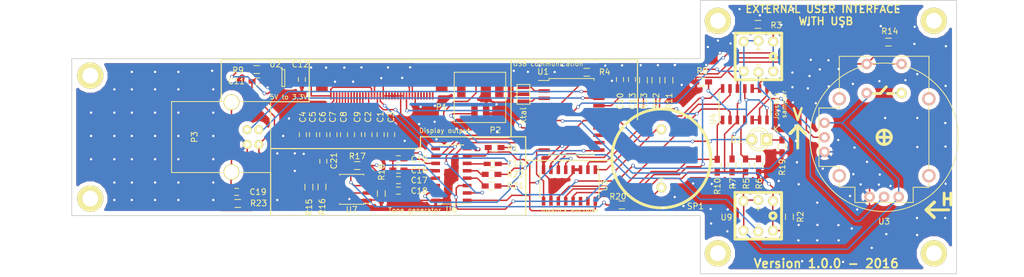
<source format=kicad_pcb>
(kicad_pcb (version 4) (host pcbnew 4.0.2-stable)
  (title_block (title "External user interface with USB") (company "Michal Sladecek"))
  (layers (0 F.Cu signal) (31 B.Cu signal) (34 B.Paste user) (35 F.Paste user) (36 B.SilkS user) (37 F.SilkS user) (38 B.Mask user) (39 F.Mask user) (44 Edge.Cuts user))
  (net 0 "")
  (net 1 "Net-(C1-Pad1)")
  (net 2 "Net-(C1-Pad2)")
  (net 3 "Net-(C2-Pad1)")
  (net 4 "Net-(C3-Pad1)")
  (net 5 "Net-(C4-Pad1)")
  (net 6 "Net-(C5-Pad1)")
  (net 7 "Net-(C6-Pad1)")
  (net 8 "Net-(C7-Pad1)")
  (net 9 "Net-(C8-Pad1)")
  (net 10 "Net-(C9-Pad1)")
  (net 11 "Net-(C9-Pad2)")
  (net 12 +3V3)
  (net 13 VCC)
  (net 14 "Net-(C13-Pad1)")
  (net 15 //CE)
  (net 16 /SCK)
  (net 17 /MOSI)
  (net 18 "Net-(P2-Pad1)")
  (net 19 /USB_D+)
  (net 20 /USB_D-)
  (net 21 "Net-(R4-Pad1)")
  (net 22 /Left)
  (net 23 /Right)
  (net 24 "Net-(R9-Pad2)")
  (net 25 /GP5)
  (net 26 /GP6)
  (net 27 /GP4)
  (net 28 "Net-(Resonator1-Pad1)")
  (net 29 "Net-(Resonator1-Pad2)")
  (net 30 "Net-(U3-Pad6)")
  (net 31 "Net-(U3-Pad9)")
  (net 32 /JOY_C)
  (net 33 /JOY_LEFT)
  (net 34 /JOY_RIGHT)
  (net 35 /JOY_DOWN)
  (net 36 /JOY_UP)
  (net 37 "Net-(C14-Pad1)")
  (net 38 /REG1)
  (net 39 /REG2)
  (net 40 /REG3)
  (net 41 /REG4)
  (net 42 /REG5)
  (net 43 /REG6)
  (net 44 /REG7)
  (net 45 "Net-(C21-Pad1)")
  (net 46 "Net-(R15-Pad1)")
  (net 47 /REG0)
  (net 48 "Net-(R17-Pad2)")
  (net 49 /REG_LATCH)
  (net 50 /DISP_LATCH)
  (net 51 /BUT1)
  (net 52 /BUT2)
  (net 53 "Net-(D1-Pad1)")
  (net 54 /SIGNAL_LED)
  (net 55 "Net-(P1-Pad36)")
  (net 56 "Net-(P1-Pad35)")
  (net 57 "Net-(P1-Pad34)")
  (net 58 "Net-(P1-Pad33)")
  (net 59 "Net-(P1-Pad32)")
  (net 60 "Net-(P1-Pad31)")
  (net 61 "Net-(P1-Pad13)")
  (net 62 /MISO)
  (net 63 "Net-(U2-Pad4)")
  (net 64 "Net-(U5-Pad14)")
  (net 65 "Net-(U5-Pad15)")
  (net 66 "Net-(U6-Pad9)")
  (net 67 "Net-(R20-Pad2)")
  (net 68 GND)
  (net 69 "Net-(C19-Pad1)")
  (net 70 "Net-(R21-Pad1)")
  (net 71 "Net-(R22-Pad2)")
  (module pcb:PB6149L (layer F.Cu) (at 192.65 92.34)
    (fp_text reference U8 (at -8.07 -4.67) (layer F.SilkS))
    (fp_text value PB6149L)
    (fp_text user - (at 0 1.37) (layer F.SilkS))
    (fp_text user + (at -0.02 -1.35) (layer F.SilkS))
    (pad 1 thru_hole circle (at -2.54 -2.54) (size 1.7 1.7) (drill 1) (layers *.Cu *.Mask F.SilkS) (net 12 +3V3))
    (pad 3 thru_hole circle (at 0 -2.7) (size 1.7 1.7) (drill 1) (layers *.Cu *.Mask F.SilkS) (net 12 +3V3))
    (pad 2 thru_hole circle (at 2.54 -2.54) (size 1.7 1.7) (drill 1) (layers *.Cu *.Mask F.SilkS) (net 51 /BUT1))
    (pad 1 thru_hole circle (at -2.54 2.54) (size 1.7 1.7) (drill 1) (layers *.Cu *.Mask F.SilkS) (net 12 +3V3))
    (pad 4 thru_hole circle (at 0 2.7) (size 1.7 1.7) (drill 1) (layers *.Cu *.Mask F.SilkS) (net 70 "Net-(R21-Pad1)"))
    (pad 2 thru_hole circle (at 2.54 2.54) (size 1.7 1.7) (drill 1) (layers *.Cu *.Mask F.SilkS) (net 51 /BUT1))
  )
  (module Capacitors_SMD:C_0603_HandSoldering (layer F.Cu) (at 127.75 105.78 90)
    (fp_text reference C1 (at 3.035 -0.055 90) (layer F.SilkS))
    (fp_text value 2,2uF)
    (pad 1 smd rect (at -0.95 0 90) (size 1.2 0.75) (layers F.Cu F.Paste F.Mask) (net 1 "Net-(C1-Pad1)"))
    (pad 2 smd rect (at 0.95 0 90) (size 1.2 0.75) (layers F.Cu F.Paste F.Mask) (net 2 "Net-(C1-Pad2)"))
  )
  (module Capacitors_SMD:C_0603_HandSoldering (layer F.Cu) (at 125.65 105.78 270)
    (fp_text reference C2 (at -3.035 0.055 270) (layer F.SilkS))
    (fp_text value 2,2uF)
    (pad 1 smd rect (at -0.95 0 270) (size 1.2 0.75) (layers F.Cu F.Paste F.Mask) (net 3 "Net-(C2-Pad1)"))
    (pad 2 smd rect (at 0.95 0 270) (size 1.2 0.75) (layers F.Cu F.Paste F.Mask) (net 1 "Net-(C1-Pad1)"))
  )
  (module Capacitors_SMD:C_0603_HandSoldering (layer F.Cu) (at 129.55 105.78 270)
    (fp_text reference C3 (at -3.01 0 270) (layer F.SilkS))
    (fp_text value 2,2uF)
    (pad 1 smd rect (at -0.95 0 270) (size 1.2 0.75) (layers F.Cu F.Paste F.Mask) (net 4 "Net-(C3-Pad1)"))
    (pad 2 smd rect (at 0.95 0 270) (size 1.2 0.75) (layers F.Cu F.Paste F.Mask) (net 68 GND))
  )
  (module Capacitors_SMD:C_0603_HandSoldering (layer F.Cu) (at 114.38 105.78 270)
    (fp_text reference C4 (at -3.035 0.005 270) (layer F.SilkS))
    (fp_text value 1uF)
    (pad 1 smd rect (at -0.95 0 270) (size 1.2 0.75) (layers F.Cu F.Paste F.Mask) (net 5 "Net-(C4-Pad1)"))
    (pad 2 smd rect (at 0.95 0 270) (size 1.2 0.75) (layers F.Cu F.Paste F.Mask) (net 68 GND))
  )
  (module Capacitors_SMD:C_0603_HandSoldering (layer F.Cu) (at 116.12 105.78 270)
    (fp_text reference C5 (at -3.035 0.055 270) (layer F.SilkS))
    (fp_text value 1uF)
    (pad 1 smd rect (at -0.95 0 270) (size 1.2 0.75) (layers F.Cu F.Paste F.Mask) (net 6 "Net-(C5-Pad1)"))
    (pad 2 smd rect (at 0.95 0 270) (size 1.2 0.75) (layers F.Cu F.Paste F.Mask) (net 68 GND))
  )
  (module Capacitors_SMD:C_0603_HandSoldering (layer F.Cu) (at 117.88 105.78 270)
    (fp_text reference C6 (at -3.035 0.095 270) (layer F.SilkS))
    (fp_text value 1uF)
    (pad 1 smd rect (at -0.95 0 270) (size 1.2 0.75) (layers F.Cu F.Paste F.Mask) (net 7 "Net-(C6-Pad1)"))
    (pad 2 smd rect (at 0.95 0 270) (size 1.2 0.75) (layers F.Cu F.Paste F.Mask) (net 68 GND))
  )
  (module Capacitors_SMD:C_0603_HandSoldering (layer F.Cu) (at 119.65 105.78 270)
    (fp_text reference C7 (at -3.035 0.125 270) (layer F.SilkS))
    (fp_text value 1uF)
    (pad 1 smd rect (at -0.95 0 270) (size 1.2 0.75) (layers F.Cu F.Paste F.Mask) (net 8 "Net-(C7-Pad1)"))
    (pad 2 smd rect (at 0.95 0 270) (size 1.2 0.75) (layers F.Cu F.Paste F.Mask) (net 68 GND))
  )
  (module Capacitors_SMD:C_0603_HandSoldering (layer F.Cu) (at 121.45 105.78 270)
    (fp_text reference C8 (at -3.035 0.075 270) (layer F.SilkS))
    (fp_text value 1uF)
    (pad 1 smd rect (at -0.95 0 270) (size 1.2 0.75) (layers F.Cu F.Paste F.Mask) (net 9 "Net-(C8-Pad1)"))
    (pad 2 smd rect (at 0.95 0 270) (size 1.2 0.75) (layers F.Cu F.Paste F.Mask) (net 68 GND))
  )
  (module Capacitors_SMD:C_0603_HandSoldering (layer F.Cu) (at 123.85 105.78 90)
    (fp_text reference C9 (at 3.035 -0.105 90) (layer F.SilkS))
    (fp_text value 2,2uF)
    (pad 1 smd rect (at -0.95 0 90) (size 1.2 0.75) (layers F.Cu F.Paste F.Mask) (net 10 "Net-(C9-Pad1)"))
    (pad 2 smd rect (at 0.95 0 90) (size 1.2 0.75) (layers F.Cu F.Paste F.Mask) (net 11 "Net-(C9-Pad2)"))
  )
  (module Capacitors_SMD:C_0603_HandSoldering (layer F.Cu) (at 168.87 96.3 90)
    (fp_text reference C10 (at -3.72 0.02 90) (layer F.SilkS))
    (fp_text value 0.1uF)
    (pad 1 smd rect (at -0.95 0 90) (size 1.2 0.75) (layers F.Cu F.Paste F.Mask) (net 12 +3V3))
    (pad 2 smd rect (at 0.95 0 90) (size 1.2 0.75) (layers F.Cu F.Paste F.Mask) (net 68 GND))
  )
  (module Capacitors_SMD:C_0603_HandSoldering (layer F.Cu) (at 106.6 96.63)
    (fp_text reference C11 (at -3.64 -0.03) (layer F.SilkS))
    (fp_text value 1uF)
    (pad 1 smd rect (at -0.95 0) (size 1.2 0.75) (layers F.Cu F.Paste F.Mask) (net 13 VCC))
    (pad 2 smd rect (at 0.95 0) (size 1.2 0.75) (layers F.Cu F.Paste F.Mask) (net 68 GND))
  )
  (module Capacitors_SMD:C_0603_HandSoldering (layer F.Cu) (at 114.21 96.3 270)
    (fp_text reference C12 (at -2.59 0.27 360) (layer F.SilkS))
    (fp_text value 1uF)
    (pad 1 smd rect (at -0.95 0 270) (size 1.2 0.75) (layers F.Cu F.Paste F.Mask) (net 12 +3V3))
    (pad 2 smd rect (at 0.95 0 270) (size 1.2 0.75) (layers F.Cu F.Paste F.Mask) (net 68 GND))
  )
  (module Capacitors_SMD:C_0603_HandSoldering (layer F.Cu) (at 170.92 96.28 90)
    (fp_text reference C13 (at -3.74 0.1 90) (layer F.SilkS))
    (fp_text value 1uF)
    (pad 1 smd rect (at -0.95 0 90) (size 1.2 0.75) (layers F.Cu F.Paste F.Mask) (net 14 "Net-(C13-Pad1)"))
    (pad 2 smd rect (at 0.95 0 90) (size 1.2 0.75) (layers F.Cu F.Paste F.Mask) (net 68 GND))
  )
  (module pcb:disp_nap (layer F.Cu) (at 144.87 102.18)
    (fp_text reference P2 (at 2.58 2.82) (layer F.SilkS))
    (fp_text value DISPLAY_VCC_CON)
    (pad 1 smd rect (at -1 0) (size 1.1 3) (layers F.Cu F.Paste F.Mask) (net 18 "Net-(P2-Pad1)"))
    (pad 2 smd rect (at 1 0) (size 1.1 3) (layers F.Cu F.Paste F.Mask) (net 68 GND))
    (pad x smd rect (at -3.26 -4.85) (size 1.45 4) (layers F.Cu F.Paste F.Mask))
    (pad x smd rect (at 3.27 -4.83) (size 1.45 4) (layers F.Cu F.Paste F.Mask))
  )
  (module Resistors_SMD:R_0603_HandSoldering (layer F.Cu) (at 147.33 107.99 180)
    (fp_text reference R1 (at -3.12 -0.15 180) (layer F.SilkS))
    (fp_text value 24)
    (pad 1 smd rect (at -1.1 0 180) (size 1.2 0.9) (layers F.Cu F.Paste F.Mask) (net 18 "Net-(P2-Pad1)"))
    (pad 2 smd rect (at 1.1 0 180) (size 1.2 0.9) (layers F.Cu F.Paste F.Mask) (net 12 +3V3))
  )
  (module Resistors_SMD:R_0603_HandSoldering (layer F.Cu) (at 197.97 119.9 270)
    (fp_text reference R2 (at 0 -1.9 270) (layer F.SilkS))
    (fp_text value 390)
    (pad 1 smd rect (at -1.1 0 270) (size 1.2 0.9) (layers F.Cu F.Paste F.Mask) (net 68 GND))
    (pad 2 smd rect (at 1.1 0 270) (size 1.2 0.9) (layers F.Cu F.Paste F.Mask) (net 52 /BUT2))
  )
  (module Resistors_SMD:R_0603_HandSoldering (layer F.Cu) (at 192.56 86.83 180)
    (fp_text reference R3 (at -3.15 -0.15 180) (layer F.SilkS))
    (fp_text value 390)
    (pad 1 smd rect (at -1.1 0 180) (size 1.2 0.9) (layers F.Cu F.Paste F.Mask) (net 51 /BUT1))
    (pad 2 smd rect (at 1.1 0 180) (size 1.2 0.9) (layers F.Cu F.Paste F.Mask) (net 68 GND))
  )
  (module Resistors_SMD:R_0603_HandSoldering (layer F.Cu) (at 163.15 95.06)
    (fp_text reference R4 (at 3.09 -0.05) (layer F.SilkS))
    (fp_text value 390)
    (pad 1 smd rect (at -1.1 0) (size 1.2 0.9) (layers F.Cu F.Paste F.Mask) (net 21 "Net-(R4-Pad1)"))
    (pad 2 smd rect (at 1.1 0) (size 1.2 0.9) (layers F.Cu F.Paste F.Mask) (net 12 +3V3))
  )
  (module Resistors_SMD:R_0603_HandSoldering (layer F.Cu) (at 190.44 111.06 270)
    (fp_text reference R5 (at 3.13 -0.14 270) (layer F.SilkS))
    (fp_text value 22K)
    (pad 1 smd rect (at -1.1 0 270) (size 1.2 0.9) (layers F.Cu F.Paste F.Mask) (net 22 /Left))
    (pad 2 smd rect (at 1.1 0 270) (size 1.2 0.9) (layers F.Cu F.Paste F.Mask) (net 12 +3V3))
  )
  (module Resistors_SMD:R_0603_HandSoldering (layer F.Cu) (at 192.67 111.03 90)
    (fp_text reference R6 (at -3.16 0.09 90) (layer F.SilkS))
    (fp_text value 33K)
    (pad 1 smd rect (at -1.1 0 90) (size 1.2 0.9) (layers F.Cu F.Paste F.Mask) (net 68 GND))
    (pad 2 smd rect (at 1.1 0 90) (size 1.2 0.9) (layers F.Cu F.Paste F.Mask) (net 22 /Left))
  )
  (module Resistors_SMD:R_0603_HandSoldering (layer F.Cu) (at 188.12 111.06 270)
    (fp_text reference R7 (at 3.13 -0.14 270) (layer F.SilkS))
    (fp_text value 33K)
    (pad 1 smd rect (at -1.1 0 270) (size 1.2 0.9) (layers F.Cu F.Paste F.Mask) (net 23 /Right))
    (pad 2 smd rect (at 1.1 0 270) (size 1.2 0.9) (layers F.Cu F.Paste F.Mask) (net 12 +3V3))
  )
  (module Resistors_SMD:R_0603_HandSoldering (layer F.Cu) (at 182.985 96.715)
    (fp_text reference R8 (at 0 -1.9) (layer F.SilkS))
    (fp_text value 3K)
    (pad 1 smd rect (at -1.1 0) (size 1.2 0.9) (layers F.Cu F.Paste F.Mask) (net 68 GND))
    (pad 2 smd rect (at 1.1 0) (size 1.2 0.9) (layers F.Cu F.Paste F.Mask) (net 23 /Right))
  )
  (module Resistors_SMD:R_0603_HandSoldering (layer F.Cu) (at 106.45 94.6 180)
    (fp_text reference R9 (at 3.2 -0.11 360) (layer F.SilkS))
    (fp_text value 10K)
    (pad 1 smd rect (at -1.1 0 180) (size 1.2 0.9) (layers F.Cu F.Paste F.Mask) (net 13 VCC))
    (pad 2 smd rect (at 1.1 0 180) (size 1.2 0.9) (layers F.Cu F.Paste F.Mask) (net 24 "Net-(R9-Pad2)"))
  )
  (module Resistors_SMD:R_0603_HandSoldering (layer F.Cu) (at 185.58 111.12 270)
    (fp_text reference R10 (at 3.52 -0.03 270) (layer F.SilkS))
    (fp_text value 10K)
    (pad 1 smd rect (at -1.1 0 270) (size 1.2 0.9) (layers F.Cu F.Paste F.Mask) (net 33 /JOY_LEFT))
    (pad 2 smd rect (at 1.1 0 270) (size 1.2 0.9) (layers F.Cu F.Paste F.Mask) (net 12 +3V3))
  )
  (module Resistors_SMD:R_0603_HandSoldering (layer F.Cu) (at 177.28 96.43 90)
    (fp_text reference R11 (at -3.59 0.04 90) (layer F.SilkS))
    (fp_text value 10K)
    (pad 1 smd rect (at -1.1 0 90) (size 1.2 0.9) (layers F.Cu F.Paste F.Mask) (net 34 /JOY_RIGHT))
    (pad 2 smd rect (at 1.1 0 90) (size 1.2 0.9) (layers F.Cu F.Paste F.Mask) (net 12 +3V3))
  )
  (module Resistors_SMD:R_0603_HandSoldering (layer F.Cu) (at 175.03 96.43 90)
    (fp_text reference R12 (at -3.59 0.05 90) (layer F.SilkS))
    (fp_text value 10K)
    (pad 1 smd rect (at -1.1 0 90) (size 1.2 0.9) (layers F.Cu F.Paste F.Mask) (net 36 /JOY_UP))
    (pad 2 smd rect (at 1.1 0 90) (size 1.2 0.9) (layers F.Cu F.Paste F.Mask) (net 12 +3V3))
  )
  (module Resistors_SMD:R_0603_HandSoldering (layer F.Cu) (at 172.9 96.43 90)
    (fp_text reference R13 (at -3.59 0.1 90) (layer F.SilkS))
    (fp_text value 10K)
    (pad 1 smd rect (at -1.1 0 90) (size 1.2 0.9) (layers F.Cu F.Paste F.Mask) (net 35 /JOY_DOWN))
    (pad 2 smd rect (at 1.1 0 90) (size 1.2 0.9) (layers F.Cu F.Paste F.Mask) (net 12 +3V3))
  )
  (module Resistors_SMD:R_0603_HandSoldering (layer F.Cu) (at 214.97 89.88 180)
    (fp_text reference R14 (at -0.25 1.88 180) (layer F.SilkS))
    (fp_text value 10K)
    (pad 1 smd rect (at -1.1 0 180) (size 1.2 0.9) (layers F.Cu F.Paste F.Mask) (net 68 GND))
    (pad 2 smd rect (at 1.1 0 180) (size 1.2 0.9) (layers F.Cu F.Paste F.Mask) (net 32 /JOY_C))
  )
  (module Housings_SOIC:SOIC-20_7.5x12.8mm_Pitch1.27mm (layer F.Cu) (at 160.54 102.71)
    (fp_text reference U1 (at -4.88 -7.76) (layer F.SilkS))
    (fp_text value MCP2210)
    (pad 1 smd rect (at -4.7 -5.715) (size 1.95 0.6) (layers F.Cu F.Paste F.Mask) (net 12 +3V3))
    (pad 2 smd rect (at -4.7 -4.445) (size 1.95 0.6) (layers F.Cu F.Paste F.Mask) (net 28 "Net-(Resonator1-Pad1)"))
    (pad 3 smd rect (at -4.7 -3.175) (size 1.95 0.6) (layers F.Cu F.Paste F.Mask) (net 29 "Net-(Resonator1-Pad2)"))
    (pad 4 smd rect (at -4.7 -1.905) (size 1.95 0.6) (layers F.Cu F.Paste F.Mask) (net 21 "Net-(R4-Pad1)"))
    (pad 5 smd rect (at -4.7 -0.635) (size 1.95 0.6) (layers F.Cu F.Paste F.Mask) (net 51 /BUT1))
    (pad 6 smd rect (at -4.7 0.635) (size 1.95 0.6) (layers F.Cu F.Paste F.Mask) (net 52 /BUT2))
    (pad 7 smd rect (at -4.7 1.905) (size 1.95 0.6) (layers F.Cu F.Paste F.Mask) (net 50 /DISP_LATCH))
    (pad 8 smd rect (at -4.7 3.175) (size 1.95 0.6) (layers F.Cu F.Paste F.Mask) (net 15 //CE))
    (pad 9 smd rect (at -4.7 4.445) (size 1.95 0.6) (layers F.Cu F.Paste F.Mask) (net 17 /MOSI))
    (pad 10 smd rect (at -4.7 5.715) (size 1.95 0.6) (layers F.Cu F.Paste F.Mask) (net 27 /GP4))
    (pad 11 smd rect (at 4.7 5.715) (size 1.95 0.6) (layers F.Cu F.Paste F.Mask) (net 16 /SCK))
    (pad 12 smd rect (at 4.7 4.445) (size 1.95 0.6) (layers F.Cu F.Paste F.Mask) (net 25 /GP5))
    (pad 13 smd rect (at 4.7 3.175) (size 1.95 0.6) (layers F.Cu F.Paste F.Mask) (net 62 /MISO))
    (pad 14 smd rect (at 4.7 1.905) (size 1.95 0.6) (layers F.Cu F.Paste F.Mask) (net 26 /GP6))
    (pad 15 smd rect (at 4.7 0.635) (size 1.95 0.6) (layers F.Cu F.Paste F.Mask) (net 49 /REG_LATCH))
    (pad 16 smd rect (at 4.7 -0.635) (size 1.95 0.6) (layers F.Cu F.Paste F.Mask) (net 54 /SIGNAL_LED))
    (pad 17 smd rect (at 4.7 -1.905) (size 1.95 0.6) (layers F.Cu F.Paste F.Mask) (net 14 "Net-(C13-Pad1)"))
    (pad 18 smd rect (at 4.7 -3.175) (size 1.95 0.6) (layers F.Cu F.Paste F.Mask) (net 20 /USB_D-))
    (pad 19 smd rect (at 4.7 -4.445) (size 1.95 0.6) (layers F.Cu F.Paste F.Mask) (net 19 /USB_D+))
    (pad 20 smd rect (at 4.7 -5.715) (size 1.95 0.6) (layers F.Cu F.Paste F.Mask) (net 68 GND))
  )
  (module TO_SOT_Packages_SMD:SOT-23-5 (layer F.Cu) (at 111.03 96.06)
    (fp_text reference U2 (at -1.39 -2.38) (layer F.SilkS))
    (fp_text value MIC5504-3.3)
    (pad 1 smd rect (at -1.1 -0.95) (size 1.06 0.65) (layers F.Cu F.Paste F.Mask) (net 13 VCC))
    (pad 2 smd rect (at -1.1 0) (size 1.06 0.65) (layers F.Cu F.Paste F.Mask) (net 68 GND))
    (pad 3 smd rect (at -1.1 0.95) (size 1.06 0.65) (layers F.Cu F.Paste F.Mask) (net 24 "Net-(R9-Pad2)"))
    (pad 4 smd rect (at 1.1 0.95) (size 1.06 0.65) (layers F.Cu F.Paste F.Mask) (net 63 "Net-(U2-Pad4)"))
    (pad 5 smd rect (at 1.1 -0.95) (size 1.06 0.65) (layers F.Cu F.Paste F.Mask) (net 12 +3V3))
  )
  (module Housings_SOIC:SOIC-14_3.9x8.7mm_Pitch1.27mm (layer F.Cu) (at 190.31 100.55 90)
    (fp_text reference U4 (at -2.525 -5.465 90) (layer F.SilkS))
    (fp_text value LM239)
    (pad 1 smd rect (at -2.7 -3.81 90) (size 1.5 0.6) (layers F.Cu F.Paste F.Mask) (net 33 /JOY_LEFT))
    (pad 2 smd rect (at -2.7 -2.54 90) (size 1.5 0.6) (layers F.Cu F.Paste F.Mask) (net 34 /JOY_RIGHT))
    (pad 3 smd rect (at -2.7 -1.27 90) (size 1.5 0.6) (layers F.Cu F.Paste F.Mask) (net 12 +3V3))
    (pad 4 smd rect (at -2.7 0 90) (size 1.5 0.6) (layers F.Cu F.Paste F.Mask) (net 22 /Left))
    (pad 5 smd rect (at -2.7 1.27 90) (size 1.5 0.6) (layers F.Cu F.Paste F.Mask) (net 31 "Net-(U3-Pad9)"))
    (pad 6 smd rect (at -2.7 2.54 90) (size 1.5 0.6) (layers F.Cu F.Paste F.Mask) (net 31 "Net-(U3-Pad9)"))
    (pad 7 smd rect (at -2.7 3.81 90) (size 1.5 0.6) (layers F.Cu F.Paste F.Mask) (net 23 /Right))
    (pad 8 smd rect (at 2.7 3.81 90) (size 1.5 0.6) (layers F.Cu F.Paste F.Mask) (net 22 /Left))
    (pad 9 smd rect (at 2.7 2.54 90) (size 1.5 0.6) (layers F.Cu F.Paste F.Mask) (net 30 "Net-(U3-Pad6)"))
    (pad 10 smd rect (at 2.7 1.27 90) (size 1.5 0.6) (layers F.Cu F.Paste F.Mask) (net 30 "Net-(U3-Pad6)"))
    (pad 11 smd rect (at 2.7 0 90) (size 1.5 0.6) (layers F.Cu F.Paste F.Mask) (net 23 /Right))
    (pad 12 smd rect (at 2.7 -1.27 90) (size 1.5 0.6) (layers F.Cu F.Paste F.Mask) (net 68 GND))
    (pad 13 smd rect (at 2.7 -2.54 90) (size 1.5 0.6) (layers F.Cu F.Paste F.Mask) (net 35 /JOY_DOWN))
    (pad 14 smd rect (at 2.7 -3.81 90) (size 1.5 0.6) (layers F.Cu F.Paste F.Mask) (net 36 /JOY_UP))
  )
  (module Connect:USB_B (layer F.Cu) (at 106.82 107.46 180)
    (fp_text reference P3 (at 11.049 1.27 270) (layer F.SilkS))
    (fp_text value USB_B)
    (pad 2 thru_hole circle (at 0 2.54 90) (size 1.524 1.524) (drill 0.8128) (layers *.Cu *.Mask F.SilkS) (net 20 /USB_D-))
    (pad 1 thru_hole circle (at 0 0 90) (size 1.524 1.524) (drill 0.8128) (layers *.Cu *.Mask F.SilkS) (net 13 VCC))
    (pad 4 thru_hole circle (at 1.99898 0 90) (size 1.524 1.524) (drill 0.8128) (layers *.Cu *.Mask F.SilkS) (net 68 GND))
    (pad 3 thru_hole circle (at 1.99898 2.54 90) (size 1.524 1.524) (drill 0.8128) (layers *.Cu *.Mask F.SilkS) (net 19 /USB_D+))
    (pad 5 thru_hole circle (at 4.699 7.26948 90) (size 2.70002 2.70002) (drill 2.30124) (layers *.Cu *.Mask F.SilkS) (net 69 "Net-(C19-Pad1)"))
    (pad 5 thru_hole circle (at 4.699 -4.72948 90) (size 2.70002 2.70002) (drill 2.30124) (layers *.Cu *.Mask F.SilkS) (net 69 "Net-(C19-Pad1)"))
  )
  (module pcb:Joystick (layer F.Cu) (at 214.24 106.23)
    (fp_text reference U3 (at 0 14.47) (layer F.SilkS))
    (fp_text value Joystick)
    (fp_text user H (at 10.89 10.7) (layer F.SilkS) (effects (font (size 2 2) (thickness 0.5))))
    (fp_text user V (at -14.84 -3.91) (layer F.SilkS) (effects (font (size 2 2) (thickness 0.4))))
    (pad 1 thru_hole circle (at -3 -12.6) (size 1.8 1.8) (drill 1) (layers *.Cu *.SilkS *.Mask) (net 32 /JOY_C))
    (pad 2 thru_hole circle (at 3 -12.6) (size 1.8 1.8) (drill 1) (layers *.Cu *.SilkS *.Mask) (net 32 /JOY_C))
    (pad 3 thru_hole circle (at -3 -7.6) (size 1.8 1.8) (drill 1) (layers *.Cu *.SilkS *.Mask) (net 12 +3V3))
    (pad 4 thru_hole circle (at 3 -7.6) (size 1.8 1.8) (drill 1) (layers *.Cu *.Mask F.SilkS) (net 12 +3V3))
    (pad "" thru_hole circle (at 7.7 -6.61) (size 2.3 2.3) (drill 1.5) (layers *.Cu *.SilkS *.Mask))
    (pad "" thru_hole circle (at -7.7 -6.61) (size 2.3 2.3) (drill 1.5) (layers *.Cu *.SilkS *.Mask))
    (pad "" thru_hole circle (at 7.7 6.6) (size 2.3 2.3) (drill 1.5) (layers *.Cu *.SilkS *.Mask))
    (pad "" thru_hole circle (at -7.7 6.6) (size 2.3 2.3) (drill 1.5) (layers *.Cu *.SilkS *.Mask))
    (pad 6 thru_hole circle (at -10.23 0) (size 1.8 1.8) (drill 1) (layers *.Cu *.SilkS *.Mask) (net 30 "Net-(U3-Pad6)"))
    (pad 5 thru_hole circle (at -10.23 -2.5) (size 1.8 1.8) (drill 1) (layers *.Cu *.SilkS *.Mask) (net 12 +3V3))
    (pad 7 thru_hole circle (at -10.23 2.5) (size 1.8 1.8) (drill 1) (layers *.Cu *.SilkS *.Mask) (net 68 GND))
    (pad 9 thru_hole circle (at 0 10.23) (size 1.8 1.8) (drill 1) (layers *.Cu *.SilkS *.Mask) (net 31 "Net-(U3-Pad9)"))
    (pad 8 thru_hole circle (at -2.5 10.23) (size 1.8 1.8) (drill 1) (layers *.Cu *.SilkS *.Mask) (net 68 GND))
    (pad 10 thru_hole circle (at 2.5 10.23) (size 1.8 1.8) (drill 1) (layers *.Cu *.SilkS *.Mask) (net 12 +3V3))
  )
  (module Capacitors_SMD:C_0603_HandSoldering (layer F.Cu) (at 147 110.8 180)
    (fp_text reference C14 (at -3.89 0.06 180) (layer F.SilkS))
    (fp_text value 0)
    (pad 1 smd rect (at -0.95 0 180) (size 1.2 0.75) (layers F.Cu F.Paste F.Mask) (net 37 "Net-(C14-Pad1)"))
    (pad 2 smd rect (at 0.95 0 180) (size 1.2 0.75) (layers F.Cu F.Paste F.Mask) (net 40 /REG3))
  )
  (module Capacitors_SMD:C_0603_HandSoldering (layer F.Cu) (at 130.8 110)
    (fp_text reference C15 (at 3.6 -0.01) (layer F.SilkS))
    (fp_text value 0)
    (pad 1 smd rect (at -0.95 0) (size 1.2 0.75) (layers F.Cu F.Paste F.Mask) (net 37 "Net-(C14-Pad1)"))
    (pad 2 smd rect (at 0.95 0) (size 1.2 0.75) (layers F.Cu F.Paste F.Mask) (net 41 /REG4))
  )
  (module Capacitors_SMD:C_0603_HandSoldering (layer F.Cu) (at 130.8 111.8)
    (fp_text reference C16 (at 3.58 0.1) (layer F.SilkS))
    (fp_text value 0)
    (pad 1 smd rect (at -0.95 0) (size 1.2 0.75) (layers F.Cu F.Paste F.Mask) (net 37 "Net-(C14-Pad1)"))
    (pad 2 smd rect (at 0.95 0) (size 1.2 0.75) (layers F.Cu F.Paste F.Mask) (net 42 /REG5))
  )
  (module Capacitors_SMD:C_0603_HandSoldering (layer F.Cu) (at 130.8 113.6)
    (fp_text reference C17 (at 3.58 0.02) (layer F.SilkS))
    (fp_text value 0)
    (pad 1 smd rect (at -0.95 0) (size 1.2 0.75) (layers F.Cu F.Paste F.Mask) (net 37 "Net-(C14-Pad1)"))
    (pad 2 smd rect (at 0.95 0) (size 1.2 0.75) (layers F.Cu F.Paste F.Mask) (net 43 /REG6))
  )
  (module Capacitors_SMD:C_0603_HandSoldering (layer F.Cu) (at 130.8 115.4)
    (fp_text reference C18 (at 3.58 0.03) (layer F.SilkS))
    (fp_text value 0)
    (pad 1 smd rect (at -0.95 0) (size 1.2 0.75) (layers F.Cu F.Paste F.Mask) (net 37 "Net-(C14-Pad1)"))
    (pad 2 smd rect (at 0.95 0) (size 1.2 0.75) (layers F.Cu F.Paste F.Mask) (net 44 /REG7))
  )
  (module Capacitors_SMD:C_0603_HandSoldering (layer F.Cu) (at 103 115.6)
    (fp_text reference C19 (at 3.68 0.02 180) (layer F.SilkS))
    (fp_text value 4,7nF)
    (pad 1 smd rect (at -0.95 0) (size 1.2 0.75) (layers F.Cu F.Paste F.Mask) (net 69 "Net-(C19-Pad1)"))
    (pad 2 smd rect (at 0.95 0) (size 1.2 0.75) (layers F.Cu F.Paste F.Mask) (net 68 GND))
  )
  (module Capacitors_SMD:C_0603_HandSoldering (layer F.Cu) (at 117.9 110.35 90)
    (fp_text reference C21 (at 0.08 1.82 90) (layer F.SilkS))
    (fp_text value 10nF)
    (pad 1 smd rect (at -0.95 0 90) (size 1.2 0.75) (layers F.Cu F.Paste F.Mask) (net 45 "Net-(C21-Pad1)"))
    (pad 2 smd rect (at 0.95 0 90) (size 1.2 0.75) (layers F.Cu F.Paste F.Mask) (net 68 GND))
  )
  (module Resistors_SMD:R_0603_HandSoldering (layer F.Cu) (at 115.42 114.78 270)
    (fp_text reference R15 (at 3.46 -0.03 270) (layer F.SilkS))
    (fp_text value 3k9)
    (pad 1 smd rect (at -1.1 0 270) (size 1.2 0.9) (layers F.Cu F.Paste F.Mask) (net 46 "Net-(R15-Pad1)"))
    (pad 2 smd rect (at 1.1 0 270) (size 1.2 0.9) (layers F.Cu F.Paste F.Mask) (net 13 VCC))
  )
  (module Resistors_SMD:R_0603_HandSoldering (layer F.Cu) (at 117.67 114.75 270)
    (fp_text reference R16 (at 3.41 -0.04 270) (layer F.SilkS))
    (fp_text value 68k)
    (pad 1 smd rect (at -1.1 0 270) (size 1.2 0.9) (layers F.Cu F.Paste F.Mask) (net 37 "Net-(C14-Pad1)"))
    (pad 2 smd rect (at 1.1 0 270) (size 1.2 0.9) (layers F.Cu F.Paste F.Mask) (net 46 "Net-(R15-Pad1)"))
  )
  (module Resistors_SMD:R_0603_HandSoldering (layer F.Cu) (at 123.72 111.09 180)
    (fp_text reference R17 (at -0.03 1.6 180) (layer F.SilkS))
    (fp_text value 10K)
    (pad 1 smd rect (at -1.1 0 180) (size 1.2 0.9) (layers F.Cu F.Paste F.Mask) (net 47 /REG0))
    (pad 2 smd rect (at 1.1 0 180) (size 1.2 0.9) (layers F.Cu F.Paste F.Mask) (net 48 "Net-(R17-Pad2)"))
  )
  (module Resistors_SMD:R_0603_HandSoldering (layer F.Cu) (at 127.86 115.9 90)
    (fp_text reference R18 (at 3.69 0.05 90) (layer F.SilkS))
    (fp_text value 10K)
    (pad 1 smd rect (at -1.1 0 90) (size 1.2 0.9) (layers F.Cu F.Paste F.Mask) (net 68 GND))
    (pad 2 smd rect (at 1.1 0 90) (size 1.2 0.9) (layers F.Cu F.Paste F.Mask) (net 47 /REG0))
  )
  (module Housings_SOIC:SOIC-16_3.9x9.9mm_Pitch1.27mm (layer F.Cu) (at 160.18 114.5 270)
    (fp_text reference U5 (at 0 -6 270) (layer F.SilkS))
    (fp_text value CD4532)
    (pad 1 smd rect (at -2.7 -4.445 270) (size 1.5 0.6) (layers F.Cu F.Paste F.Mask) (net 35 /JOY_DOWN))
    (pad 2 smd rect (at -2.7 -3.175 270) (size 1.5 0.6) (layers F.Cu F.Paste F.Mask) (net 32 /JOY_C))
    (pad 3 smd rect (at -2.7 -1.905 270) (size 1.5 0.6) (layers F.Cu F.Paste F.Mask) (net 68 GND))
    (pad 4 smd rect (at -2.7 -0.635 270) (size 1.5 0.6) (layers F.Cu F.Paste F.Mask) (net 68 GND))
    (pad 5 smd rect (at -2.7 0.635 270) (size 1.5 0.6) (layers F.Cu F.Paste F.Mask) (net 12 +3V3))
    (pad 6 smd rect (at -2.7 1.905 270) (size 1.5 0.6) (layers F.Cu F.Paste F.Mask) (net 26 /GP6))
    (pad 7 smd rect (at -2.7 3.175 270) (size 1.5 0.6) (layers F.Cu F.Paste F.Mask) (net 25 /GP5))
    (pad 8 smd rect (at -2.7 4.445 270) (size 1.5 0.6) (layers F.Cu F.Paste F.Mask) (net 68 GND))
    (pad 9 smd rect (at 2.7 4.445 270) (size 1.5 0.6) (layers F.Cu F.Paste F.Mask) (net 27 /GP4))
    (pad 10 smd rect (at 2.7 3.175 270) (size 1.5 0.6) (layers F.Cu F.Paste F.Mask) (net 68 GND))
    (pad 11 smd rect (at 2.7 1.905 270) (size 1.5 0.6) (layers F.Cu F.Paste F.Mask) (net 34 /JOY_RIGHT))
    (pad 12 smd rect (at 2.7 0.635 270) (size 1.5 0.6) (layers F.Cu F.Paste F.Mask) (net 33 /JOY_LEFT))
    (pad 13 smd rect (at 2.7 -0.635 270) (size 1.5 0.6) (layers F.Cu F.Paste F.Mask) (net 36 /JOY_UP))
    (pad 14 smd rect (at 2.7 -1.905 270) (size 1.5 0.6) (layers F.Cu F.Paste F.Mask) (net 64 "Net-(U5-Pad14)"))
    (pad 15 smd rect (at 2.7 -3.175 270) (size 1.5 0.6) (layers F.Cu F.Paste F.Mask) (net 65 "Net-(U5-Pad15)"))
    (pad 16 smd rect (at 2.7 -4.445 270) (size 1.5 0.6) (layers F.Cu F.Paste F.Mask) (net 12 +3V3))
  )
  (module Housings_SOIC:SOIC-8_3.9x4.9mm_Pitch1.27mm (layer F.Cu) (at 122.77 115.17 180)
    (fp_text reference U7 (at 0 -3.5 180) (layer F.SilkS))
    (fp_text value NE555)
    (pad 1 smd rect (at -2.7 -1.905 180) (size 1.55 0.6) (layers F.Cu F.Paste F.Mask) (net 68 GND))
    (pad 2 smd rect (at -2.7 -0.635 180) (size 1.55 0.6) (layers F.Cu F.Paste F.Mask) (net 37 "Net-(C14-Pad1)"))
    (pad 3 smd rect (at -2.7 0.635 180) (size 1.55 0.6) (layers F.Cu F.Paste F.Mask) (net 48 "Net-(R17-Pad2)"))
    (pad 4 smd rect (at -2.7 1.905 180) (size 1.55 0.6) (layers F.Cu F.Paste F.Mask) (net 13 VCC))
    (pad 5 smd rect (at 2.7 1.905 180) (size 1.55 0.6) (layers F.Cu F.Paste F.Mask) (net 45 "Net-(C21-Pad1)"))
    (pad 6 smd rect (at 2.7 0.635 180) (size 1.55 0.6) (layers F.Cu F.Paste F.Mask) (net 37 "Net-(C14-Pad1)"))
    (pad 7 smd rect (at 2.7 -0.635 180) (size 1.55 0.6) (layers F.Cu F.Paste F.Mask) (net 46 "Net-(R15-Pad1)"))
    (pad 8 smd rect (at 2.7 -1.905 180) (size 1.55 0.6) (layers F.Cu F.Paste F.Mask) (net 13 VCC))
  )
  (module pcb:ZIF36 (layer F.Cu) (at 127.69 99.02 180)
    (fp_text reference P1 (at -10.53 -2.01 180) (layer F.SilkS))
    (fp_text value DISPLAY_CONN)
    (pad 36 smd rect (at -9 -0.1 180) (size 0.3 1.25) (layers F.Cu F.Paste F.Mask) (net 55 "Net-(P1-Pad36)"))
    (pad 35 smd rect (at -8.5 -0.1 180) (size 0.3 1.25) (layers F.Cu F.Paste F.Mask) (net 56 "Net-(P1-Pad35)"))
    (pad 34 smd rect (at -8 -0.1 180) (size 0.3 1.25) (layers F.Cu F.Paste F.Mask) (net 57 "Net-(P1-Pad34)"))
    (pad 33 smd rect (at -7.5 -0.1 180) (size 0.3 1.25) (layers F.Cu F.Paste F.Mask) (net 58 "Net-(P1-Pad33)"))
    (pad 32 smd rect (at -7 -0.1 180) (size 0.3 1.25) (layers F.Cu F.Paste F.Mask) (net 59 "Net-(P1-Pad32)"))
    (pad 31 smd rect (at -6.5 -0.1 180) (size 0.3 1.25) (layers F.Cu F.Paste F.Mask) (net 60 "Net-(P1-Pad31)"))
    (pad 30 smd rect (at -6 -0.1 180) (size 0.3 1.25) (layers F.Cu F.Paste F.Mask) (net 68 GND))
    (pad 29 smd rect (at -5.5 -0.1 180) (size 0.3 1.25) (layers F.Cu F.Paste F.Mask) (net 15 //CE))
    (pad 28 smd rect (at -5 -0.1 180) (size 0.3 1.25) (layers F.Cu F.Paste F.Mask) (net 12 +3V3))
    (pad 27 smd rect (at -4.5 -0.1 180) (size 0.3 1.25) (layers F.Cu F.Paste F.Mask) (net 50 /DISP_LATCH))
    (pad 26 smd rect (at -4 -0.1 180) (size 0.3 1.25) (layers F.Cu F.Paste F.Mask) (net 68 GND))
    (pad 25 smd rect (at -3.5 -0.1 180) (size 0.3 1.25) (layers F.Cu F.Paste F.Mask) (net 68 GND))
    (pad 24 smd rect (at -3 -0.1 180) (size 0.3 1.25) (layers F.Cu F.Paste F.Mask) (net 68 GND))
    (pad 23 smd rect (at -2.5 -0.1 180) (size 0.3 1.25) (layers F.Cu F.Paste F.Mask) (net 68 GND))
    (pad 22 smd rect (at -2 -0.1 180) (size 0.3 1.25) (layers F.Cu F.Paste F.Mask) (net 68 GND))
    (pad 21 smd rect (at -1.5 -0.1 180) (size 0.3 1.25) (layers F.Cu F.Paste F.Mask) (net 68 GND))
    (pad 20 smd rect (at -1 -0.1 180) (size 0.3 1.25) (layers F.Cu F.Paste F.Mask) (net 68 GND))
    (pad 19 smd rect (at -0.5 -0.1 180) (size 0.3 1.25) (layers F.Cu F.Paste F.Mask) (net 68 GND))
    (pad 18 smd rect (at 0 -0.1 180) (size 0.3 1.25) (layers F.Cu F.Paste F.Mask) (net 16 /SCK))
    (pad 17 smd rect (at 0.5 -0.1 180) (size 0.3 1.25) (layers F.Cu F.Paste F.Mask) (net 17 /MOSI))
    (pad 16 smd rect (at 1 -0.1 180) (size 0.3 1.25) (layers F.Cu F.Paste F.Mask) (net 68 GND))
    (pad 15 smd rect (at 1.5 -0.1 180) (size 0.3 1.25) (layers F.Cu F.Paste F.Mask) (net 12 +3V3))
    (pad 14 smd rect (at 2 -0.1 180) (size 0.3 1.25) (layers F.Cu F.Paste F.Mask) (net 4 "Net-(C3-Pad1)"))
    (pad 13 smd rect (at 2.5 -0.1 180) (size 0.3 1.25) (layers F.Cu F.Paste F.Mask) (net 61 "Net-(P1-Pad13)"))
    (pad 12 smd rect (at 3 -0.1 180) (size 0.3 1.25) (layers F.Cu F.Paste F.Mask) (net 2 "Net-(C1-Pad2)"))
    (pad 11 smd rect (at 3.5 -0.1 180) (size 0.3 1.25) (layers F.Cu F.Paste F.Mask) (net 1 "Net-(C1-Pad1)"))
    (pad 10 smd rect (at 4 -0.1 180) (size 0.3 1.25) (layers F.Cu F.Paste F.Mask) (net 3 "Net-(C2-Pad1)"))
    (pad 9 smd rect (at 4.5 -0.1 180) (size 0.3 1.25) (layers F.Cu F.Paste F.Mask) (net 11 "Net-(C9-Pad2)"))
    (pad 8 smd rect (at 5 -0.1 180) (size 0.3 1.25) (layers F.Cu F.Paste F.Mask) (net 10 "Net-(C9-Pad1)"))
    (pad 7 smd rect (at 5.5 -0.1 180) (size 0.3 1.25) (layers F.Cu F.Paste F.Mask) (net 9 "Net-(C8-Pad1)"))
    (pad 6 smd rect (at 6 -0.1 180) (size 0.3 1.25) (layers F.Cu F.Paste F.Mask) (net 8 "Net-(C7-Pad1)"))
    (pad 5 smd rect (at 6.5 -0.1 180) (size 0.3 1.25) (layers F.Cu F.Paste F.Mask) (net 7 "Net-(C6-Pad1)"))
    (pad 4 smd rect (at 7 -0.1 180) (size 0.3 1.25) (layers F.Cu F.Paste F.Mask) (net 6 "Net-(C5-Pad1)"))
    (pad 3 smd rect (at 7.5 -0.1 180) (size 0.3 1.25) (layers F.Cu F.Paste F.Mask) (net 5 "Net-(C4-Pad1)"))
    (pad 2 smd rect (at 8 -0.1 180) (size 0.3 1.25) (layers F.Cu F.Paste F.Mask) (net 68 GND))
    (pad 1 smd rect (at 8.5 -0.1 180) (size 0.3 1.25) (layers F.Cu F.Paste F.Mask) (net 12 +3V3))
    (pad x smd rect (at -10.55 2.22 180) (size 2 3) (layers F.Cu F.Paste F.Mask))
    (pad x smd rect (at 10.03 2.22 180) (size 2 3) (layers F.Cu F.Paste F.Mask))
  )
  (module Mounting_Holes:MountingHole_2.7mm_M2.5_ISO7380_Pad (layer F.Cu) (at 77.87 95.63)
    (fp_text reference REF**)
    (fp_text value MountingHole_2.7mm_M2.5_ISO7380_Pad)
    (pad 1 thru_hole circle (at 0 0) (size 4.5 4.5) (drill 2.7) (layers *.Cu *.Mask F.SilkS))
  )
  (module Mounting_Holes:MountingHole_2.7mm_M2.5_ISO7380_Pad (layer F.Cu) (at 77.86 116.76)
    (fp_text reference REF**)
    (fp_text value MountingHole_2.7mm_M2.5_ISO7380_Pad)
    (pad 1 thru_hole circle (at 0 0) (size 4.5 4.5) (drill 2.7) (layers *.Cu *.Mask F.SilkS))
  )
  (module Mounting_Holes:MountingHole_2.7mm_M2.5_ISO7380_Pad (layer F.Cu) (at 222.79 126.17)
    (fp_text reference REF**)
    (fp_text value MountingHole_2.7mm_M2.5_ISO7380_Pad)
    (pad 1 thru_hole circle (at 0 0) (size 4.5 4.5) (drill 2.7) (layers *.Cu *.Mask F.SilkS))
  )
  (module Mounting_Holes:MountingHole_2.7mm_M2.5_ISO7380_Pad (layer F.Cu) (at 222.79 86.22)
    (fp_text reference REF**)
    (fp_text value MountingHole_2.7mm_M2.5_ISO7380_Pad)
    (pad 1 thru_hole circle (at 0 0) (size 4.5 4.5) (drill 2.7) (layers *.Cu *.Mask F.SilkS))
  )
  (module Mounting_Holes:MountingHole_2.7mm_M2.5_ISO7380_Pad (layer F.Cu) (at 185.68 86.22)
    (fp_text reference REF**)
    (fp_text value MountingHole_2.7mm_M2.5_ISO7380_Pad)
    (pad 1 thru_hole circle (at 0 0) (size 4.5 4.5) (drill 2.7) (layers *.Cu *.Mask F.SilkS))
  )
  (module Mounting_Holes:MountingHole_2.7mm_M2.5_ISO7380_Pad (layer F.Cu) (at 185.68 126.17)
    (fp_text reference REF**)
    (fp_text value MountingHole_2.7mm_M2.5_ISO7380_Pad)
    (pad 1 thru_hole circle (at 0 0) (size 4.5 4.5) (drill 2.7) (layers *.Cu *.Mask F.SilkS))
  )
  (module LEDs:LED-3MM (layer F.Cu) (at 194.03 106.62 180)
    (fp_text reference D1 (at 5.16 -0.03 180) (layer F.SilkS))
    (fp_text value L-1334SRT)
    (fp_text user K (at -1.66 1.73 180) (layer F.SilkS))
    (pad 1 thru_hole rect (at 0 0 270) (size 2 2) (drill 1.00076) (layers *.Cu *.Mask F.SilkS) (net 53 "Net-(D1-Pad1)"))
    (pad 2 thru_hole circle (at 2.54 0 180) (size 2 2) (drill 1.00076) (layers *.Cu *.Mask F.SilkS) (net 54 /SIGNAL_LED))
  )
  (module Resistors_SMD:R_0603_HandSoldering (layer F.Cu) (at 196.7 107.79 90)
    (fp_text reference R19 (at -3.58 0.03 90) (layer F.SilkS))
    (fp_text value 390R)
    (pad 1 smd rect (at -1.1 0 90) (size 1.2 0.9) (layers F.Cu F.Paste F.Mask) (net 68 GND))
    (pad 2 smd rect (at 1.1 0 90) (size 1.2 0.9) (layers F.Cu F.Paste F.Mask) (net 53 "Net-(D1-Pad1)"))
  )
  (module Housings_SOIC:SOIC-16_3.9x9.9mm_Pitch1.27mm (layer F.Cu) (at 139.9 112.62 180)
    (fp_text reference U6 (at 0 -6 180) (layer F.SilkS))
    (fp_text value NPIC6C596)
    (pad 1 smd rect (at -2.7 -4.445 180) (size 1.5 0.6) (layers F.Cu F.Paste F.Mask) (net 12 +3V3))
    (pad 2 smd rect (at -2.7 -3.175 180) (size 1.5 0.6) (layers F.Cu F.Paste F.Mask) (net 17 /MOSI))
    (pad 3 smd rect (at -2.7 -1.905 180) (size 1.5 0.6) (layers F.Cu F.Paste F.Mask) (net 47 /REG0))
    (pad 4 smd rect (at -2.7 -0.635 180) (size 1.5 0.6) (layers F.Cu F.Paste F.Mask) (net 38 /REG1))
    (pad 5 smd rect (at -2.7 0.635 180) (size 1.5 0.6) (layers F.Cu F.Paste F.Mask) (net 39 /REG2))
    (pad 6 smd rect (at -2.7 1.905 180) (size 1.5 0.6) (layers F.Cu F.Paste F.Mask) (net 40 /REG3))
    (pad 7 smd rect (at -2.7 3.175 180) (size 1.5 0.6) (layers F.Cu F.Paste F.Mask) (net 12 +3V3))
    (pad 8 smd rect (at -2.7 4.445 180) (size 1.5 0.6) (layers F.Cu F.Paste F.Mask) (net 68 GND))
    (pad 9 smd rect (at 2.7 4.445 180) (size 1.5 0.6) (layers F.Cu F.Paste F.Mask) (net 66 "Net-(U6-Pad9)"))
    (pad 10 smd rect (at 2.7 3.175 180) (size 1.5 0.6) (layers F.Cu F.Paste F.Mask) (net 49 /REG_LATCH))
    (pad 11 smd rect (at 2.7 1.905 180) (size 1.5 0.6) (layers F.Cu F.Paste F.Mask) (net 41 /REG4))
    (pad 12 smd rect (at 2.7 0.635 180) (size 1.5 0.6) (layers F.Cu F.Paste F.Mask) (net 42 /REG5))
    (pad 13 smd rect (at 2.7 -0.635 180) (size 1.5 0.6) (layers F.Cu F.Paste F.Mask) (net 43 /REG6))
    (pad 14 smd rect (at 2.7 -1.905 180) (size 1.5 0.6) (layers F.Cu F.Paste F.Mask) (net 44 /REG7))
    (pad 15 smd rect (at 2.7 -3.175 180) (size 1.5 0.6) (layers F.Cu F.Paste F.Mask) (net 16 /SCK))
    (pad 16 smd rect (at 2.7 -4.445 180) (size 1.5 0.6) (layers F.Cu F.Paste F.Mask) (net 68 GND))
  )
  (module Resistors_SMD:R_0603_HandSoldering (layer F.Cu) (at 169.18 117.85)
    (fp_text reference R20 (at -0.67 -1.44) (layer F.SilkS))
    (fp_text value 0R)
    (pad 1 smd rect (at -1.1 0) (size 1.2 0.9) (layers F.Cu F.Paste F.Mask) (net 48 "Net-(R17-Pad2)"))
    (pad 2 smd rect (at 1.1 0) (size 1.2 0.9) (layers F.Cu F.Paste F.Mask) (net 67 "Net-(R20-Pad2)"))
  )
  (module Resistors_SMD:R_0603_HandSoldering (layer F.Cu) (at 146.8 114.6 180)
    (fp_text reference R21 (at -4.1 0.04 180) (layer F.SilkS))
    (fp_text value 68)
    (pad 1 smd rect (at -1.1 0 180) (size 1.2 0.9) (layers F.Cu F.Paste F.Mask) (net 70 "Net-(R21-Pad1)"))
    (pad 2 smd rect (at 1.1 0 180) (size 1.2 0.9) (layers F.Cu F.Paste F.Mask) (net 38 /REG1))
  )
  (module Resistors_SMD:R_0603_HandSoldering (layer F.Cu) (at 146.8 112.6)
    (fp_text reference R22 (at 4.08 0.01) (layer F.SilkS))
    (fp_text value 68)
    (pad 1 smd rect (at -1.1 0) (size 1.2 0.9) (layers F.Cu F.Paste F.Mask) (net 39 /REG2))
    (pad 2 smd rect (at 1.1 0) (size 1.2 0.9) (layers F.Cu F.Paste F.Mask) (net 71 "Net-(R22-Pad2)"))
  )
  (module Resistors_SMD:R_0603_HandSoldering (layer F.Cu) (at 103.2 117.6 180)
    (fp_text reference R23 (at -3.58 0.05 180) (layer F.SilkS))
    (fp_text value 1M)
    (pad 1 smd rect (at -1.1 0 180) (size 1.2 0.9) (layers F.Cu F.Paste F.Mask) (net 68 GND))
    (pad 2 smd rect (at 1.1 0 180) (size 1.2 0.9) (layers F.Cu F.Paste F.Mask) (net 69 "Net-(C19-Pad1)"))
  )
  (module pcb:Buzzer (layer F.Cu) (at 175.97 109.86 180)
    (fp_text reference SP1 (at -5.86 -8.21 180) (layer F.SilkS))
    (fp_text value SPEAKER)
    (fp_text user + (at 0.01 -3.5 180) (layer F.SilkS))
    (pad 1 thru_hole circle (at 0 -5 180) (size 1.7 1.7) (drill 1) (layers *.Cu *.Mask F.SilkS) (net 67 "Net-(R20-Pad2)"))
    (pad 2 thru_hole circle (at 0 5 180) (size 1.7 1.7) (drill 1) (layers *.Cu *.Mask F.SilkS) (net 47 /REG0))
  )
  (module pcb:PB6149L (layer F.Cu) (at 192.62 119.72)
    (fp_text reference U9 (at -5.47 0.26) (layer F.SilkS))
    (fp_text value PB6149L)
    (fp_text user - (at 0 1.37) (layer F.SilkS))
    (fp_text user + (at -0.02 -1.35) (layer F.SilkS))
    (pad 1 thru_hole circle (at -2.54 -2.54) (size 1.7 1.7) (drill 1) (layers *.Cu *.Mask F.SilkS) (net 12 +3V3))
    (pad 3 thru_hole circle (at 0 -2.7) (size 1.7 1.7) (drill 1) (layers *.Cu *.Mask F.SilkS) (net 12 +3V3))
    (pad 2 thru_hole circle (at 2.54 -2.54) (size 1.7 1.7) (drill 1) (layers *.Cu *.Mask F.SilkS) (net 52 /BUT2))
    (pad 1 thru_hole circle (at -2.54 2.54) (size 1.7 1.7) (drill 1) (layers *.Cu *.Mask F.SilkS) (net 12 +3V3))
    (pad 4 thru_hole circle (at 0 2.7) (size 1.7 1.7) (drill 1) (layers *.Cu *.Mask F.SilkS) (net 71 "Net-(R22-Pad2)"))
    (pad 2 thru_hole circle (at 2.54 2.54) (size 1.7 1.7) (drill 1) (layers *.Cu *.Mask F.SilkS) (net 52 /BUT2))
  )
  (module pcb:resonator12MHz (layer F.Cu) (at 152.28 98.85 270)
    (fp_text reference Xtal (at 3.67 0.03 270) (layer F.SilkS))
    (fp_text value 12MHz)
    (pad 3 smd rect (at 0 0 270) (size 0.6 2) (layers F.Cu F.Paste F.Mask) (net 68 GND))
    (pad 1 smd rect (at -1.2 0 270) (size 0.6 2) (layers F.Cu F.Paste F.Mask) (net 28 "Net-(Resonator1-Pad1)"))
    (pad 2 smd rect (at 1.2 0 270) (size 0.6 2) (layers F.Cu F.Paste F.Mask) (net 29 "Net-(Resonator1-Pad2)"))
  )
  (gr_line (start 108.85 112.35) (end 108.83 112.35) (angle 90) (layer F.SilkS) (width 0.2))
  (gr_line (start 108.85 112.83) (end 108.85 112.35) (angle 90) (layer F.SilkS) (width 0.2))
  (gr_line (start 100.36 92.87) (end 100.36 100.05) (angle 90) (layer F.SilkS) (width 0.2))
  (gr_line (start 115.48 100.12) (end 115.48 92.9) (angle 90) (layer F.SilkS) (width 0.2))
  (gr_line (start 108.88 100.12) (end 115.48 100.12) (angle 90) (layer F.SilkS) (width 0.2))
  (gr_line (start 115.48 92.87) (end 115.44 92.87) (angle 90) (layer F.SilkS) (width 0.2))
  (gr_line (start 108.85 119.64) (end 108.85 112.82) (angle 90) (layer F.SilkS) (width 0.2))
  (gr_line (start 113.11 119.64) (end 108.85 119.64) (angle 90) (layer F.SilkS) (width 0.2))
  (gr_line (start 113.05 108.17) (end 108.89 108.17) (angle 90) (layer F.SilkS) (width 0.2))
  (gr_line (start 107.71 92.87) (end 100.36 92.87) (angle 90) (layer F.SilkS) (width 0.2))
  (gr_line (start 152.67 110.2) (end 167.94 110.2) (angle 90) (layer F.SilkS) (width 0.2))
  (gr_line (start 171.87 92.87) (end 171.87 92.98) (angle 90) (layer F.SilkS) (width 0.2))
  (gr_line (start 150.03 92.87) (end 171.87 92.87) (angle 90) (layer F.SilkS) (width 0.2))
  (gr_line (start 152.67 106.15) (end 150.12 106.15) (angle 90) (layer F.SilkS) (width 0.2))
  (gr_line (start 152.67 119.64) (end 152.67 106.15) (angle 90) (layer F.SilkS) (width 0.2))
  (gr_line (start 112.96 119.64) (end 152.67 119.64) (angle 90) (layer F.SilkS) (width 0.2))
  (gr_line (start 150.15 92.87) (end 107.67 92.87) (angle 90) (layer F.SilkS) (width 0.2))
  (gr_line (start 150.15 106.15) (end 150.15 92.87) (angle 90) (layer F.SilkS) (width 0.2))
  (gr_line (start 134.59 106.15) (end 150.15 106.15) (angle 90) (layer F.SilkS) (width 0.2))
  (gr_line (start 134.59 108.17) (end 134.59 106.15) (angle 90) (layer F.SilkS) (width 0.2))
  (gr_line (start 112.96 108.17) (end 134.59 108.17) (angle 90) (layer F.SilkS) (width 0.2))
  (gr_text "Display output" (at 138.73 105.08) (layer F.SilkS) (effects (font (size 0.8 0.8) (thickness 0.125))))
  (gr_text "Joystick encoder" (at 160.13 118.76) (layer F.SilkS) (effects (font (size 0.8 0.8) (thickness 0.125))))
  (gr_text "USB communication" (at 156.52 93.6) (layer F.SilkS) (effects (font (size 0.8 0.8) (thickness 0.125))))
  (gr_text "Joystick \nsampler" (at 196.41 100.55 90) (layer F.SilkS) (effects (font (size 0.8 0.8) (thickness 0.125))))
  (gr_line (start 171.87 92.9) (end 171.87 103.21) (angle 90) (layer F.SilkS) (width 0.2))
  (gr_text "Tone generator" (at 133.58 118.76) (layer F.SilkS) (effects (font (size 0.8 0.8) (thickness 0.125))))
  (gr_line (start 182.67 119.67) (end 74.68 119.67) (angle 90) (layer Edge.Cuts) (width 0.15))
  (gr_text "Version 1.0.0 - 2016" (at 204.3 127.91) (layer F.SilkS) (effects (font (size 1.5 1.5) (thickness 0.3))))
  (gr_text "EXTERNAL USER INTERFACE \nWITH USB" (at 204.24 85.24) (layer F.SilkS) (effects (font (size 1.3 1.3) (thickness 0.25))))
  (gr_text "5V to 3,3V" (at 111.92 99.32) (layer F.SilkS) (effects (font (size 0.8 0.8) (thickness 0.125))))
  (gr_line (start 182.67 129.67) (end 226.68 129.67) (angle 90) (layer Edge.Cuts) (width 0.15))
  (gr_line (start 74.68 92.72) (end 182.68 92.72) (angle 90) (layer Edge.Cuts) (width 0.15))
  (gr_line (start 74.68 92.73) (end 74.68 92.72) (angle 90) (layer Edge.Cuts) (width 0.15))
  (gr_line (start 74.68 119.67) (end 74.68 92.73) (angle 90) (layer Edge.Cuts) (width 0.15))
  (gr_line (start 226.68 82.72) (end 226.68 129.67) (angle 90) (layer Edge.Cuts) (width 0.15))
  (gr_line (start 182.68 82.72) (end 226.68 82.72) (angle 90) (layer Edge.Cuts) (width 0.15))
  (gr_line (start 182.68 92.72) (end 182.68 82.72) (angle 90) (layer Edge.Cuts) (width 0.15))
  (gr_line (start 132.04 92.73) (end 132.04 92.72) (angle 90) (layer Edge.Cuts) (width 0.15))
  (gr_line (start 182.68 129.67) (end 182.68 119.67) (angle 90) (layer Edge.Cuts) (width 0.15))
  (segment (start 127.75 106.73) (end 125.65 106.73) (width 0.25) (layer F.Cu) (net 1))
  (segment (start 126.7 105.68) (end 125.65 106.73) (width 0.25) (layer F.Cu) (net 1))
  (segment (start 126.7 104.13) (end 126.7 105.68) (width 0.25) (layer F.Cu) (net 1))
  (segment (start 124.19 101.62) (end 126.7 104.13) (width 0.25) (layer F.Cu) (net 1))
  (segment (start 124.19 99.12) (end 124.19 101.62) (width 0.25) (layer F.Cu) (net 1))
  (segment (start 127.75 104.3) (end 127.75 104.83) (width 0.25) (layer F.Cu) (net 2))
  (segment (start 124.69 101.24) (end 127.75 104.3) (width 0.25) (layer F.Cu) (net 2))
  (segment (start 124.69 99.12) (end 124.69 101.24) (width 0.25) (layer F.Cu) (net 2))
  (segment (start 124.39 103.57) (end 125.65 104.83) (width 0.25) (layer F.Cu) (net 3))
  (segment (start 124.36 103.57) (end 124.39 103.57) (width 0.25) (layer F.Cu) (net 3))
  (segment (start 123.69 102.9) (end 124.36 103.57) (width 0.25) (layer F.Cu) (net 3))
  (segment (start 123.69 99.12) (end 123.69 102.9) (width 0.25) (layer F.Cu) (net 3))
  (segment (start 125.69 100.97) (end 129.55 104.83) (width 0.25) (layer F.Cu) (net 4))
  (segment (start 125.69 99.12) (end 125.69 100.97) (width 0.25) (layer F.Cu) (net 4))
  (segment (start 116.88 102.33) (end 114.38 104.83) (width 0.25) (layer F.Cu) (net 5))
  (segment (start 118.11 102.33) (end 116.88 102.33) (width 0.25) (layer F.Cu) (net 5))
  (segment (start 120.19 100.25) (end 118.11 102.33) (width 0.25) (layer F.Cu) (net 5))
  (segment (start 120.19 99.12) (end 120.19 100.25) (width 0.25) (layer F.Cu) (net 5))
  (segment (start 120.69 100.47) (end 120.69 99.12) (width 0.25) (layer F.Cu) (net 6))
  (segment (start 118.36 102.8) (end 120.69 100.47) (width 0.25) (layer F.Cu) (net 6))
  (segment (start 117.18 102.8) (end 118.36 102.8) (width 0.25) (layer F.Cu) (net 6))
  (segment (start 116.12 103.86) (end 117.18 102.8) (width 0.25) (layer F.Cu) (net 6))
  (segment (start 116.12 104.31) (end 116.12 103.86) (width 0.25) (layer F.Cu) (net 6))
  (segment (start 116.12 104.83) (end 116.12 104.31) (width 0.25) (layer F.Cu) (net 6))
  (segment (start 116.12 104.83) (end 116.12 104.31) (width 0.25) (layer F.Cu) (net 6))
  (segment (start 121.19 100.85) (end 121.19 99.12) (width 0.25) (layer F.Cu) (net 7))
  (segment (start 117.88 104.16) (end 121.19 100.85) (width 0.25) (layer F.Cu) (net 7))
  (segment (start 117.88 104.83) (end 117.88 104.16) (width 0.25) (layer F.Cu) (net 7))
  (segment (start 119.65 103.5) (end 119.65 104.83) (width 0.25) (layer F.Cu) (net 8))
  (segment (start 121.69 101.46) (end 119.65 103.5) (width 0.25) (layer F.Cu) (net 8))
  (segment (start 121.69 99.12) (end 121.69 101.46) (width 0.25) (layer F.Cu) (net 8))
  (segment (start 122.19 102.13) (end 122.19 99.12) (width 0.25) (layer F.Cu) (net 9))
  (segment (start 121.45 102.87) (end 122.19 102.13) (width 0.25) (layer F.Cu) (net 9))
  (segment (start 121.45 104.83) (end 121.45 102.87) (width 0.25) (layer F.Cu) (net 9))
  (segment (start 122.69 105.57) (end 123.85 106.73) (width 0.25) (layer F.Cu) (net 10))
  (segment (start 122.69 99.12) (end 122.69 105.57) (width 0.25) (layer F.Cu) (net 10))
  (segment (start 123.85 104) (end 123.85 104.83) (width 0.25) (layer F.Cu) (net 11))
  (segment (start 123.19 103.34) (end 123.85 104) (width 0.25) (layer F.Cu) (net 11))
  (segment (start 123.19 99.12) (end 123.19 103.34) (width 0.25) (layer F.Cu) (net 11))
  (segment (start 216.74 116.46) (end 216.74 116.69) (width 0.25) (layer B.Cu) (net 12))
  (segment (start 216.74 116.69) (end 207.98 125.45) (width 0.25) (layer B.Cu) (net 12))
  (segment (start 193.27 125.45) (end 190.08 122.26) (width 0.25) (layer B.Cu) (net 12))
  (segment (start 207.98 125.45) (end 193.27 125.45) (width 0.25) (layer B.Cu) (net 12))
  (segment (start 148.88 117.065) (end 149.415 117.065) (width 0.25) (layer F.Cu) (net 12))
  (segment (start 150.27 116.21) (end 153.36 116.21) (width 0.25) (layer F.Cu) (net 12))
  (segment (start 149.415 117.065) (end 150.27 116.21) (width 0.25) (layer F.Cu) (net 12))
  (segment (start 153.36 114.03) (end 154.61 114.03) (width 0.25) (layer F.Cu) (net 12))
  (segment (start 158.76 109.88) (end 160.4 109.88) (width 0.25) (layer B.Cu) (net 12))
  (segment (start 154.63 114.01) (end 158.76 109.88) (width 0.25) (layer B.Cu) (net 12))
  (via (at 154.63 114.01) (size 0.6) (drill 0.4) (layers F.Cu B.Cu) (net 12))
  (segment (start 154.61 114.03) (end 154.63 114.01) (width 0.25) (layer F.Cu) (net 12))
  (segment (start 151.2 110.06) (end 152.39 110.06) (width 0.25) (layer F.Cu) (net 12))
  (segment (start 149.9053 108.7653) (end 151.2 110.06) (width 0.25) (layer F.Cu) (net 12))
  (segment (start 148.0644 108.7653) (end 146.23 108.7653) (width 0.25) (layer F.Cu) (net 12))
  (segment (start 148.0644 108.7653) (end 149.9053 108.7653) (width 0.25) (layer F.Cu) (net 12))
  (segment (start 152.39 110.06) (end 153.36 111.03) (width 0.25) (layer F.Cu) (net 12))
  (segment (start 153.36 111.03) (end 153.36 113.7) (width 0.25) (layer F.Cu) (net 12))
  (segment (start 153.36 113.7) (end 153.36 114.03) (width 0.25) (layer F.Cu) (net 12))
  (segment (start 153.36 114.03) (end 153.36 116.21) (width 0.25) (layer F.Cu) (net 12))
  (segment (start 153.36 116.21) (end 153.36 118.53) (width 0.25) (layer F.Cu) (net 12))
  (segment (start 164.625 118.43) (end 164.625 118.515) (width 0.25) (layer F.Cu) (net 12))
  (segment (start 164.625 118.43) (end 164.625 117.738) (width 0.25) (layer F.Cu) (net 12))
  (segment (start 164.3 118.84) (end 153.67 118.84) (width 0.25) (layer F.Cu) (net 12))
  (segment (start 164.625 118.515) (end 164.3 118.84) (width 0.25) (layer F.Cu) (net 12))
  (segment (start 153.36 118.53) (end 153.67 118.84) (width 0.25) (layer F.Cu) (net 12))
  (segment (start 189.04 103.25) (end 189.04 100.48) (width 0.25) (layer F.Cu) (net 12))
  (segment (start 189.57 99.95) (end 189.57 95.42) (width 0.25) (layer B.Cu) (net 12))
  (segment (start 189.41 100.11) (end 189.57 99.95) (width 0.25) (layer B.Cu) (net 12))
  (via (at 189.41 100.11) (size 0.6) (drill 0.4) (layers F.Cu B.Cu) (net 12))
  (segment (start 189.04 100.48) (end 189.41 100.11) (width 0.25) (layer F.Cu) (net 12))
  (segment (start 189.57 95.42) (end 190.11 94.88) (width 0.25) (layer B.Cu) (net 12))
  (segment (start 177.28 95.33) (end 178.23 95.33) (width 0.25) (layer F.Cu) (net 12))
  (segment (start 185.85 94.88) (end 190.11 94.88) (width 0.25) (layer B.Cu) (net 12))
  (segment (start 185.52 94.55) (end 185.85 94.88) (width 0.25) (layer B.Cu) (net 12))
  (via (at 185.52 94.55) (size 0.6) (drill 0.4) (layers F.Cu B.Cu) (net 12))
  (segment (start 179.01 94.55) (end 185.52 94.55) (width 0.25) (layer F.Cu) (net 12))
  (segment (start 178.23 95.33) (end 179.01 94.55) (width 0.25) (layer F.Cu) (net 12))
  (segment (start 192.65 89.64) (end 190.27 89.64) (width 0.25) (layer B.Cu) (net 12))
  (segment (start 190.27 89.64) (end 190.11 89.8) (width 0.25) (layer B.Cu) (net 12))
  (segment (start 190.08 117.18) (end 190.08 112.52) (width 0.25) (layer F.Cu) (net 12))
  (segment (start 190.08 112.52) (end 190.44 112.16) (width 0.25) (layer F.Cu) (net 12))
  (segment (start 192.62 117.02) (end 190.24 117.02) (width 0.25) (layer F.Cu) (net 12))
  (segment (start 190.24 117.02) (end 190.08 117.18) (width 0.25) (layer F.Cu) (net 12))
  (segment (start 172.33 116.39) (end 172.33 116.38) (width 0.25) (layer F.Cu) (net 12))
  (segment (start 175.39 113.32) (end 179.48 113.32) (width 0.25) (layer F.Cu) (net 12))
  (segment (start 172.33 116.38) (end 175.39 113.32) (width 0.25) (layer F.Cu) (net 12))
  (segment (start 142.6 109.445) (end 145.665 109.445) (width 0.25) (layer F.Cu) (net 12))
  (segment (start 146.23 108.88) (end 146.23 108.7653) (width 0.25) (layer F.Cu) (net 12))
  (segment (start 145.665 109.445) (end 146.23 108.88) (width 0.25) (layer F.Cu) (net 12))
  (segment (start 148.19 117.065) (end 148.88 117.065) (width 0.25) (layer F.Cu) (net 12))
  (segment (start 146.585 117.065) (end 148.19 117.065) (width 0.25) (layer F.Cu) (net 12))
  (segment (start 164.625 117.2) (end 164.82 117.2) (width 0.25) (layer F.Cu) (net 12))
  (segment (start 164.82 117.2) (end 165.63 116.39) (width 0.25) (layer F.Cu) (net 12))
  (segment (start 165.63 116.39) (end 172.33 116.39) (width 0.25) (layer F.Cu) (net 12))
  (segment (start 142.6 117.065) (end 146.585 117.065) (width 0.25) (layer F.Cu) (net 12))
  (segment (start 146.23 107.99) (end 146.06 107.99) (width 0.25) (layer F.Cu) (net 12))
  (segment (start 189.04 103.25) (end 189.04 103.49) (width 0.25) (layer F.Cu) (net 12))
  (segment (start 189.04 103.49) (end 186.84 105.69) (width 0.25) (layer F.Cu) (net 12))
  (segment (start 186.84 105.69) (end 186.84 112.16) (width 0.25) (layer F.Cu) (net 12))
  (segment (start 216.74 116.46) (end 216.74 113.44) (width 0.25) (layer B.Cu) (net 12))
  (segment (start 216.74 113.44) (end 207.03 103.73) (width 0.25) (layer B.Cu) (net 12))
  (segment (start 211.24 98.63) (end 211.24 99.58) (width 0.25) (layer B.Cu) (net 12))
  (segment (start 207.09 103.73) (end 207.03 103.73) (width 0.25) (layer B.Cu) (net 12))
  (segment (start 207.03 103.73) (end 204.01 103.73) (width 0.25) (layer B.Cu) (net 12))
  (segment (start 211.24 99.58) (end 207.09 103.73) (width 0.25) (layer B.Cu) (net 12))
  (segment (start 217.24 98.63) (end 211.24 98.63) (width 0.25) (layer B.Cu) (net 12))
  (segment (start 180.58 112.22) (end 185.58 112.22) (width 0.25) (layer F.Cu) (net 12))
  (segment (start 179.48 113.32) (end 180.58 112.22) (width 0.25) (layer F.Cu) (net 12))
  (segment (start 114.21 95.35) (end 114.63 95.35) (width 0.25) (layer F.Cu) (net 12))
  (segment (start 115.82 99.12) (end 119.19 99.12) (width 0.25) (layer F.Cu) (net 12))
  (segment (start 115.82 96.54) (end 115.82 99.12) (width 0.25) (layer F.Cu) (net 12))
  (segment (start 114.63 95.35) (end 115.82 96.54) (width 0.25) (layer F.Cu) (net 12))
  (segment (start 112.13 95.11) (end 113.97 95.11) (width 0.25) (layer F.Cu) (net 12))
  (segment (start 113.97 95.11) (end 114.21 95.35) (width 0.25) (layer F.Cu) (net 12))
  (segment (start 159.545 111.8) (end 159.545 110.735) (width 0.25) (layer F.Cu) (net 12))
  (segment (start 159.545 110.735) (end 160.4 109.88) (width 0.25) (layer F.Cu) (net 12))
  (via (at 160.4 109.88) (size 0.6) (drill 0.4) (layers F.Cu B.Cu) (net 12))
  (segment (start 155.84 96.995) (end 155.84 96.74) (width 0.25) (layer F.Cu) (net 12))
  (segment (start 155.84 96.74) (end 152.96 93.86) (width 0.25) (layer F.Cu) (net 12))
  (segment (start 134.11 94.63) (end 134.11 94.6349) (width 0.25) (layer F.Cu) (net 12))
  (segment (start 134.88 93.86) (end 134.11 94.63) (width 0.25) (layer F.Cu) (net 12))
  (segment (start 152.96 93.86) (end 134.88 93.86) (width 0.25) (layer F.Cu) (net 12))
  (segment (start 171.933 96.2969) (end 172.9 95.33) (width 0.25) (layer F.Cu) (net 12))
  (segment (start 170.348 96.2969) (end 171.933 96.2969) (width 0.25) (layer F.Cu) (net 12))
  (segment (start 169.395 97.25) (end 170.348 96.2969) (width 0.25) (layer F.Cu) (net 12))
  (segment (start 168.87 97.25) (end 169.395 97.25) (width 0.25) (layer F.Cu) (net 12))
  (segment (start 185.64 112.16) (end 185.58 112.22) (width 0.25) (layer F.Cu) (net 12))
  (segment (start 186.84 112.16) (end 185.64 112.16) (width 0.25) (layer F.Cu) (net 12))
  (segment (start 188.12 112.16) (end 186.84 112.16) (width 0.25) (layer F.Cu) (net 12))
  (segment (start 175.03 95.33) (end 177.28 95.33) (width 0.25) (layer F.Cu) (net 12))
  (segment (start 188.12 112.16) (end 190.44 112.16) (width 0.25) (layer F.Cu) (net 12))
  (segment (start 168.17 97.25) (end 168.87 97.25) (width 0.25) (layer F.Cu) (net 12))
  (segment (start 167.799 97.6204) (end 168.17 97.25) (width 0.25) (layer F.Cu) (net 12))
  (segment (start 164.056 97.6204) (end 167.799 97.6204) (width 0.25) (layer F.Cu) (net 12))
  (segment (start 163.893 97.4572) (end 164.056 97.6204) (width 0.25) (layer F.Cu) (net 12))
  (segment (start 163.893 96.1924) (end 163.893 97.4572) (width 0.25) (layer F.Cu) (net 12))
  (segment (start 164.25 95.8353) (end 163.893 96.1924) (width 0.25) (layer F.Cu) (net 12))
  (segment (start 164.25 95.06) (end 164.25 95.8353) (width 0.25) (layer F.Cu) (net 12))
  (segment (start 175.03 95.33) (end 172.9 95.33) (width 0.25) (layer F.Cu) (net 12))
  (segment (start 164.625 117.2) (end 164.625 117.738) (width 0.25) (layer F.Cu) (net 12))
  (segment (start 164.625 117.738) (end 164.625 117.2) (width 0.25) (layer F.Cu) (net 12))
  (segment (start 125.94 97.64) (end 125.89 97.64) (width 0.25) (layer F.Cu) (net 12))
  (segment (start 126.19 97.89) (end 125.94 97.64) (width 0.25) (layer F.Cu) (net 12))
  (segment (start 126.19 99.12) (end 126.19 97.89) (width 0.25) (layer F.Cu) (net 12))
  (segment (start 119.19 97.98) (end 119.19 99.12) (width 0.25) (layer F.Cu) (net 12))
  (segment (start 125.89 97.64) (end 119.53 97.64) (width 0.25) (layer F.Cu) (net 12))
  (segment (start 119.53 97.64) (end 119.19 97.98) (width 0.25) (layer F.Cu) (net 12))
  (segment (start 146.23 107.99) (end 146.23 108.7653) (width 0.25) (layer F.Cu) (net 12))
  (segment (start 132.69 97.67) (end 131.8825 96.8624) (width 0.25) (layer F.Cu) (net 12))
  (segment (start 132.69 99.12) (end 132.69 97.67) (width 0.25) (layer F.Cu) (net 12))
  (segment (start 126.83 96.7) (end 125.89 97.64) (width 0.25) (layer F.Cu) (net 12))
  (segment (start 131.72 96.7) (end 126.83 96.7) (width 0.25) (layer F.Cu) (net 12))
  (segment (start 131.8825 96.8624) (end 131.72 96.7) (width 0.25) (layer F.Cu) (net 12))
  (segment (start 164.25 94.6723) (end 164.25 95.06) (width 0.25) (layer F.Cu) (net 12))
  (segment (start 163.862 94.2846) (end 164.25 94.6723) (width 0.25) (layer F.Cu) (net 12))
  (segment (start 159.851 94.2846) (end 163.862 94.2846) (width 0.25) (layer F.Cu) (net 12))
  (segment (start 157.14 96.995) (end 159.851 94.2846) (width 0.25) (layer F.Cu) (net 12))
  (segment (start 155.84 96.995) (end 157.14 96.995) (width 0.25) (layer F.Cu) (net 12))
  (segment (start 134.11 94.6349) (end 131.8825 96.8624) (width 0.25) (layer F.Cu) (net 12))
  (segment (start 190.12 116.72) (end 190.12 122.72) (width 0.25) (layer F.Cu) (net 12))
  (segment (start 190.15 90.34) (end 190.15 89.34) (width 0.25) (layer B.Cu) (net 12))
  (segment (start 190.15 95.34) (end 190.15 89.34) (width 0.25) (layer B.Cu) (net 12))
  (segment (start 192.65 89.34) (end 192.65 89.35) (width 0.25) (layer F.Cu) (net 12))
  (segment (start 105.65 96.63) (end 105.65 98.79) (width 0.25) (layer F.Cu) (net 13))
  (segment (start 109.5 104.78) (end 106.82 107.46) (width 0.25) (layer F.Cu) (net 13))
  (segment (start 109.5 102.64) (end 109.5 104.78) (width 0.25) (layer F.Cu) (net 13))
  (segment (start 105.65 98.79) (end 109.5 102.64) (width 0.25) (layer F.Cu) (net 13))
  (segment (start 105.74 96.63) (end 107.55 94.82) (width 0.25) (layer F.Cu) (net 13))
  (segment (start 105.65 96.63) (end 105.74 96.63) (width 0.25) (layer F.Cu) (net 13))
  (segment (start 107.55 94.82) (end 107.55 94.6) (width 0.25) (layer F.Cu) (net 13))
  (segment (start 107.55 94.6) (end 109.42 94.6) (width 0.25) (layer F.Cu) (net 13))
  (segment (start 109.42 94.6) (end 109.93 95.11) (width 0.25) (layer F.Cu) (net 13))
  (segment (start 106.83 107.98) (end 106.83 108.77) (width 0.25) (layer F.Cu) (net 13))
  (segment (start 106.83 108.77) (end 113.94 115.88) (width 0.25) (layer F.Cu) (net 13))
  (segment (start 116.505 117.075) (end 120.07 117.075) (width 0.25) (layer F.Cu) (net 13))
  (segment (start 115.42 115.99) (end 116.505 117.075) (width 0.25) (layer F.Cu) (net 13))
  (segment (start 115.42 115.88) (end 115.42 115.99) (width 0.25) (layer F.Cu) (net 13))
  (segment (start 116.86 110.35) (end 116.6101 110.5999) (width 0.25) (layer F.Cu) (net 13))
  (segment (start 118.98 110.35) (end 116.86 110.35) (width 0.25) (layer F.Cu) (net 13))
  (segment (start 119.57 109.76) (end 118.98 110.35) (width 0.25) (layer F.Cu) (net 13))
  (segment (start 123.14 109.76) (end 119.57 109.76) (width 0.25) (layer F.Cu) (net 13))
  (segment (start 123.69 110.31) (end 123.14 109.76) (width 0.25) (layer F.Cu) (net 13))
  (segment (start 123.69 112.06) (end 123.69 110.31) (width 0.25) (layer F.Cu) (net 13))
  (segment (start 124.895 113.265) (end 123.69 112.06) (width 0.25) (layer F.Cu) (net 13))
  (segment (start 125.47 113.265) (end 124.895 113.265) (width 0.25) (layer F.Cu) (net 13))
  (segment (start 113.94 115.88) (end 115.42 115.88) (width 0.25) (layer F.Cu) (net 13))
  (segment (start 115.245 111.965) (end 113.93 113.28) (width 0.25) (layer F.Cu) (net 13))
  (segment (start 113.93 113.28) (end 113.93 115.89) (width 0.25) (layer F.Cu) (net 13))
  (segment (start 113.93 115.89) (end 113.94 115.88) (width 0.25) (layer F.Cu) (net 13))
  (segment (start 116.6101 110.5999) (end 115.245 111.965) (width 0.25) (layer F.Cu) (net 13))
  (segment (start 167.345 100.805) (end 170.92 97.23) (width 0.25) (layer F.Cu) (net 14))
  (segment (start 165.24 100.805) (end 167.345 100.805) (width 0.25) (layer F.Cu) (net 14))
  (segment (start 133.19 98.35) (end 133.19 96.98) (width 0.25) (layer F.Cu) (net 15))
  (segment (start 144.13 95.38) (end 144.13 97.23) (width 0.25) (layer F.Cu) (net 15))
  (segment (start 143.16 94.41) (end 144.13 95.38) (width 0.25) (layer F.Cu) (net 15))
  (segment (start 135.76 94.41) (end 143.16 94.41) (width 0.25) (layer F.Cu) (net 15))
  (segment (start 133.19 96.98) (end 135.76 94.41) (width 0.25) (layer F.Cu) (net 15))
  (segment (start 146.635 105.885) (end 140.005 105.885) (width 0.25) (layer F.Cu) (net 15))
  (segment (start 147.05 105.885) (end 155.84 105.885) (width 0.25) (layer F.Cu) (net 15))
  (segment (start 147.05 105.885) (end 146.635 105.885) (width 0.25) (layer F.Cu) (net 15))
  (segment (start 140.005 105.885) (end 138.58 104.46) (width 0.25) (layer F.Cu) (net 15))
  (segment (start 138.58 104.46) (end 138.58 101.9) (width 0.25) (layer F.Cu) (net 15))
  (segment (start 138.58 101.9) (end 140.41 100.07) (width 0.25) (layer F.Cu) (net 15))
  (segment (start 140.41 100.07) (end 142.7 100.07) (width 0.25) (layer F.Cu) (net 15))
  (segment (start 142.7 100.07) (end 144.13 98.64) (width 0.25) (layer F.Cu) (net 15))
  (segment (start 144.13 98.64) (end 144.13 97.23) (width 0.25) (layer F.Cu) (net 15))
  (segment (start 133.19 99.12) (end 133.19 98.35) (width 0.25) (layer F.Cu) (net 15))
  (segment (start 151.745 112.725) (end 151.745 109.525) (width 0.25) (layer B.Cu) (net 16))
  (segment (start 151.745 109.525) (end 152.12 109.15) (width 0.25) (layer B.Cu) (net 16))
  (segment (start 149.99 115.15) (end 149.99 114.48) (width 0.25) (layer B.Cu) (net 16))
  (segment (start 149.99 114.48) (end 151.745 112.725) (width 0.25) (layer B.Cu) (net 16))
  (segment (start 137.2 115.795) (end 135.945 115.795) (width 0.25) (layer F.Cu) (net 16))
  (segment (start 147.75 117.39) (end 149.99 115.15) (width 0.25) (layer B.Cu) (net 16))
  (segment (start 136.39 117.39) (end 147.75 117.39) (width 0.25) (layer B.Cu) (net 16))
  (segment (start 135.37 116.37) (end 136.39 117.39) (width 0.25) (layer B.Cu) (net 16))
  (via (at 135.37 116.37) (size 0.6) (drill 0.4) (layers F.Cu B.Cu) (net 16))
  (segment (start 135.945 115.795) (end 135.37 116.37) (width 0.25) (layer F.Cu) (net 16))
  (segment (start 162.6198 108.5333) (end 154.4767 108.5333) (width 0.25) (layer B.Cu) (net 16))
  (segment (start 165.24 108.425) (end 163.9397 108.425) (width 0.25) (layer F.Cu) (net 16))
  (segment (start 162.6198 108.5333) (end 163.8314 108.5333) (width 0.25) (layer F.Cu) (net 16))
  (segment (start 163.8314 108.5333) (end 163.9397 108.425) (width 0.25) (layer F.Cu) (net 16))
  (via (at 162.6198 108.5333) (size 0.6) (layers F.Cu B.Cu) (net 16))
  (segment (start 154.4767 108.5333) (end 153.86 109.15) (width 0.25) (layer B.Cu) (net 16))
  (segment (start 127.7164 100.0703) (end 128.4347 100.7886) (width 0.25) (layer F.Cu) (net 16))
  (segment (start 150.08 109.15) (end 136.7961 109.15) (width 0.25) (layer B.Cu) (net 16))
  (segment (start 152.12 109.15) (end 150.08 109.15) (width 0.25) (layer B.Cu) (net 16))
  (via (at 128.4347 100.7886) (size 0.6) (layers F.Cu B.Cu) (net 16))
  (segment (start 127.69 99.12) (end 127.69 100.0703) (width 0.25) (layer F.Cu) (net 16))
  (segment (start 128.4347 100.7886) (end 136.7961 109.15) (width 0.25) (layer B.Cu) (net 16))
  (segment (start 127.69 100.0703) (end 127.7164 100.0703) (width 0.25) (layer F.Cu) (net 16))
  (segment (start 153.86 109.15) (end 152.12 109.15) (width 0.25) (layer B.Cu) (net 16))
  (segment (start 140.5 107.88) (end 140.5 108.02) (width 0.25) (layer F.Cu) (net 17))
  (segment (start 145.145 115.795) (end 142.6 115.795) (width 0.25) (layer F.Cu) (net 17))
  (segment (start 145.21 115.73) (end 145.145 115.795) (width 0.25) (layer F.Cu) (net 17))
  (via (at 145.21 115.73) (size 0.6) (drill 0.4) (layers F.Cu B.Cu) (net 17))
  (segment (start 144.09 115.73) (end 145.21 115.73) (width 0.25) (layer B.Cu) (net 17))
  (segment (start 139.02 110.66) (end 144.09 115.73) (width 0.25) (layer B.Cu) (net 17))
  (via (at 139.02 110.66) (size 0.6) (drill 0.4) (layers F.Cu B.Cu) (net 17))
  (segment (start 139.02 109.5) (end 139.02 110.66) (width 0.25) (layer F.Cu) (net 17))
  (segment (start 140.5 108.02) (end 139.02 109.5) (width 0.25) (layer F.Cu) (net 17))
  (segment (start 142.55 107.155) (end 141.225 107.155) (width 0.25) (layer F.Cu) (net 17))
  (segment (start 140.4861 107.8939) (end 136.7127 107.8939) (width 0.25) (layer B.Cu) (net 17))
  (segment (start 140.5 107.88) (end 140.4861 107.8939) (width 0.25) (layer B.Cu) (net 17))
  (via (at 140.5 107.88) (size 0.6) (drill 0.4) (layers F.Cu B.Cu) (net 17))
  (segment (start 141.225 107.155) (end 140.5 107.88) (width 0.25) (layer F.Cu) (net 17))
  (via (at 130.3012 101.4824) (size 0.6) (layers F.Cu B.Cu) (net 17))
  (segment (start 128.1883 101.4824) (end 130.3012 101.4824) (width 0.25) (layer F.Cu) (net 17))
  (segment (start 127.19 100.4841) (end 128.1883 101.4824) (width 0.25) (layer F.Cu) (net 17))
  (segment (start 127.19 99.12) (end 127.19 100.4841) (width 0.25) (layer F.Cu) (net 17))
  (segment (start 130.3012 101.4824) (end 136.7127 107.8939) (width 0.25) (layer B.Cu) (net 17))
  (segment (start 155.84 107.155) (end 142.55 107.155) (width 0.25) (layer F.Cu) (net 17))
  (segment (start 143.87 102.18) (end 140.18 102.18) (width 0.25) (layer F.Cu) (net 18))
  (segment (start 149.5414 107.07) (end 150.6822 108.2108) (width 0.25) (layer B.Cu) (net 18))
  (segment (start 144.39 107.07) (end 149.5414 107.07) (width 0.25) (layer B.Cu) (net 18))
  (segment (start 139.84 102.52) (end 144.39 107.07) (width 0.25) (layer B.Cu) (net 18))
  (via (at 139.84 102.52) (size 0.6) (drill 0.4) (layers F.Cu B.Cu) (net 18))
  (segment (start 140.18 102.18) (end 139.84 102.52) (width 0.25) (layer F.Cu) (net 18))
  (via (at 150.6822 108.2108) (size 0.6) (layers F.Cu B.Cu) (net 18))
  (segment (start 148.43 107.99) (end 150.4614 107.99) (width 0.25) (layer F.Cu) (net 18))
  (segment (start 150.4614 107.99) (end 150.6822 108.2108) (width 0.25) (layer F.Cu) (net 18))
  (segment (start 104.83102 105.44) (end 104.83102 105.33898) (width 0.25) (layer B.Cu) (net 19))
  (segment (start 104.83102 105.33898) (end 111.8008 98.3692) (width 0.25) (layer B.Cu) (net 19))
  (via (at 162.2169 98.3692) (size 0.6) (layers F.Cu B.Cu) (net 19))
  (segment (start 111.8008 98.3692) (end 162.2169 98.3692) (width 0.25) (layer B.Cu) (net 19))
  (segment (start 163.8355 98.3692) (end 163.9397 98.265) (width 0.25) (layer F.Cu) (net 19))
  (segment (start 162.2169 98.3692) (end 163.8355 98.3692) (width 0.25) (layer F.Cu) (net 19))
  (segment (start 165.24 98.265) (end 163.9397 98.265) (width 0.25) (layer F.Cu) (net 19))
  (segment (start 106.83 105.44) (end 107.07 105.44) (width 0.25) (layer B.Cu) (net 20))
  (segment (start 107.07 105.44) (end 113.0249 99.4851) (width 0.25) (layer B.Cu) (net 20))
  (segment (start 106.83 105.44) (end 106.83 104.92) (width 0.2) (layer B.Cu) (net 20))
  (via (at 162.4712 99.4851) (size 0.6) (layers F.Cu B.Cu) (net 20))
  (segment (start 113.0249 99.4851) (end 162.4712 99.4851) (width 0.25) (layer B.Cu) (net 20))
  (segment (start 163.8898 99.4851) (end 163.9397 99.535) (width 0.25) (layer F.Cu) (net 20))
  (segment (start 162.4712 99.4851) (end 163.8898 99.4851) (width 0.25) (layer F.Cu) (net 20))
  (segment (start 165.24 99.535) (end 163.9397 99.535) (width 0.25) (layer F.Cu) (net 20))
  (segment (start 162.05 97.11) (end 162.05 95.06) (width 0.25) (layer F.Cu) (net 21))
  (segment (start 158.355 100.805) (end 162.05 97.11) (width 0.25) (layer F.Cu) (net 21))
  (segment (start 155.84 100.805) (end 158.355 100.805) (width 0.25) (layer F.Cu) (net 21))
  (segment (start 190.31 103.25) (end 190.31 102.87) (width 0.25) (layer F.Cu) (net 22))
  (segment (start 190.31 102.87) (end 194.12 99.06) (width 0.25) (layer F.Cu) (net 22))
  (segment (start 194.12 99.06) (end 194.12 97.85) (width 0.25) (layer F.Cu) (net 22))
  (segment (start 190.31 103.25) (end 190.31 103.79) (width 0.25) (layer F.Cu) (net 22))
  (segment (start 190.31 103.79) (end 189.65 104.45) (width 0.25) (layer F.Cu) (net 22))
  (segment (start 189.65 104.45) (end 189.65 109.17) (width 0.25) (layer F.Cu) (net 22))
  (segment (start 189.65 109.17) (end 190.44 109.96) (width 0.25) (layer F.Cu) (net 22))
  (segment (start 192.64 109.96) (end 192.67 109.93) (width 0.25) (layer F.Cu) (net 22))
  (segment (start 190.44 109.96) (end 192.64 109.96) (width 0.25) (layer F.Cu) (net 22))
  (segment (start 192.64 109.96) (end 192.67 109.93) (width 0.25) (layer F.Cu) (net 22))
  (segment (start 185.07 99.27) (end 185.13 99.27) (width 0.25) (layer B.Cu) (net 23))
  (segment (start 187.28 101.42) (end 190.58 101.42) (width 0.25) (layer B.Cu) (net 23))
  (segment (start 185.13 99.27) (end 187.28 101.42) (width 0.25) (layer B.Cu) (net 23))
  (segment (start 188.12 109.96) (end 188.12 106.09) (width 0.25) (layer F.Cu) (net 23))
  (segment (start 188.12 106.09) (end 188.52 105.69) (width 0.25) (layer F.Cu) (net 23))
  (via (at 188.52 105.69) (size 0.6) (drill 0.4) (layers F.Cu B.Cu) (net 23))
  (segment (start 188.52 105.69) (end 190.58 103.63) (width 0.25) (layer B.Cu) (net 23))
  (segment (start 190.58 103.63) (end 190.58 101.42) (width 0.25) (layer B.Cu) (net 23))
  (segment (start 190.58 101.42) (end 190.58 99.81) (width 0.25) (layer B.Cu) (net 23))
  (segment (start 184.085 96.715) (end 184.085 98.195) (width 0.25) (layer F.Cu) (net 23))
  (segment (start 184.04 98.24) (end 185.07 99.27) (width 0.25) (layer B.Cu) (net 23))
  (via (at 184.04 98.24) (size 0.6) (drill 0.4) (layers F.Cu B.Cu) (net 23))
  (segment (start 184.085 98.195) (end 184.04 98.24) (width 0.25) (layer F.Cu) (net 23))
  (segment (start 194.12 103.25) (end 194.12 101.19) (width 0.25) (layer F.Cu) (net 23))
  (segment (start 190.31 99.54) (end 190.31 97.85) (width 0.25) (layer F.Cu) (net 23))
  (segment (start 190.58 99.81) (end 190.31 99.54) (width 0.25) (layer F.Cu) (net 23))
  (via (at 190.58 99.81) (size 0.6) (drill 0.4) (layers F.Cu B.Cu) (net 23))
  (segment (start 192.74 99.81) (end 190.58 99.81) (width 0.25) (layer B.Cu) (net 23))
  (segment (start 194.12 101.19) (end 192.74 99.81) (width 0.25) (layer B.Cu) (net 23))
  (via (at 194.12 101.19) (size 0.6) (drill 0.4) (layers F.Cu B.Cu) (net 23))
  (segment (start 109.93 97.01) (end 109.93 97.23) (width 0.25) (layer F.Cu) (net 24))
  (segment (start 109.93 97.23) (end 108.45 98.71) (width 0.25) (layer F.Cu) (net 24))
  (segment (start 103.42 94.6) (end 105.35 94.6) (width 0.25) (layer F.Cu) (net 24))
  (segment (start 102.19 95.83) (end 103.42 94.6) (width 0.25) (layer F.Cu) (net 24))
  (via (at 102.19 95.83) (size 0.6) (drill 0.4) (layers F.Cu B.Cu) (net 24))
  (segment (start 104.9 95.83) (end 102.19 95.83) (width 0.25) (layer B.Cu) (net 24))
  (segment (start 107.78 98.71) (end 104.9 95.83) (width 0.25) (layer B.Cu) (net 24))
  (via (at 107.78 98.71) (size 0.6) (drill 0.4) (layers F.Cu B.Cu) (net 24))
  (segment (start 108.45 98.71) (end 107.78 98.71) (width 0.25) (layer F.Cu) (net 24))
  (segment (start 109.93 97.01) (end 109.6 97.01) (width 0.25) (layer F.Cu) (net 24))
  (segment (start 160.575 107.155) (end 165.24 107.155) (width 0.25) (layer F.Cu) (net 25))
  (segment (start 157.005 110.725) (end 160.575 107.155) (width 0.25) (layer F.Cu) (net 25))
  (segment (start 157.005 111.8) (end 157.005 110.725) (width 0.25) (layer F.Cu) (net 25))
  (segment (start 165.24 104.615) (end 166.705 104.615) (width 0.25) (layer F.Cu) (net 26))
  (segment (start 161.19 109.09) (end 159.748533 109.09) (width 0.25) (layer F.Cu) (net 26))
  (segment (start 161.79 109.69) (end 161.19 109.09) (width 0.25) (layer F.Cu) (net 26))
  (segment (start 166.14 109.69) (end 161.79 109.69) (width 0.25) (layer F.Cu) (net 26))
  (segment (start 167.84 107.99) (end 166.14 109.69) (width 0.25) (layer F.Cu) (net 26))
  (segment (start 167.84 105.75) (end 167.84 107.99) (width 0.25) (layer F.Cu) (net 26))
  (segment (start 166.705 104.615) (end 167.84 105.75) (width 0.25) (layer F.Cu) (net 26))
  (segment (start 158.275 110.563) (end 158.275 111.8) (width 0.25) (layer F.Cu) (net 26))
  (segment (start 159.748533 109.09) (end 158.275 110.563) (width 0.25) (layer F.Cu) (net 26))
  (segment (start 154.54 111.22) (end 154.54 112.57) (width 0.25) (layer F.Cu) (net 27))
  (segment (start 155.735 113.765) (end 155.735 117.2) (width 0.25) (layer F.Cu) (net 27))
  (segment (start 154.54 112.57) (end 155.735 113.765) (width 0.25) (layer F.Cu) (net 27))
  (segment (start 154.54 108.425) (end 154.54 111.22) (width 0.25) (layer F.Cu) (net 27))
  (segment (start 155.84 108.425) (end 154.54 108.425) (width 0.25) (layer F.Cu) (net 27))
  (segment (start 152.28 97.65) (end 153.59 97.65) (width 0.25) (layer F.Cu) (net 28))
  (segment (start 154.205 98.265) (end 155.84 98.265) (width 0.25) (layer F.Cu) (net 28))
  (segment (start 153.59 97.65) (end 154.205 98.265) (width 0.25) (layer F.Cu) (net 28))
  (segment (start 152.28 100.05) (end 153.77 100.05) (width 0.25) (layer F.Cu) (net 29))
  (segment (start 154.285 99.535) (end 155.84 99.535) (width 0.25) (layer F.Cu) (net 29))
  (segment (start 153.77 100.05) (end 154.285 99.535) (width 0.25) (layer F.Cu) (net 29))
  (segment (start 192.85 97.85) (end 192.85 96.92) (width 0.25) (layer F.Cu) (net 30))
  (segment (start 200.89 101.4) (end 200.89 104.99) (width 0.25) (layer F.Cu) (net 30))
  (segment (start 196.02 96.53) (end 200.89 101.4) (width 0.25) (layer F.Cu) (net 30))
  (segment (start 193.24 96.53) (end 196.02 96.53) (width 0.25) (layer F.Cu) (net 30))
  (segment (start 192.85 96.92) (end 193.24 96.53) (width 0.25) (layer F.Cu) (net 30))
  (segment (start 192.85 97.85) (end 191.58 97.85) (width 0.25) (layer F.Cu) (net 30))
  (segment (start 204.01 106.23) (end 202.13 106.23) (width 0.25) (layer F.Cu) (net 30))
  (segment (start 202.13 106.23) (end 200.89 104.99) (width 0.25) (layer F.Cu) (net 30))
  (segment (start 203.95 106.17) (end 204.01 106.23) (width 0.25) (layer F.Cu) (net 30))
  (segment (start 192.85 103.25) (end 192.85 101.27) (width 0.25) (layer F.Cu) (net 31))
  (segment (start 210.08 120.62) (end 214.24 116.46) (width 0.25) (layer B.Cu) (net 31))
  (segment (start 209.27 120.62) (end 210.08 120.62) (width 0.25) (layer B.Cu) (net 31))
  (segment (start 201.56 112.91) (end 209.27 120.62) (width 0.25) (layer B.Cu) (net 31))
  (segment (start 201.56 104.63) (end 201.56 112.91) (width 0.25) (layer B.Cu) (net 31))
  (segment (start 196.52 99.59) (end 201.56 104.63) (width 0.25) (layer B.Cu) (net 31))
  (via (at 196.52 99.59) (size 0.6) (drill 0.4) (layers F.Cu B.Cu) (net 31))
  (segment (start 194.53 99.59) (end 196.52 99.59) (width 0.25) (layer F.Cu) (net 31))
  (segment (start 192.85 101.27) (end 194.53 99.59) (width 0.25) (layer F.Cu) (net 31))
  (segment (start 191.58 103.25) (end 192.85 103.25) (width 0.25) (layer F.Cu) (net 31))
  (segment (start 201.19 91.6746) (end 196.8054 91.6746) (width 0.25) (layer F.Cu) (net 32))
  (segment (start 196.8054 91.6746) (end 195.895776 92.584224) (width 0.25) (layer F.Cu) (net 32))
  (segment (start 163.355 111.8) (end 163.355 110.755) (width 0.25) (layer F.Cu) (net 32))
  (segment (start 172 103.07) (end 171.995 103.07) (width 0.25) (layer F.Cu) (net 32))
  (segment (start 171.995 103.07) (end 171.995 96.8794) (width 0.25) (layer F.Cu) (net 32))
  (segment (start 171.995 96.8794) (end 172.539 96.336) (width 0.25) (layer F.Cu) (net 32))
  (segment (start 172.539 96.336) (end 178.77 96.336) (width 0.25) (layer F.Cu) (net 32))
  (segment (start 178.77 96.336) (end 179.776 95.33) (width 0.25) (layer F.Cu) (net 32))
  (segment (start 179.776 95.33) (end 185.708 95.33) (width 0.25) (layer F.Cu) (net 32))
  (segment (start 188.454227 92.584224) (end 195.895776 92.584224) (width 0.25) (layer F.Cu) (net 32))
  (segment (start 185.708 95.33) (end 188.454227 92.584224) (width 0.25) (layer F.Cu) (net 32))
  (segment (start 172 104.9) (end 172 104.4) (width 0.25) (layer F.Cu) (net 32))
  (segment (start 166.46 110.44) (end 172 104.9) (width 0.25) (layer F.Cu) (net 32))
  (segment (start 163.67 110.44) (end 166.46 110.44) (width 0.25) (layer F.Cu) (net 32))
  (segment (start 163.355 110.755) (end 163.67 110.44) (width 0.25) (layer F.Cu) (net 32))
  (segment (start 172 104.4) (end 172 103.07) (width 0.25) (layer F.Cu) (net 32))
  (segment (start 201.19 91.6746) (end 205.995 91.6746) (width 0.25) (layer F.Cu) (net 32))
  (segment (start 207.9504 93.63) (end 205.995 91.6746) (width 0.25) (layer F.Cu) (net 32))
  (segment (start 211.24 93.63) (end 207.9504 93.63) (width 0.25) (layer F.Cu) (net 32))
  (segment (start 217.24 93.63) (end 211.24 93.63) (width 0.25) (layer F.Cu) (net 32))
  (segment (start 213.87 89.88) (end 213.87 91) (width 0.25) (layer F.Cu) (net 32))
  (segment (start 213.87 91) (end 211.24 93.63) (width 0.25) (layer F.Cu) (net 32))
  (segment (start 160.81 115.1) (end 171.26 115.1) (width 0.25) (layer F.Cu) (net 33))
  (segment (start 171.26 115.1) (end 171.835 114.525) (width 0.25) (layer F.Cu) (net 33))
  (segment (start 159.545 117.2) (end 159.545 116.365) (width 0.25) (layer F.Cu) (net 33))
  (segment (start 159.545 116.365) (end 160.81 115.1) (width 0.25) (layer F.Cu) (net 33))
  (segment (start 185.58 110.02) (end 185.58 104.17) (width 0.25) (layer F.Cu) (net 33))
  (segment (start 185.58 104.17) (end 186.5 103.25) (width 0.25) (layer F.Cu) (net 33))
  (segment (start 185.58 110.02) (end 185.282 110.02) (width 0.25) (layer F.Cu) (net 33))
  (segment (start 171.835 114.525) (end 174.238199 112.121801) (width 0.25) (layer F.Cu) (net 33))
  (segment (start 174.238199 112.121801) (end 178.638199 112.121801) (width 0.25) (layer F.Cu) (net 33))
  (segment (start 178.638199 112.121801) (end 180.74 110.02) (width 0.25) (layer F.Cu) (net 33))
  (segment (start 180.74 110.02) (end 185.58 110.02) (width 0.25) (layer F.Cu) (net 33))
  (segment (start 171.05 113.18) (end 171.05 113.199998) (width 0.25) (layer F.Cu) (net 34))
  (segment (start 169.609998 114.64) (end 160.15 114.64) (width 0.25) (layer F.Cu) (net 34))
  (segment (start 171.05 113.199998) (end 169.609998 114.64) (width 0.25) (layer F.Cu) (net 34))
  (segment (start 173.94 110.3) (end 173.93 110.3) (width 0.25) (layer F.Cu) (net 34))
  (segment (start 173.93 110.3) (end 171.05 113.18) (width 0.25) (layer F.Cu) (net 34))
  (segment (start 173.94 110.3) (end 177.62 106.62) (width 0.25) (layer F.Cu) (net 34))
  (segment (start 177.62 106.62) (end 182.06 102.18) (width 0.25) (layer F.Cu) (net 34))
  (segment (start 158.275 117.2) (end 158.275 116.515) (width 0.25) (layer F.Cu) (net 34))
  (segment (start 158.275 116.515) (end 160.15 114.64) (width 0.25) (layer F.Cu) (net 34))
  (segment (start 176.22 101.36) (end 176.22 101.34) (width 0.25) (layer F.Cu) (net 34))
  (segment (start 176.22 101.34) (end 176.22 101.36) (width 0.25) (layer F.Cu) (net 34))
  (segment (start 176.22 101.36) (end 176.22 101.34) (width 0.25) (layer F.Cu) (net 34))
  (segment (start 177.28 97.53) (end 177.28 98.12) (width 0.25) (layer F.Cu) (net 34))
  (segment (start 177.28 98.12) (end 175.66 99.74) (width 0.25) (layer F.Cu) (net 34))
  (segment (start 175.66 99.74) (end 175.66 101.37) (width 0.25) (layer F.Cu) (net 34))
  (segment (start 175.66 101.37) (end 175.69 101.34) (width 0.25) (layer F.Cu) (net 34))
  (segment (start 175.69 101.34) (end 176.22 101.34) (width 0.25) (layer F.Cu) (net 34))
  (segment (start 176.22 101.34) (end 178.56 101.34) (width 0.25) (layer F.Cu) (net 34))
  (via (at 178.56 101.34) (size 0.6) (drill 0.4) (layers F.Cu B.Cu) (net 34))
  (segment (start 178.56 101.34) (end 179.4 102.18) (width 0.25) (layer B.Cu) (net 34))
  (segment (start 179.4 102.18) (end 182.06 102.18) (width 0.25) (layer B.Cu) (net 34))
  (via (at 182.06 102.18) (size 0.6) (drill 0.4) (layers F.Cu B.Cu) (net 34))
  (segment (start 182.06 102.18) (end 182.87 101.37) (width 0.25) (layer F.Cu) (net 34))
  (segment (start 182.87 101.37) (end 187.26 101.37) (width 0.25) (layer F.Cu) (net 34))
  (segment (start 187.26 101.37) (end 187.77 101.88) (width 0.25) (layer F.Cu) (net 34))
  (segment (start 187.77 101.88) (end 187.77 103.25) (width 0.25) (layer F.Cu) (net 34))
  (segment (start 172.9 103.25) (end 179.63 103.25) (width 0.25) (layer F.Cu) (net 35))
  (segment (start 179.63 103.25) (end 182.32 100.56) (width 0.25) (layer F.Cu) (net 35))
  (segment (start 187.77 97.85) (end 187.77 98.97) (width 0.25) (layer F.Cu) (net 35))
  (segment (start 187.77 98.97) (end 186.18 100.56) (width 0.25) (layer F.Cu) (net 35))
  (segment (start 186.18 100.56) (end 182.32 100.56) (width 0.25) (layer F.Cu) (net 35))
  (segment (start 164.625 111.8) (end 166.52 111.8) (width 0.25) (layer F.Cu) (net 35))
  (segment (start 166.52 111.8) (end 172.9 105.42) (width 0.25) (layer F.Cu) (net 35))
  (segment (start 172.9 105.42) (end 172.9 103.25) (width 0.25) (layer F.Cu) (net 35))
  (segment (start 172.9 103.25) (end 172.9 100.69) (width 0.25) (layer F.Cu) (net 35))
  (segment (start 172.9 100.69) (end 172.9 100.56) (width 0.25) (layer F.Cu) (net 35))
  (segment (start 172.9 100.56) (end 172.9 97.53) (width 0.25) (layer F.Cu) (net 35))
  (segment (start 173.238 114.128) (end 173.238 114.092) (width 0.25) (layer F.Cu) (net 36))
  (segment (start 179.06 112.63) (end 180.395 111.295) (width 0.25) (layer F.Cu) (net 36))
  (segment (start 174.7 112.63) (end 179.06 112.63) (width 0.25) (layer F.Cu) (net 36))
  (segment (start 173.238 114.092) (end 174.7 112.63) (width 0.25) (layer F.Cu) (net 36))
  (segment (start 175.03 97.53) (end 175.03 102.49) (width 0.25) (layer F.Cu) (net 36))
  (segment (start 179.44 102.58) (end 182.49 99.53) (width 0.25) (layer F.Cu) (net 36))
  (segment (start 175.12 102.58) (end 179.44 102.58) (width 0.25) (layer F.Cu) (net 36))
  (segment (start 175.03 102.49) (end 175.12 102.58) (width 0.25) (layer F.Cu) (net 36))
  (segment (start 186.5 97.85) (end 186.07 97.85) (width 0.25) (layer F.Cu) (net 36))
  (segment (start 184.39 99.53) (end 183.05 99.53) (width 0.25) (layer F.Cu) (net 36))
  (segment (start 186.07 97.85) (end 184.39 99.53) (width 0.25) (layer F.Cu) (net 36))
  (segment (start 182.49 99.53) (end 183.05 99.53) (width 0.25) (layer F.Cu) (net 36))
  (segment (start 160.815 117.2) (end 160.815 116.375) (width 0.25) (layer F.Cu) (net 36))
  (segment (start 161.46 115.73) (end 171.636 115.73) (width 0.25) (layer F.Cu) (net 36))
  (segment (start 160.815 116.375) (end 161.46 115.73) (width 0.25) (layer F.Cu) (net 36))
  (via (at 183.05 99.53) (size 0.6) (layers F.Cu B.Cu) (net 36))
  (via (at 183.17 110.83) (size 0.6) (layers F.Cu B.Cu) (net 36))
  (segment (start 183.05 110.71) (end 183.05 99.53) (width 0.25) (layer B.Cu) (net 36))
  (segment (start 183.17 110.83) (end 183.05 110.71) (width 0.25) (layer B.Cu) (net 36))
  (segment (start 182.705 111.295) (end 183.17 110.83) (width 0.25) (layer F.Cu) (net 36))
  (segment (start 180.395 111.295) (end 182.705 111.295) (width 0.25) (layer F.Cu) (net 36))
  (segment (start 171.636 115.73) (end 173.238 114.128) (width 0.25) (layer F.Cu) (net 36))
  (segment (start 129.85 110) (end 129.91 110) (width 0.25) (layer F.Cu) (net 37))
  (segment (start 129.91 110) (end 130.98 108.93) (width 0.25) (layer F.Cu) (net 37))
  (segment (start 149.52 110.8) (end 147.95 110.8) (width 0.25) (layer F.Cu) (net 37))
  (segment (start 149.74 110.58) (end 149.52 110.8) (width 0.25) (layer F.Cu) (net 37))
  (via (at 149.74 110.58) (size 0.6) (drill 0.4) (layers F.Cu B.Cu) (net 37))
  (segment (start 148.97 109.81) (end 149.74 110.58) (width 0.25) (layer B.Cu) (net 37))
  (segment (start 135.41 109.81) (end 148.97 109.81) (width 0.25) (layer B.Cu) (net 37))
  (segment (start 134.53 108.93) (end 135.41 109.81) (width 0.25) (layer B.Cu) (net 37))
  (via (at 134.53 108.93) (size 0.6) (drill 0.4) (layers F.Cu B.Cu) (net 37))
  (segment (start 130.98 108.93) (end 134.53 108.93) (width 0.25) (layer F.Cu) (net 37))
  (segment (start 129.85 110) (end 129.85 111.8) (width 0.25) (layer F.Cu) (net 37))
  (segment (start 129.85 111.8) (end 129.85 113.6) (width 0.25) (layer F.Cu) (net 37))
  (segment (start 129.85 113.6) (end 129.85 115.4) (width 0.25) (layer F.Cu) (net 37))
  (segment (start 125.47 115.805) (end 129.445 115.805) (width 0.25) (layer F.Cu) (net 37))
  (segment (start 129.445 115.805) (end 129.85 115.4) (width 0.25) (layer F.Cu) (net 37))
  (segment (start 125.575 115.91) (end 125.47 115.805) (width 0.25) (layer F.Cu) (net 37))
  (segment (start 122.465 115.805) (end 125.47 115.805) (width 0.25) (layer F.Cu) (net 37))
  (segment (start 121.195 114.535) (end 122.465 115.805) (width 0.25) (layer F.Cu) (net 37))
  (segment (start 120.07 114.535) (end 121.195 114.535) (width 0.25) (layer F.Cu) (net 37))
  (segment (start 119.155 114.535) (end 120.07 114.535) (width 0.25) (layer F.Cu) (net 37))
  (segment (start 118.27 113.65) (end 119.155 114.535) (width 0.25) (layer F.Cu) (net 37))
  (segment (start 117.67 113.65) (end 118.27 113.65) (width 0.25) (layer F.Cu) (net 37))
  (segment (start 142.6 113.255) (end 144.355 113.255) (width 0.25) (layer F.Cu) (net 38))
  (segment (start 144.355 113.255) (end 145.7 114.6) (width 0.25) (layer F.Cu) (net 38))
  (segment (start 145.7 112.6) (end 145 112.6) (width 0.25) (layer F.Cu) (net 39))
  (segment (start 144.385 111.985) (end 142.6 111.985) (width 0.25) (layer F.Cu) (net 39))
  (segment (start 145 112.6) (end 144.385 111.985) (width 0.25) (layer F.Cu) (net 39))
  (segment (start 146.05 110.8) (end 142.685 110.8) (width 0.25) (layer F.Cu) (net 40))
  (segment (start 142.685 110.8) (end 142.6 110.715) (width 0.25) (layer F.Cu) (net 40))
  (segment (start 131.75 110) (end 134.8 110) (width 0.25) (layer F.Cu) (net 41))
  (segment (start 135.515 110.715) (end 137.2 110.715) (width 0.25) (layer F.Cu) (net 41))
  (segment (start 134.8 110) (end 135.515 110.715) (width 0.25) (layer F.Cu) (net 41))
  (segment (start 131.75 111.8) (end 137.015 111.8) (width 0.25) (layer F.Cu) (net 42))
  (segment (start 137.015 111.8) (end 137.2 111.985) (width 0.25) (layer F.Cu) (net 42))
  (segment (start 137.165 112.02) (end 137.2 111.985) (width 0.25) (layer F.Cu) (net 42))
  (segment (start 131.75 113.6) (end 135.4 113.6) (width 0.25) (layer F.Cu) (net 43))
  (segment (start 135.745 113.255) (end 137.2 113.255) (width 0.25) (layer F.Cu) (net 43))
  (segment (start 135.4 113.6) (end 135.745 113.255) (width 0.25) (layer F.Cu) (net 43))
  (segment (start 131.75 115.4) (end 134.2 115.4) (width 0.25) (layer F.Cu) (net 44))
  (segment (start 135.075 114.525) (end 137.2 114.525) (width 0.25) (layer F.Cu) (net 44))
  (segment (start 134.2 115.4) (end 135.075 114.525) (width 0.25) (layer F.Cu) (net 44))
  (segment (start 137.075 114.4) (end 137.2 114.525) (width 0.25) (layer F.Cu) (net 44))
  (segment (start 118.105 111.3) (end 120.07 113.265) (width 0.25) (layer F.Cu) (net 45))
  (segment (start 117.9 111.3) (end 118.105 111.3) (width 0.25) (layer F.Cu) (net 45))
  (segment (start 116.73 114.91) (end 117.67 115.85) (width 0.25) (layer F.Cu) (net 46))
  (segment (start 116.65 114.91) (end 116.73 114.91) (width 0.25) (layer F.Cu) (net 46))
  (segment (start 115.42 113.68) (end 116.65 114.91) (width 0.25) (layer F.Cu) (net 46))
  (segment (start 120.025 115.85) (end 120.07 115.805) (width 0.25) (layer F.Cu) (net 46))
  (segment (start 117.67 115.85) (end 120.025 115.85) (width 0.25) (layer F.Cu) (net 46))
  (segment (start 175.97 104.86) (end 175.17 104.86) (width 0.25) (layer F.Cu) (net 47))
  (segment (start 175.17 104.86) (end 167.94 112.09) (width 0.25) (layer F.Cu) (net 47))
  (via (at 167.94 112.09) (size 0.6) (drill 0.4) (layers F.Cu B.Cu) (net 47))
  (segment (start 167.94 112.09) (end 162.8 117.23) (width 0.25) (layer B.Cu) (net 47))
  (segment (start 162.8 117.23) (end 150.53 117.23) (width 0.25) (layer B.Cu) (net 47))
  (via (at 150.53 117.23) (size 0.6) (drill 0.4) (layers F.Cu B.Cu) (net 47))
  (segment (start 150.53 117.23) (end 149.19 118.57) (width 0.25) (layer F.Cu) (net 47))
  (segment (start 149.19 118.57) (end 141.05 118.57) (width 0.25) (layer F.Cu) (net 47))
  (segment (start 141.05 118.57) (end 140.73 118.25) (width 0.25) (layer F.Cu) (net 47))
  (segment (start 140.73 118.25) (end 140.73 116.53) (width 0.25) (layer F.Cu) (net 47))
  (segment (start 142.6 114.525) (end 141.155 114.525) (width 0.25) (layer F.Cu) (net 47))
  (segment (start 126.99 111.09) (end 124.82 111.09) (width 0.25) (layer F.Cu) (net 47))
  (segment (start 127.06 111.02) (end 126.99 111.09) (width 0.25) (layer F.Cu) (net 47))
  (via (at 127.06 111.02) (size 0.6) (drill 0.4) (layers F.Cu B.Cu) (net 47))
  (segment (start 135.22 111.02) (end 127.06 111.02) (width 0.25) (layer B.Cu) (net 47))
  (segment (start 140.73 116.53) (end 135.22 111.02) (width 0.25) (layer B.Cu) (net 47))
  (via (at 140.73 116.53) (size 0.6) (drill 0.4) (layers F.Cu B.Cu) (net 47))
  (segment (start 140.73 114.95) (end 140.73 116.53) (width 0.25) (layer F.Cu) (net 47))
  (segment (start 141.155 114.525) (end 140.73 114.95) (width 0.25) (layer F.Cu) (net 47))
  (segment (start 126.06 111.09) (end 127.86 112.89) (width 0.25) (layer F.Cu) (net 47))
  (segment (start 124.82 111.09) (end 126.06 111.09) (width 0.25) (layer F.Cu) (net 47))
  (segment (start 127.86 112.89) (end 127.86 114.8) (width 0.25) (layer F.Cu) (net 47))
  (segment (start 163.33 118.15) (end 165.4 118.15) (width 0.25) (layer B.Cu) (net 48))
  (segment (start 166.54 117.85) (end 168.08 117.85) (width 0.25) (layer F.Cu) (net 48))
  (segment (start 166.12 117.43) (end 166.54 117.85) (width 0.25) (layer F.Cu) (net 48))
  (via (at 166.12 117.43) (size 0.6) (drill 0.4) (layers F.Cu B.Cu) (net 48))
  (segment (start 165.4 118.15) (end 166.12 117.43) (width 0.25) (layer B.Cu) (net 48))
  (segment (start 122.62 113.8) (end 122.62 113.98) (width 0.25) (layer F.Cu) (net 48))
  (via (at 122.62 113.98) (size 0.6) (drill 0.4) (layers F.Cu B.Cu) (net 48))
  (segment (start 122.62 113.8) (end 122.62 111.09) (width 0.25) (layer F.Cu) (net 48))
  (segment (start 123.175 114.535) (end 122.62 113.98) (width 0.25) (layer F.Cu) (net 48))
  (segment (start 125.47 114.535) (end 123.175 114.535) (width 0.25) (layer F.Cu) (net 48))
  (segment (start 122.62 113.98) (end 124.69 116.05) (width 0.25) (layer B.Cu) (net 48))
  (segment (start 126.79 118.15) (end 124.69 116.05) (width 0.25) (layer B.Cu) (net 48))
  (segment (start 163.33 118.15) (end 126.79 118.15) (width 0.25) (layer B.Cu) (net 48))
  (segment (start 141.79 106.5105) (end 140.9295 106.5105) (width 0.25) (layer F.Cu) (net 49))
  (segment (start 140.9295 106.5105) (end 140.02 107.42) (width 0.25) (layer F.Cu) (net 49))
  (segment (start 137.2 109.445) (end 137.995 109.445) (width 0.25) (layer F.Cu) (net 49))
  (segment (start 137.995 109.445) (end 140.02 107.42) (width 0.25) (layer F.Cu) (net 49))
  (segment (start 141.79 106.5105) (end 159.4517 106.5105) (width 0.25) (layer F.Cu) (net 49))
  (segment (start 162.6172 103.345) (end 165.24 103.345) (width 0.25) (layer F.Cu) (net 49))
  (segment (start 159.4517 106.5105) (end 162.6172 103.345) (width 0.25) (layer F.Cu) (net 49))
  (segment (start 132.28 101.64) (end 149.08 101.64) (width 0.25) (layer B.Cu) (net 50))
  (segment (start 149.08 101.64) (end 151.68 104.24) (width 0.25) (layer B.Cu) (net 50))
  (segment (start 132.19 100.1) (end 132.19 101.55) (width 0.25) (layer F.Cu) (net 50))
  (via (at 132.28 101.64) (size 0.6) (drill 0.4) (layers F.Cu B.Cu) (net 50))
  (segment (start 132.19 101.55) (end 132.28 101.64) (width 0.25) (layer F.Cu) (net 50))
  (segment (start 132.19 99.12) (end 132.19 100.1) (width 0.25) (layer F.Cu) (net 50))
  (segment (start 152.055 104.615) (end 155.84 104.615) (width 0.25) (layer F.Cu) (net 50))
  (via (at 151.68 104.24) (size 0.6) (drill 0.4) (layers F.Cu B.Cu) (net 50))
  (segment (start 151.68 104.24) (end 152.055 104.615) (width 0.25) (layer F.Cu) (net 50))
  (segment (start 193.66 86.83) (end 193.97 86.83) (width 0.25) (layer F.Cu) (net 51))
  (segment (start 193.97 86.83) (end 195.19 88.05) (width 0.25) (layer F.Cu) (net 51))
  (segment (start 195.19 88.05) (end 195.19 89.8) (width 0.25) (layer F.Cu) (net 51))
  (segment (start 195.19 89.8) (end 195.19 94.88) (width 0.25) (layer B.Cu) (net 51))
  (segment (start 187.465 91.735) (end 194.975 91.735) (width 0.25) (layer F.Cu) (net 51))
  (segment (start 195.19 91.52) (end 195.19 89.8) (width 0.25) (layer F.Cu) (net 51))
  (segment (start 194.975 91.735) (end 195.19 91.52) (width 0.25) (layer F.Cu) (net 51))
  (segment (start 155.84 102.075) (end 160.585 102.075) (width 0.25) (layer F.Cu) (net 51))
  (segment (start 186.62 92.58) (end 187.465 91.735) (width 0.25) (layer F.Cu) (net 51))
  (via (at 186.62 92.58) (size 0.6) (drill 0.4) (layers F.Cu B.Cu) (net 51))
  (segment (start 186.37 92.58) (end 186.62 92.58) (width 0.25) (layer B.Cu) (net 51))
  (segment (start 178.59 100.36) (end 186.37 92.58) (width 0.25) (layer B.Cu) (net 51))
  (segment (start 162.3 100.36) (end 178.59 100.36) (width 0.25) (layer B.Cu) (net 51))
  (segment (start 161.65 101.01) (end 162.3 100.36) (width 0.25) (layer B.Cu) (net 51))
  (via (at 161.65 101.01) (size 0.6) (drill 0.4) (layers F.Cu B.Cu) (net 51))
  (segment (start 160.585 102.075) (end 161.65 101.01) (width 0.25) (layer F.Cu) (net 51))
  (segment (start 195.16 117.18) (end 195.16 114.92) (width 0.25) (layer F.Cu) (net 52))
  (segment (start 158.915 103.345) (end 155.84 103.345) (width 0.25) (layer F.Cu) (net 52))
  (segment (start 159 103.43) (end 158.915 103.345) (width 0.25) (layer F.Cu) (net 52))
  (via (at 159 103.43) (size 0.6) (drill 0.4) (layers F.Cu B.Cu) (net 52))
  (segment (start 162.05 103.43) (end 159 103.43) (width 0.25) (layer B.Cu) (net 52))
  (segment (start 170.99 112.37) (end 162.05 103.43) (width 0.25) (layer B.Cu) (net 52))
  (segment (start 192.61 112.37) (end 170.99 112.37) (width 0.25) (layer B.Cu) (net 52))
  (segment (start 194.46 114.22) (end 192.61 112.37) (width 0.25) (layer B.Cu) (net 52))
  (via (at 194.46 114.22) (size 0.6) (drill 0.4) (layers F.Cu B.Cu) (net 52))
  (segment (start 195.16 114.92) (end 194.46 114.22) (width 0.25) (layer F.Cu) (net 52))
  (segment (start 195.16 122.26) (end 196.71 122.26) (width 0.25) (layer F.Cu) (net 52))
  (segment (start 196.71 122.26) (end 197.97 121) (width 0.25) (layer F.Cu) (net 52))
  (segment (start 195.12 116.72) (end 195.12 122.72) (width 0.25) (layer F.Cu) (net 52))
  (segment (start 195.17 117.17) (end 194.99 116.99) (width 0.25) (layer F.Cu) (net 52))
  (segment (start 196.7 106.69) (end 194.1 106.69) (width 0.25) (layer F.Cu) (net 53))
  (segment (start 194.1 106.69) (end 194.03 106.62) (width 0.25) (layer F.Cu) (net 53))
  (segment (start 165.24 102.075) (end 167.415 102.075) (width 0.25) (layer F.Cu) (net 54))
  (segment (start 184.66 106.62) (end 191.49 106.62) (width 0.25) (layer B.Cu) (net 54))
  (segment (start 184.37 106.91) (end 184.66 106.62) (width 0.25) (layer B.Cu) (net 54))
  (via (at 184.37 106.91) (size 0.6) (drill 0.4) (layers F.Cu B.Cu) (net 54))
  (segment (start 181.36 106.91) (end 184.37 106.91) (width 0.25) (layer F.Cu) (net 54))
  (segment (start 181.32 106.95) (end 181.36 106.91) (width 0.25) (layer F.Cu) (net 54))
  (via (at 181.32 106.95) (size 0.6) (drill 0.4) (layers F.Cu B.Cu) (net 54))
  (segment (start 172.29 106.95) (end 181.32 106.95) (width 0.25) (layer B.Cu) (net 54))
  (segment (start 169.7 104.36) (end 172.29 106.95) (width 0.25) (layer B.Cu) (net 54))
  (via (at 169.7 104.36) (size 0.6) (drill 0.4) (layers F.Cu B.Cu) (net 54))
  (segment (start 167.415 102.075) (end 169.7 104.36) (width 0.25) (layer F.Cu) (net 54))
  (segment (start 170.28 117.85) (end 172.98 117.85) (width 0.25) (layer F.Cu) (net 67))
  (segment (start 172.98 117.85) (end 175.97 114.86) (width 0.25) (layer F.Cu) (net 67))
  (segment (start 155.735 111.8) (end 155.735 112.425) (width 0.25) (layer F.Cu) (net 68))
  (segment (start 155.735 112.425) (end 157.005 113.695) (width 0.25) (layer F.Cu) (net 68))
  (segment (start 157.005 113.695) (end 157.005 117.2) (width 0.25) (layer F.Cu) (net 68))
  (segment (start 152.28 98.85) (end 150.619825 98.85) (width 0.25) (layer F.Cu) (net 68))
  (segment (start 150.619825 98.85) (end 148.789915 100.67991) (width 0.25) (layer F.Cu) (net 68))
  (segment (start 167.47 96.53) (end 167.69 96.53) (width 0.25) (layer F.Cu) (net 68))
  (segment (start 167.69 96.53) (end 168.87 95.35) (width 0.25) (layer F.Cu) (net 68))
  (segment (start 181.885 96.715) (end 179.985 96.715) (width 0.25) (layer F.Cu) (net 68))
  (segment (start 167.005 96.995) (end 165.24 96.995) (width 0.25) (layer F.Cu) (net 68))
  (segment (start 167.47 96.53) (end 167.005 96.995) (width 0.25) (layer F.Cu) (net 68))
  (via (at 167.47 96.53) (size 0.6) (drill 0.4) (layers F.Cu B.Cu) (net 68))
  (segment (start 178.77 96.53) (end 167.47 96.53) (width 0.25) (layer B.Cu) (net 68))
  (segment (start 179.47 97.23) (end 178.77 96.53) (width 0.25) (layer B.Cu) (net 68))
  (via (at 179.47 97.23) (size 0.6) (drill 0.4) (layers F.Cu B.Cu) (net 68))
  (segment (start 179.985 96.715) (end 179.47 97.23) (width 0.25) (layer F.Cu) (net 68))
  (segment (start 134.36 103.96) (end 134.36 104.36) (width 0.25) (layer F.Cu) (net 68))
  (via (at 131.88 106.84) (size 0.6) (drill 0.4) (layers F.Cu B.Cu) (net 68))
  (segment (start 134.36 104.36) (end 131.88 106.84) (width 0.25) (layer F.Cu) (net 68))
  (segment (start 137.07 100.81) (end 134.78 100.81) (width 0.25) (layer B.Cu) (net 68))
  (via (at 134.61 100.98) (size 0.6) (drill 0.4) (layers F.Cu B.Cu) (net 68))
  (segment (start 134.78 100.81) (end 134.61 100.98) (width 0.25) (layer B.Cu) (net 68))
  (segment (start 148.789915 100.67991) (end 147.75991 100.67991) (width 0.25) (layer F.Cu) (net 68))
  (segment (start 134.33 103.99) (end 134.28 103.99) (width 0.25) (layer B.Cu) (net 68))
  (segment (start 134.36 103.96) (end 134.33 103.99) (width 0.25) (layer B.Cu) (net 68))
  (via (at 134.36 103.96) (size 0.6) (drill 0.4) (layers F.Cu B.Cu) (net 68))
  (segment (start 134.73 103.96) (end 134.36 103.96) (width 0.25) (layer F.Cu) (net 68))
  (segment (start 137.33 106.56) (end 134.73 103.96) (width 0.25) (layer F.Cu) (net 68))
  (via (at 137.33 106.56) (size 0.6) (drill 0.4) (layers F.Cu B.Cu) (net 68))
  (segment (start 137.33 103.88) (end 137.33 106.56) (width 0.25) (layer B.Cu) (net 68))
  (segment (start 137.02 103.57) (end 137.33 103.88) (width 0.25) (layer B.Cu) (net 68))
  (via (at 137.02 103.57) (size 0.6) (drill 0.4) (layers F.Cu B.Cu) (net 68))
  (segment (start 137.02 100.86) (end 137.02 103.57) (width 0.25) (layer F.Cu) (net 68))
  (segment (start 137.07 100.81) (end 137.02 100.86) (width 0.25) (layer F.Cu) (net 68))
  (via (at 137.07 100.81) (size 0.6) (drill 0.4) (layers F.Cu B.Cu) (net 68))
  (segment (start 147.43 100.81) (end 137.07 100.81) (width 0.25) (layer B.Cu) (net 68))
  (segment (start 147.66 100.58) (end 147.43 100.81) (width 0.25) (layer B.Cu) (net 68))
  (via (at 147.66 100.58) (size 0.6) (drill 0.4) (layers F.Cu B.Cu) (net 68))
  (segment (start 147.75991 100.67991) (end 147.66 100.58) (width 0.25) (layer F.Cu) (net 68))
  (segment (start 147.29 102.18) (end 148.789915 100.67991) (width 0.25) (layer F.Cu) (net 68))
  (segment (start 170.92 95.33) (end 170.94 95.33) (width 0.25) (layer F.Cu) (net 68))
  (segment (start 191.46 86.83) (end 191.46 86.71) (width 0.25) (layer F.Cu) (net 68))
  (segment (start 191.46 86.71) (end 192.9 85.27) (width 0.25) (layer F.Cu) (net 68))
  (segment (start 201.615 95.525) (end 202.965 95.525) (width 0.25) (layer F.Cu) (net 68))
  (segment (start 201.43 95.71) (end 201.615 95.525) (width 0.25) (layer F.Cu) (net 68))
  (via (at 201.43 95.71) (size 0.6) (drill 0.4) (layers F.Cu B.Cu) (net 68))
  (segment (start 201.43 93.8) (end 201.43 95.71) (width 0.25) (layer B.Cu) (net 68))
  (segment (start 192.9 85.27) (end 201.43 93.8) (width 0.25) (layer B.Cu) (net 68))
  (via (at 192.9 85.27) (size 0.6) (drill 0.4) (layers F.Cu B.Cu) (net 68))
  (segment (start 191.46 86.83) (end 191.46 86.26) (width 0.25) (layer F.Cu) (net 68))
  (segment (start 191.46 86.26) (end 189.41 84.21) (width 0.25) (layer F.Cu) (net 68))
  (segment (start 199.66 93.313466) (end 200.753466 93.313466) (width 0.25) (layer F.Cu) (net 68))
  (segment (start 200.753466 93.313466) (end 202.965 95.525) (width 0.25) (layer F.Cu) (net 68))
  (segment (start 202.965 95.525) (end 202.9675 95.5275) (width 0.25) (layer F.Cu) (net 68))
  (segment (start 188.81347 93.313466) (end 199.66 93.313466) (width 0.25) (layer F.Cu) (net 68))
  (segment (start 197.97 118.8) (end 197.97 112.44) (width 0.25) (layer F.Cu) (net 68))
  (segment (start 197.97 112.44) (end 198.28 112.13) (width 0.25) (layer F.Cu) (net 68))
  (segment (start 145.87 102.18) (end 145.87 104.57) (width 0.25) (layer F.Cu) (net 68))
  (segment (start 145.87 104.57) (end 145.63 104.81) (width 0.25) (layer F.Cu) (net 68))
  (segment (start 155.735 111.8) (end 155.735 110.595) (width 0.25) (layer F.Cu) (net 68))
  (segment (start 155.735 110.595) (end 158.71 107.62) (width 0.25) (layer F.Cu) (net 68))
  (segment (start 158.71 107.62) (end 158.82 107.62) (width 0.25) (layer F.Cu) (net 68))
  (segment (start 158.82 107.62) (end 158.95 107.75) (width 0.25) (layer F.Cu) (net 68))
  (via (at 158.95 107.75) (size 0.6) (drill 0.4) (layers F.Cu B.Cu) (net 68))
  (segment (start 158.95 107.75) (end 156.42 105.22) (width 0.25) (layer B.Cu) (net 68))
  (segment (start 156.42 105.22) (end 147.75 105.22) (width 0.25) (layer B.Cu) (net 68))
  (via (at 147.75 105.22) (size 0.6) (drill 0.4) (layers F.Cu B.Cu) (net 68))
  (segment (start 147.75 105.22) (end 147.34 104.81) (width 0.25) (layer F.Cu) (net 68))
  (segment (start 147.34 104.81) (end 145.63 104.81) (width 0.25) (layer F.Cu) (net 68))
  (segment (start 145.63 104.81) (end 145.43 104.81) (width 0.25) (layer F.Cu) (net 68))
  (segment (start 145.87 102.18) (end 147.29 102.18) (width 0.25) (layer F.Cu) (net 68))
  (segment (start 142.6 108.175) (end 144.415 108.175) (width 0.25) (layer F.Cu) (net 68))
  (segment (start 144.415 108.175) (end 144.48 108.24) (width 0.25) (layer F.Cu) (net 68))
  (via (at 144.48 108.24) (size 0.6) (drill 0.4) (layers F.Cu B.Cu) (net 68))
  (segment (start 144.48 108.24) (end 140.99 104.75) (width 0.25) (layer B.Cu) (net 68))
  (segment (start 140.99 104.75) (end 140.78 104.75) (width 0.25) (layer B.Cu) (net 68))
  (via (at 140.78 104.75) (size 0.6) (drill 0.4) (layers F.Cu B.Cu) (net 68))
  (segment (start 140.78 104.75) (end 140.84 104.81) (width 0.25) (layer F.Cu) (net 68))
  (segment (start 140.84 104.81) (end 145.43 104.81) (width 0.25) (layer F.Cu) (net 68))
  (segment (start 103.95 115.6) (end 103.95 113.85) (width 0.25) (layer F.Cu) (net 68))
  (segment (start 104.83102 112.96898) (end 104.83102 109.26102) (width 0.25) (layer F.Cu) (net 68))
  (segment (start 103.95 113.85) (end 104.83102 112.96898) (width 0.25) (layer F.Cu) (net 68))
  (segment (start 100 117) (end 100 118.4) (width 0.25) (layer F.Cu) (net 68))
  (segment (start 107 117.4) (end 107 114) (width 0.25) (layer F.Cu) (net 68))
  (segment (start 105.6 118.8) (end 107 117.4) (width 0.25) (layer F.Cu) (net 68))
  (segment (start 100.4 118.8) (end 105.6 118.8) (width 0.25) (layer F.Cu) (net 68))
  (segment (start 100 118.4) (end 100.4 118.8) (width 0.25) (layer F.Cu) (net 68))
  (segment (start 103.95 115.6) (end 103.95 117.25) (width 0.25) (layer F.Cu) (net 68))
  (segment (start 103.95 117.25) (end 104.3 117.6) (width 0.25) (layer F.Cu) (net 68))
  (segment (start 184.44 118.55) (end 184.44 117.16) (width 0.25) (layer F.Cu) (net 68))
  (segment (start 188.33 114.32) (end 188.37 114.32) (width 0.25) (layer B.Cu) (net 68))
  (segment (start 188.29 114.28) (end 188.33 114.32) (width 0.25) (layer B.Cu) (net 68))
  (via (at 188.29 114.28) (size 0.6) (drill 0.4) (layers F.Cu B.Cu) (net 68))
  (segment (start 184.67 114.28) (end 188.29 114.28) (width 0.25) (layer F.Cu) (net 68))
  (segment (start 184.63 114.24) (end 184.67 114.28) (width 0.25) (layer F.Cu) (net 68))
  (via (at 184.63 114.24) (size 0.6) (drill 0.4) (layers F.Cu B.Cu) (net 68))
  (segment (start 181.52 114.24) (end 184.63 114.24) (width 0.25) (layer B.Cu) (net 68))
  (segment (start 181.44 114.16) (end 181.52 114.24) (width 0.25) (layer B.Cu) (net 68))
  (via (at 181.44 114.16) (size 0.6) (drill 0.4) (layers F.Cu B.Cu) (net 68))
  (segment (start 184.44 117.16) (end 181.44 114.16) (width 0.25) (layer F.Cu) (net 68))
  (segment (start 199.57 114.3) (end 196.71 114.3) (width 0.25) (layer B.Cu) (net 68))
  (via (at 196.14 113.73) (size 0.6) (drill 0.4) (layers F.Cu B.Cu) (net 68))
  (segment (start 196.71 114.3) (end 196.14 113.73) (width 0.25) (layer B.Cu) (net 68))
  (segment (start 198.49 95.11) (end 199.45 95.11) (width 0.25) (layer B.Cu) (net 68))
  (segment (start 214.48 122.87) (end 212.12 125.23) (width 0.25) (layer B.Cu) (net 68))
  (via (at 212.12 125.23) (size 0.6) (drill 0.4) (layers F.Cu B.Cu) (net 68))
  (segment (start 212.12 125.23) (end 208.79 121.9) (width 0.25) (layer F.Cu) (net 68))
  (segment (start 208.79 121.9) (end 208.68 121.9) (width 0.25) (layer F.Cu) (net 68))
  (via (at 208.68 121.9) (size 0.6) (drill 0.4) (layers F.Cu B.Cu) (net 68))
  (segment (start 208.68 121.9) (end 206.64 123.94) (width 0.25) (layer B.Cu) (net 68))
  (segment (start 206.64 123.94) (end 206.42 123.94) (width 0.25) (layer B.Cu) (net 68))
  (via (at 206.42 123.94) (size 0.6) (drill 0.4) (layers F.Cu B.Cu) (net 68))
  (segment (start 206.42 123.94) (end 202.76 123.94) (width 0.25) (layer F.Cu) (net 68))
  (via (at 202.76 123.94) (size 0.6) (drill 0.4) (layers F.Cu B.Cu) (net 68))
  (segment (start 202.76 123.94) (end 199.52 123.94) (width 0.25) (layer B.Cu) (net 68))
  (via (at 199.52 123.94) (size 0.6) (drill 0.4) (layers F.Cu B.Cu) (net 68))
  (segment (start 199.52 123.94) (end 199.55 123.91) (width 0.25) (layer F.Cu) (net 68))
  (segment (start 199.55 123.91) (end 199.55 121.29) (width 0.25) (layer F.Cu) (net 68))
  (via (at 199.55 121.29) (size 0.6) (drill 0.4) (layers F.Cu B.Cu) (net 68))
  (segment (start 199.55 121.29) (end 202.79 121.29) (width 0.25) (layer B.Cu) (net 68))
  (via (at 202.79 121.29) (size 0.6) (drill 0.4) (layers F.Cu B.Cu) (net 68))
  (segment (start 202.79 121.29) (end 202.82 121.32) (width 0.25) (layer F.Cu) (net 68))
  (segment (start 202.82 121.32) (end 206.39 121.32) (width 0.25) (layer F.Cu) (net 68))
  (via (at 206.39 121.32) (size 0.6) (drill 0.4) (layers F.Cu B.Cu) (net 68))
  (segment (start 206.39 121.32) (end 202.76 117.69) (width 0.25) (layer B.Cu) (net 68))
  (segment (start 202.76 117.69) (end 202.76 117.46) (width 0.25) (layer B.Cu) (net 68))
  (via (at 202.76 117.46) (size 0.6) (drill 0.4) (layers F.Cu B.Cu) (net 68))
  (segment (start 202.76 117.46) (end 199.6 114.3) (width 0.25) (layer F.Cu) (net 68))
  (segment (start 199.6 114.3) (end 199.57 114.3) (width 0.25) (layer F.Cu) (net 68))
  (via (at 199.57 114.3) (size 0.6) (drill 0.4) (layers F.Cu B.Cu) (net 68))
  (segment (start 199.57 114.3) (end 199.26 113.99) (width 0.25) (layer B.Cu) (net 68))
  (segment (start 199.26 113.99) (end 199.26 110.53) (width 0.25) (layer B.Cu) (net 68))
  (via (at 199.26 110.53) (size 0.6) (drill 0.4) (layers F.Cu B.Cu) (net 68))
  (segment (start 199.26 110.53) (end 199.1 110.37) (width 0.25) (layer F.Cu) (net 68))
  (segment (start 199.1 110.37) (end 199.1 106.84) (width 0.25) (layer F.Cu) (net 68))
  (via (at 199.1 106.84) (size 0.6) (drill 0.4) (layers F.Cu B.Cu) (net 68))
  (segment (start 199.1 106.84) (end 199.01 106.75) (width 0.25) (layer B.Cu) (net 68))
  (segment (start 199.01 106.75) (end 199.01 104.22) (width 0.25) (layer B.Cu) (net 68))
  (via (at 199.01 104.22) (size 0.6) (drill 0.4) (layers F.Cu B.Cu) (net 68))
  (segment (start 199.01 104.22) (end 198.95 104.16) (width 0.25) (layer F.Cu) (net 68))
  (segment (start 198.95 104.16) (end 196.19 104.16) (width 0.25) (layer F.Cu) (net 68))
  (via (at 196.19 104.16) (size 0.6) (drill 0.4) (layers F.Cu B.Cu) (net 68))
  (segment (start 196.19 104.16) (end 196.05 104.02) (width 0.25) (layer B.Cu) (net 68))
  (segment (start 196.05 104.02) (end 196.05 101.64) (width 0.25) (layer B.Cu) (net 68))
  (via (at 196.05 101.64) (size 0.6) (drill 0.4) (layers F.Cu B.Cu) (net 68))
  (segment (start 196.05 101.64) (end 197.45 100.24) (width 0.25) (layer F.Cu) (net 68))
  (segment (start 197.45 100.24) (end 198.57 100.24) (width 0.25) (layer F.Cu) (net 68))
  (via (at 198.57 100.24) (size 0.6) (drill 0.4) (layers F.Cu B.Cu) (net 68))
  (segment (start 198.57 100.24) (end 198.71 100.38) (width 0.25) (layer B.Cu) (net 68))
  (segment (start 198.71 100.38) (end 202.51 100.38) (width 0.25) (layer B.Cu) (net 68))
  (via (at 202.51 100.38) (size 0.6) (drill 0.4) (layers F.Cu B.Cu) (net 68))
  (segment (start 202.51 100.38) (end 201.14 99.01) (width 0.25) (layer F.Cu) (net 68))
  (segment (start 201.14 99.01) (end 201.14 97.82) (width 0.25) (layer F.Cu) (net 68))
  (via (at 201.14 97.82) (size 0.6) (drill 0.4) (layers F.Cu B.Cu) (net 68))
  (segment (start 201.14 97.82) (end 200.94 97.62) (width 0.25) (layer B.Cu) (net 68))
  (segment (start 200.94 97.62) (end 198.49 97.62) (width 0.25) (layer B.Cu) (net 68))
  (via (at 198.49 97.62) (size 0.6) (drill 0.4) (layers F.Cu B.Cu) (net 68))
  (segment (start 198.49 97.62) (end 198.49 95.11) (width 0.25) (layer F.Cu) (net 68))
  (via (at 198.49 95.11) (size 0.6) (drill 0.4) (layers F.Cu B.Cu) (net 68))
  (segment (start 214.62 122.87) (end 214.48 122.87) (width 0.25) (layer B.Cu) (net 68))
  (segment (start 217.9 96.42) (end 217.89 96.42) (width 0.25) (layer B.Cu) (net 68))
  (via (at 217.9 96.42) (size 0.6) (drill 0.4) (layers F.Cu B.Cu) (net 68))
  (segment (start 213.6 96.42) (end 217.9 96.42) (width 0.25) (layer F.Cu) (net 68))
  (segment (start 213.43 96.59) (end 213.6 96.42) (width 0.25) (layer F.Cu) (net 68))
  (via (at 213.43 96.59) (size 0.6) (drill 0.4) (layers F.Cu B.Cu) (net 68))
  (segment (start 209.35 96.59) (end 213.43 96.59) (width 0.25) (layer B.Cu) (net 68))
  (segment (start 208.88 97.06) (end 209.35 96.59) (width 0.25) (layer B.Cu) (net 68))
  (via (at 208.88 97.06) (size 0.6) (drill 0.4) (layers F.Cu B.Cu) (net 68))
  (segment (start 205.14 97.06) (end 208.88 97.06) (width 0.25) (layer F.Cu) (net 68))
  (segment (start 204.72 97.48) (end 205.14 97.06) (width 0.25) (layer F.Cu) (net 68))
  (via (at 204.72 97.48) (size 0.6) (drill 0.4) (layers F.Cu B.Cu) (net 68))
  (segment (start 204.72 96.24) (end 204.72 97.48) (width 0.25) (layer B.Cu) (net 68))
  (segment (start 206.45 94.51) (end 204.72 96.24) (width 0.25) (layer B.Cu) (net 68))
  (via (at 206.45 94.51) (size 0.6) (drill 0.4) (layers F.Cu B.Cu) (net 68))
  (segment (start 203.26 94.51) (end 206.45 94.51) (width 0.25) (layer F.Cu) (net 68))
  (segment (start 203.2 94.57) (end 203.26 94.51) (width 0.25) (layer F.Cu) (net 68))
  (via (at 203.2 94.57) (size 0.6) (drill 0.4) (layers F.Cu B.Cu) (net 68))
  (segment (start 203.2 94.48) (end 203.2 94.57) (width 0.25) (layer B.Cu) (net 68))
  (segment (start 204.68 93) (end 203.2 94.48) (width 0.25) (layer B.Cu) (net 68))
  (via (at 204.68 93) (size 0.6) (drill 0.4) (layers F.Cu B.Cu) (net 68))
  (segment (start 201.72 93) (end 204.68 93) (width 0.25) (layer F.Cu) (net 68))
  (segment (start 201.64 92.92) (end 201.72 93) (width 0.25) (layer F.Cu) (net 68))
  (via (at 201.64 92.92) (size 0.6) (drill 0.4) (layers F.Cu B.Cu) (net 68))
  (segment (start 199.45 95.11) (end 201.64 92.92) (width 0.25) (layer B.Cu) (net 68))
  (segment (start 158.9 93.9) (end 166.32 93.9) (width 0.25) (layer B.Cu) (net 68))
  (segment (start 150.02 94.21) (end 150.62 94.81) (width 0.25) (layer B.Cu) (net 68))
  (via (at 150.62 94.81) (size 0.6) (drill 0.4) (layers F.Cu B.Cu) (net 68))
  (segment (start 150.62 94.81) (end 150.8 94.99) (width 0.25) (layer F.Cu) (net 68))
  (segment (start 150.8 94.99) (end 153.04 94.99) (width 0.25) (layer F.Cu) (net 68))
  (via (at 153.04 94.99) (size 0.6) (drill 0.4) (layers F.Cu B.Cu) (net 68))
  (segment (start 153.04 94.99) (end 154.09 93.94) (width 0.25) (layer B.Cu) (net 68))
  (segment (start 154.09 93.94) (end 155.04 93.94) (width 0.25) (layer B.Cu) (net 68))
  (via (at 155.04 93.94) (size 0.6) (drill 0.4) (layers F.Cu B.Cu) (net 68))
  (segment (start 155.04 93.94) (end 156.12 95.02) (width 0.25) (layer F.Cu) (net 68))
  (segment (start 156.12 95.02) (end 157.64 95.02) (width 0.25) (layer F.Cu) (net 68))
  (via (at 157.64 95.02) (size 0.6) (drill 0.4) (layers F.Cu B.Cu) (net 68))
  (segment (start 157.64 95.02) (end 158.76 93.9) (width 0.25) (layer B.Cu) (net 68))
  (segment (start 158.76 93.9) (end 158.9 93.9) (width 0.25) (layer B.Cu) (net 68))
  (via (at 158.9 93.9) (size 0.6) (drill 0.4) (layers F.Cu B.Cu) (net 68))
  (via (at 132.82 94.21) (size 0.6) (drill 0.4) (layers F.Cu B.Cu) (net 68))
  (segment (start 132.82 94.66) (end 132.82 94.21) (width 0.25) (layer F.Cu) (net 68))
  (segment (start 131.45 96.03) (end 132.82 94.66) (width 0.25) (layer F.Cu) (net 68))
  (via (at 131.45 96.03) (size 0.6) (drill 0.4) (layers F.Cu B.Cu) (net 68))
  (segment (start 130.82 96.03) (end 131.45 96.03) (width 0.25) (layer B.Cu) (net 68))
  (segment (start 129.02 94.23) (end 130.82 96.03) (width 0.25) (layer B.Cu) (net 68))
  (via (at 129.02 94.23) (size 0.6) (drill 0.4) (layers F.Cu B.Cu) (net 68))
  (segment (start 129.02 94.91) (end 129.02 94.23) (width 0.25) (layer F.Cu) (net 68))
  (segment (start 127.86 96.07) (end 129.02 94.91) (width 0.25) (layer F.Cu) (net 68))
  (segment (start 132.82 94.21) (end 150.02 94.21) (width 0.25) (layer B.Cu) (net 68))
  (segment (start 178.28 93.82) (end 178.28 93.83) (width 0.25) (layer F.Cu) (net 68))
  (segment (start 178.31 93.79) (end 178.28 93.82) (width 0.25) (layer F.Cu) (net 68))
  (via (at 178.31 93.79) (size 0.6) (drill 0.4) (layers F.Cu B.Cu) (net 68))
  (segment (start 175.44 93.79) (end 178.31 93.79) (width 0.25) (layer B.Cu) (net 68))
  (segment (start 175.38 93.85) (end 175.44 93.79) (width 0.25) (layer B.Cu) (net 68))
  (via (at 175.38 93.85) (size 0.6) (drill 0.4) (layers F.Cu B.Cu) (net 68))
  (segment (start 172.42 93.85) (end 175.38 93.85) (width 0.25) (layer F.Cu) (net 68))
  (via (at 172.42 93.85) (size 0.6) (drill 0.4) (layers F.Cu B.Cu) (net 68))
  (segment (start 169.26 93.85) (end 172.42 93.85) (width 0.25) (layer B.Cu) (net 68))
  (segment (start 169.23 93.88) (end 169.26 93.85) (width 0.25) (layer B.Cu) (net 68))
  (via (at 169.23 93.88) (size 0.6) (drill 0.4) (layers F.Cu B.Cu) (net 68))
  (segment (start 166.38 93.88) (end 169.23 93.88) (width 0.25) (layer F.Cu) (net 68))
  (segment (start 166.34 93.92) (end 166.38 93.88) (width 0.25) (layer F.Cu) (net 68))
  (via (at 166.34 93.92) (size 0.6) (drill 0.4) (layers F.Cu B.Cu) (net 68))
  (segment (start 166.32 93.9) (end 166.34 93.92) (width 0.25) (layer B.Cu) (net 68))
  (via (at 178.28 93.83) (size 0.6) (drill 0.4) (layers F.Cu B.Cu) (net 68))
  (segment (start 178.28 93.83) (end 178.29 93.82) (width 0.25) (layer B.Cu) (net 68))
  (via (at 176.38 118.34) (size 0.6) (drill 0.4) (layers F.Cu B.Cu) (net 68))
  (segment (start 176.42 118.34) (end 176.38 118.34) (width 0.25) (layer F.Cu) (net 68))
  (segment (start 178.27 116.49) (end 176.42 118.34) (width 0.25) (layer F.Cu) (net 68))
  (via (at 178.27 116.49) (size 0.6) (drill 0.4) (layers F.Cu B.Cu) (net 68))
  (segment (start 178.27 116.54) (end 178.27 116.49) (width 0.25) (layer B.Cu) (net 68))
  (segment (start 179.77 118.04) (end 178.27 116.54) (width 0.25) (layer B.Cu) (net 68))
  (via (at 179.77 118.04) (size 0.6) (drill 0.4) (layers F.Cu B.Cu) (net 68))
  (segment (start 183.93 118.04) (end 179.77 118.04) (width 0.25) (layer F.Cu) (net 68))
  (segment (start 184.44 118.55) (end 183.93 118.04) (width 0.25) (layer F.Cu) (net 68))
  (via (at 184.44 118.55) (size 0.6) (drill 0.4) (layers F.Cu B.Cu) (net 68))
  (segment (start 184.44 120.96) (end 184.44 118.55) (width 0.25) (layer B.Cu) (net 68))
  (segment (start 184.52 121.04) (end 184.44 120.96) (width 0.25) (layer B.Cu) (net 68))
  (via (at 184.52 121.04) (size 0.6) (drill 0.4) (layers F.Cu B.Cu) (net 68))
  (segment (start 184.96 121.04) (end 184.52 121.04) (width 0.25) (layer F.Cu) (net 68))
  (segment (start 187.37 118.63) (end 184.96 121.04) (width 0.25) (layer F.Cu) (net 68))
  (via (at 187.37 118.63) (size 0.6) (drill 0.4) (layers F.Cu B.Cu) (net 68))
  (segment (start 187.37 122.32) (end 187.37 118.63) (width 0.25) (layer B.Cu) (net 68))
  (segment (start 187.31 122.38) (end 187.37 122.32) (width 0.25) (layer B.Cu) (net 68))
  (via (at 187.31 122.38) (size 0.6) (drill 0.4) (layers F.Cu B.Cu) (net 68))
  (segment (start 187.31 122.82) (end 187.31 122.38) (width 0.25) (layer F.Cu) (net 68))
  (segment (start 190.78 126.29) (end 187.31 122.82) (width 0.25) (layer F.Cu) (net 68))
  (segment (start 191.73 126.29) (end 190.78 126.29) (width 0.25) (layer F.Cu) (net 68))
  (segment (start 192.9 127.46) (end 191.73 126.29) (width 0.25) (layer F.Cu) (net 68))
  (via (at 192.9 127.46) (size 0.6) (drill 0.4) (layers F.Cu B.Cu) (net 68))
  (segment (start 200.1 127.46) (end 192.9 127.46) (width 0.25) (layer B.Cu) (net 68))
  (segment (start 200.16 127.52) (end 200.1 127.46) (width 0.25) (layer B.Cu) (net 68))
  (via (at 200.16 127.52) (size 0.6) (drill 0.4) (layers F.Cu B.Cu) (net 68))
  (segment (start 207.07 127.52) (end 200.16 127.52) (width 0.25) (layer F.Cu) (net 68))
  (segment (start 207.19 127.64) (end 207.07 127.52) (width 0.25) (layer F.Cu) (net 68))
  (via (at 207.19 127.64) (size 0.6) (drill 0.4) (layers F.Cu B.Cu) (net 68))
  (segment (start 214.28 127.64) (end 207.19 127.64) (width 0.25) (layer B.Cu) (net 68))
  (segment (start 214.62 127.98) (end 214.28 127.64) (width 0.25) (layer B.Cu) (net 68))
  (via (at 214.62 127.98) (size 0.6) (drill 0.4) (layers F.Cu B.Cu) (net 68))
  (segment (start 214.95 127.98) (end 214.62 127.98) (width 0.25) (layer F.Cu) (net 68))
  (segment (start 219.91 123.02) (end 214.95 127.98) (width 0.25) (layer F.Cu) (net 68))
  (via (at 219.91 123.02) (size 0.6) (drill 0.4) (layers F.Cu B.Cu) (net 68))
  (segment (start 214.77 123.02) (end 219.91 123.02) (width 0.25) (layer B.Cu) (net 68))
  (segment (start 214.62 122.87) (end 214.77 123.02) (width 0.25) (layer B.Cu) (net 68))
  (via (at 214.62 122.87) (size 0.6) (drill 0.4) (layers F.Cu B.Cu) (net 68))
  (segment (start 217.11 122.87) (end 214.62 122.87) (width 0.25) (layer F.Cu) (net 68))
  (segment (start 219.89 120.09) (end 217.11 122.87) (width 0.25) (layer F.Cu) (net 68))
  (via (at 219.89 120.09) (size 0.6) (drill 0.4) (layers F.Cu B.Cu) (net 68))
  (segment (start 224.75 120.09) (end 219.89 120.09) (width 0.25) (layer B.Cu) (net 68))
  (via (at 224.75 120.09) (size 0.6) (drill 0.4) (layers F.Cu B.Cu) (net 68))
  (segment (start 224.75 114.28) (end 224.75 120.09) (width 0.25) (layer F.Cu) (net 68))
  (segment (start 224.81 114.22) (end 224.75 114.28) (width 0.25) (layer F.Cu) (net 68))
  (via (at 224.81 114.22) (size 0.6) (drill 0.4) (layers F.Cu B.Cu) (net 68))
  (segment (start 224.81 107.84) (end 224.81 114.22) (width 0.25) (layer B.Cu) (net 68))
  (segment (start 224.79 107.82) (end 224.81 107.84) (width 0.25) (layer B.Cu) (net 68))
  (via (at 224.79 107.82) (size 0.6) (drill 0.4) (layers F.Cu B.Cu) (net 68))
  (segment (start 220.03 107.82) (end 224.79 107.82) (width 0.25) (layer F.Cu) (net 68))
  (segment (start 219.95 107.9) (end 220.03 107.82) (width 0.25) (layer F.Cu) (net 68))
  (via (at 219.95 107.9) (size 0.6) (drill 0.4) (layers F.Cu B.Cu) (net 68))
  (segment (start 219.42 107.9) (end 219.95 107.9) (width 0.25) (layer B.Cu) (net 68))
  (segment (start 214.43 102.91) (end 219.42 107.9) (width 0.25) (layer B.Cu) (net 68))
  (via (at 214.43 102.91) (size 0.6) (drill 0.4) (layers F.Cu B.Cu) (net 68))
  (segment (start 219.95 102.91) (end 214.43 102.91) (width 0.25) (layer F.Cu) (net 68))
  (via (at 219.95 102.91) (size 0.6) (drill 0.4) (layers F.Cu B.Cu) (net 68))
  (segment (start 223.88 102.91) (end 219.95 102.91) (width 0.25) (layer B.Cu) (net 68))
  (segment (start 224.75 103.78) (end 223.88 102.91) (width 0.25) (layer B.Cu) (net 68))
  (via (at 224.75 103.78) (size 0.6) (drill 0.4) (layers F.Cu B.Cu) (net 68))
  (segment (start 224.75 97.46) (end 224.75 103.78) (width 0.25) (layer F.Cu) (net 68))
  (segment (start 224.81 97.4) (end 224.75 97.46) (width 0.25) (layer F.Cu) (net 68))
  (via (at 224.81 97.4) (size 0.6) (drill 0.4) (layers F.Cu B.Cu) (net 68))
  (segment (start 221.95 97.4) (end 224.81 97.4) (width 0.25) (layer B.Cu) (net 68))
  (segment (start 219.94 95.39) (end 221.95 97.4) (width 0.25) (layer B.Cu) (net 68))
  (via (at 219.94 95.39) (size 0.6) (drill 0.4) (layers F.Cu B.Cu) (net 68))
  (segment (start 220.05 95.39) (end 219.94 95.39) (width 0.25) (layer F.Cu) (net 68))
  (segment (start 224.86 90.58) (end 220.05 95.39) (width 0.25) (layer F.Cu) (net 68))
  (via (at 224.86 90.58) (size 0.6) (drill 0.4) (layers F.Cu B.Cu) (net 68))
  (segment (start 219.83 90.58) (end 224.86 90.58) (width 0.25) (layer B.Cu) (net 68))
  (segment (start 219.44 90.19) (end 219.83 90.58) (width 0.25) (layer B.Cu) (net 68))
  (via (at 219.44 90.19) (size 0.6) (drill 0.4) (layers F.Cu B.Cu) (net 68))
  (segment (start 219.44 87.3) (end 219.44 90.19) (width 0.25) (layer F.Cu) (net 68))
  (segment (start 219.49 87.25) (end 219.44 87.3) (width 0.25) (layer F.Cu) (net 68))
  (via (at 219.49 87.25) (size 0.6) (drill 0.4) (layers F.Cu B.Cu) (net 68))
  (segment (start 219.49 87.02) (end 219.49 87.25) (width 0.25) (layer B.Cu) (net 68))
  (segment (start 216.67 84.2) (end 219.49 87.02) (width 0.25) (layer B.Cu) (net 68))
  (via (at 216.67 84.2) (size 0.6) (drill 0.4) (layers F.Cu B.Cu) (net 68))
  (segment (start 216.59 84.2) (end 216.67 84.2) (width 0.25) (layer F.Cu) (net 68))
  (segment (start 213.66 87.13) (end 216.59 84.2) (width 0.25) (layer F.Cu) (net 68))
  (via (at 213.66 87.13) (size 0.6) (drill 0.4) (layers F.Cu B.Cu) (net 68))
  (segment (start 213.4 87.13) (end 213.66 87.13) (width 0.25) (layer B.Cu) (net 68))
  (segment (start 210.39 84.12) (end 213.4 87.13) (width 0.25) (layer B.Cu) (net 68))
  (via (at 210.39 84.12) (size 0.6) (drill 0.4) (layers F.Cu B.Cu) (net 68))
  (segment (start 210.13 84.12) (end 210.39 84.12) (width 0.25) (layer F.Cu) (net 68))
  (segment (start 207.04 87.21) (end 210.13 84.12) (width 0.25) (layer F.Cu) (net 68))
  (via (at 207.04 87.21) (size 0.6) (drill 0.4) (layers F.Cu B.Cu) (net 68))
  (segment (start 206.88 87.21) (end 207.04 87.21) (width 0.25) (layer B.Cu) (net 68))
  (segment (start 203.91 84.24) (end 206.88 87.21) (width 0.25) (layer B.Cu) (net 68))
  (via (at 203.91 84.24) (size 0.6) (drill 0.4) (layers F.Cu B.Cu) (net 68))
  (segment (start 203.88 84.24) (end 203.91 84.24) (width 0.25) (layer F.Cu) (net 68))
  (segment (start 201.21 86.91) (end 203.88 84.24) (width 0.25) (layer F.Cu) (net 68))
  (via (at 201.21 86.91) (size 0.6) (drill 0.4) (layers F.Cu B.Cu) (net 68))
  (segment (start 196.6 86.91) (end 201.21 86.91) (width 0.25) (layer B.Cu) (net 68))
  (via (at 196.6 86.91) (size 0.6) (drill 0.4) (layers F.Cu B.Cu) (net 68))
  (segment (start 196.6 86.18) (end 196.6 86.91) (width 0.25) (layer F.Cu) (net 68))
  (segment (start 198.65 84.13) (end 196.6 86.18) (width 0.25) (layer F.Cu) (net 68))
  (via (at 198.65 84.13) (size 0.6) (drill 0.4) (layers F.Cu B.Cu) (net 68))
  (segment (start 193.85 84.13) (end 198.65 84.13) (width 0.25) (layer B.Cu) (net 68))
  (segment (start 193.82 84.1) (end 193.85 84.13) (width 0.25) (layer B.Cu) (net 68))
  (via (at 193.82 84.1) (size 0.6) (drill 0.4) (layers F.Cu B.Cu) (net 68))
  (segment (start 189.52 84.1) (end 193.82 84.1) (width 0.25) (layer F.Cu) (net 68))
  (segment (start 189.41 84.21) (end 189.52 84.1) (width 0.25) (layer F.Cu) (net 68))
  (via (at 189.41 84.21) (size 0.6) (drill 0.4) (layers F.Cu B.Cu) (net 68))
  (segment (start 189.41 87.26) (end 189.41 84.21) (width 0.25) (layer B.Cu) (net 68))
  (segment (start 188.32 88.35) (end 189.41 87.26) (width 0.25) (layer B.Cu) (net 68))
  (via (at 188.32 88.35) (size 0.6) (drill 0.4) (layers F.Cu B.Cu) (net 68))
  (segment (start 188.32 89.66) (end 188.32 88.35) (width 0.25) (layer F.Cu) (net 68))
  (segment (start 187.86 90.12) (end 188.32 89.66) (width 0.25) (layer F.Cu) (net 68))
  (via (at 187.86 90.12) (size 0.6) (drill 0.4) (layers F.Cu B.Cu) (net 68))
  (segment (start 186.21 90.12) (end 187.86 90.12) (width 0.25) (layer B.Cu) (net 68))
  (segment (start 185.7 89.61) (end 186.21 90.12) (width 0.25) (layer B.Cu) (net 68))
  (via (at 185.7 89.61) (size 0.6) (drill 0.4) (layers F.Cu B.Cu) (net 68))
  (segment (start 185.7 91.38) (end 185.7 89.61) (width 0.25) (layer F.Cu) (net 68))
  (segment (start 186.03 91.71) (end 185.7 91.38) (width 0.25) (layer F.Cu) (net 68))
  (via (at 186.03 91.71) (size 0.6) (drill 0.4) (layers F.Cu B.Cu) (net 68))
  (segment (start 184.95 91.71) (end 186.03 91.71) (width 0.25) (layer B.Cu) (net 68))
  (segment (start 183.96 90.72) (end 184.95 91.71) (width 0.25) (layer B.Cu) (net 68))
  (via (at 183.96 90.72) (size 0.6) (drill 0.4) (layers F.Cu B.Cu) (net 68))
  (segment (start 183.96 93.53) (end 183.96 90.72) (width 0.25) (layer F.Cu) (net 68))
  (segment (start 183.67 93.82) (end 183.96 93.53) (width 0.25) (layer F.Cu) (net 68))
  (via (at 183.67 93.82) (size 0.6) (drill 0.4) (layers F.Cu B.Cu) (net 68))
  (segment (start 178.29 93.82) (end 183.67 93.82) (width 0.25) (layer B.Cu) (net 68))
  (segment (start 204.01 108.73) (end 205.25 109.97) (width 0.25) (layer F.Cu) (net 68))
  (via (at 203.71 111.62) (size 0.6) (drill 0.4) (layers F.Cu B.Cu) (net 68))
  (segment (start 205.25 110.08) (end 203.71 111.62) (width 0.25) (layer F.Cu) (net 68))
  (segment (start 205.25 109.97) (end 205.25 110.08) (width 0.25) (layer F.Cu) (net 68))
  (segment (start 211.31 110.45) (end 211.08 110.45) (width 0.25) (layer B.Cu) (net 68))
  (via (at 208.96 112.57) (size 0.6) (drill 0.4) (layers F.Cu B.Cu) (net 68))
  (segment (start 211.08 110.45) (end 208.96 112.57) (width 0.25) (layer B.Cu) (net 68))
  (segment (start 204.01 108.73) (end 205.76 108.73) (width 0.25) (layer B.Cu) (net 68))
  (via (at 209.63 118.63) (size 0.6) (drill 0.4) (layers F.Cu B.Cu) (net 68))
  (segment (start 209.63 117.56) (end 209.63 118.63) (width 0.25) (layer B.Cu) (net 68))
  (segment (start 208.38 116.31) (end 209.63 117.56) (width 0.25) (layer B.Cu) (net 68))
  (via (at 208.38 116.31) (size 0.6) (drill 0.4) (layers F.Cu B.Cu) (net 68))
  (segment (start 208.38 116.17) (end 208.38 116.31) (width 0.25) (layer F.Cu) (net 68))
  (segment (start 210.22 114.33) (end 208.38 116.17) (width 0.25) (layer F.Cu) (net 68))
  (via (at 210.22 114.33) (size 0.6) (drill 0.4) (layers F.Cu B.Cu) (net 68))
  (segment (start 213.32 114.33) (end 210.22 114.33) (width 0.25) (layer B.Cu) (net 68))
  (segment (start 213.35 114.36) (end 213.32 114.33) (width 0.25) (layer B.Cu) (net 68))
  (via (at 213.35 114.36) (size 0.6) (drill 0.4) (layers F.Cu B.Cu) (net 68))
  (segment (start 215.11 114.36) (end 213.35 114.36) (width 0.25) (layer F.Cu) (net 68))
  (segment (start 215.33 114.58) (end 215.11 114.36) (width 0.25) (layer F.Cu) (net 68))
  (via (at 215.33 114.58) (size 0.6) (drill 0.4) (layers F.Cu B.Cu) (net 68))
  (segment (start 215.33 114.47) (end 215.33 114.58) (width 0.25) (layer B.Cu) (net 68))
  (segment (start 213.49 112.63) (end 215.33 114.47) (width 0.25) (layer B.Cu) (net 68))
  (via (at 213.49 112.63) (size 0.6) (drill 0.4) (layers F.Cu B.Cu) (net 68))
  (segment (start 211.31 110.45) (end 213.49 112.63) (width 0.25) (layer F.Cu) (net 68))
  (via (at 211.31 110.45) (size 0.6) (drill 0.4) (layers F.Cu B.Cu) (net 68))
  (segment (start 211.31 110.14) (end 211.31 110.45) (width 0.25) (layer B.Cu) (net 68))
  (segment (start 209.16 107.99) (end 211.31 110.14) (width 0.25) (layer B.Cu) (net 68))
  (via (at 209.16 107.99) (size 0.6) (drill 0.4) (layers F.Cu B.Cu) (net 68))
  (segment (start 207.65 107.99) (end 209.16 107.99) (width 0.25) (layer F.Cu) (net 68))
  (segment (start 206.36 106.7) (end 207.65 107.99) (width 0.25) (layer F.Cu) (net 68))
  (via (at 206.36 106.7) (size 0.6) (drill 0.4) (layers F.Cu B.Cu) (net 68))
  (segment (start 206.36 108.13) (end 206.36 106.7) (width 0.25) (layer B.Cu) (net 68))
  (segment (start 205.76 108.73) (end 206.36 108.13) (width 0.25) (layer B.Cu) (net 68))
  (segment (start 115.8 94.24) (end 118.36 94.24) (width 0.25) (layer F.Cu) (net 68))
  (segment (start 112.37 97.67) (end 115.8 94.24) (width 0.25) (layer B.Cu) (net 68))
  (via (at 115.8 94.24) (size 0.6) (drill 0.4) (layers F.Cu B.Cu) (net 68))
  (segment (start 108.34 97.67) (end 112.37 97.67) (width 0.25) (layer B.Cu) (net 68))
  (via (at 127.86 96.07) (size 0.6) (drill 0.4) (layers F.Cu B.Cu) (net 68))
  (segment (start 126.31 96.07) (end 127.86 96.07) (width 0.25) (layer B.Cu) (net 68))
  (segment (start 124.46 94.22) (end 126.31 96.07) (width 0.25) (layer B.Cu) (net 68))
  (via (at 124.46 94.22) (size 0.6) (drill 0.4) (layers F.Cu B.Cu) (net 68))
  (segment (start 124.46 95.24) (end 124.46 94.22) (width 0.25) (layer F.Cu) (net 68))
  (segment (start 123.02 96.68) (end 124.46 95.24) (width 0.25) (layer F.Cu) (net 68))
  (via (at 123.02 96.68) (size 0.6) (drill 0.4) (layers F.Cu B.Cu) (net 68))
  (segment (start 119.91 96.68) (end 123.02 96.68) (width 0.25) (layer B.Cu) (net 68))
  (via (at 119.91 96.68) (size 0.6) (drill 0.4) (layers F.Cu B.Cu) (net 68))
  (segment (start 119.91 95.86) (end 119.91 96.68) (width 0.25) (layer F.Cu) (net 68))
  (segment (start 121.51 94.26) (end 119.91 95.86) (width 0.25) (layer F.Cu) (net 68))
  (via (at 121.51 94.26) (size 0.6) (drill 0.4) (layers F.Cu B.Cu) (net 68))
  (segment (start 118.38 94.26) (end 121.51 94.26) (width 0.25) (layer B.Cu) (net 68))
  (via (at 118.38 94.26) (size 0.6) (drill 0.4) (layers F.Cu B.Cu) (net 68))
  (segment (start 118.36 94.24) (end 118.38 94.26) (width 0.25) (layer F.Cu) (net 68))
  (segment (start 98.8 94.8) (end 93.2 94.8) (width 0.25) (layer F.Cu) (net 68))
  (segment (start 108.17 97.67) (end 105.3 94.8) (width 0.25) (layer B.Cu) (net 68))
  (segment (start 105.3 94.8) (end 98.8 94.8) (width 0.25) (layer B.Cu) (net 68))
  (via (at 98.8 94.8) (size 0.6) (drill 0.4) (layers F.Cu B.Cu) (net 68))
  (segment (start 107.55 96.88) (end 108.34 97.67) (width 0.25) (layer F.Cu) (net 68))
  (via (at 108.34 97.67) (size 0.6) (drill 0.4) (layers F.Cu B.Cu) (net 68))
  (segment (start 108.34 97.67) (end 108.17 97.67) (width 0.25) (layer B.Cu) (net 68))
  (via (at 112 103) (size 0.6) (drill 0.4) (layers F.Cu B.Cu) (net 68))
  (segment (start 107 114) (end 110 117) (width 0.25) (layer F.Cu) (net 68))
  (via (at 110 117) (size 0.6) (drill 0.4) (layers F.Cu B.Cu) (net 68))
  (segment (start 110 117) (end 110 109) (width 0.25) (layer B.Cu) (net 68))
  (via (at 110 109) (size 0.6) (drill 0.4) (layers F.Cu B.Cu) (net 68))
  (segment (start 110 109) (end 113 112) (width 0.25) (layer F.Cu) (net 68))
  (via (at 113 112) (size 0.6) (drill 0.4) (layers F.Cu B.Cu) (net 68))
  (segment (start 113 112) (end 113 109) (width 0.25) (layer B.Cu) (net 68))
  (via (at 113 109) (size 0.6) (drill 0.4) (layers F.Cu B.Cu) (net 68))
  (segment (start 113 109) (end 111 107) (width 0.25) (layer F.Cu) (net 68))
  (segment (start 111 107) (end 111 106) (width 0.25) (layer F.Cu) (net 68))
  (via (at 111 106) (size 0.6) (drill 0.4) (layers F.Cu B.Cu) (net 68))
  (segment (start 111 106) (end 112 105) (width 0.25) (layer B.Cu) (net 68))
  (segment (start 112 105) (end 112 103) (width 0.25) (layer B.Cu) (net 68))
  (segment (start 82 117) (end 100 117) (width 0.25) (layer F.Cu) (net 68))
  (via (at 82 117) (size 0.6) (drill 0.4) (layers F.Cu B.Cu) (net 68))
  (segment (start 85 117) (end 82 117) (width 0.25) (layer B.Cu) (net 68))
  (via (at 85 117) (size 0.6) (drill 0.4) (layers F.Cu B.Cu) (net 68))
  (segment (start 89 117) (end 85 117) (width 0.25) (layer F.Cu) (net 68))
  (via (at 89 117) (size 0.6) (drill 0.4) (layers F.Cu B.Cu) (net 68))
  (segment (start 93 117) (end 89 117) (width 0.25) (layer B.Cu) (net 68))
  (via (at 93 117) (size 0.6) (drill 0.4) (layers F.Cu B.Cu) (net 68))
  (segment (start 99 117) (end 93 117) (width 0.25) (layer F.Cu) (net 68))
  (via (at 99 117) (size 0.6) (drill 0.4) (layers F.Cu B.Cu) (net 68))
  (segment (start 99 114) (end 99 117) (width 0.25) (layer B.Cu) (net 68))
  (via (at 99 114) (size 0.6) (drill 0.4) (layers F.Cu B.Cu) (net 68))
  (segment (start 93 114) (end 99 114) (width 0.25) (layer F.Cu) (net 68))
  (via (at 93 114) (size 0.6) (drill 0.4) (layers F.Cu B.Cu) (net 68))
  (segment (start 89 114) (end 93 114) (width 0.25) (layer B.Cu) (net 68))
  (via (at 89 114) (size 0.6) (drill 0.4) (layers F.Cu B.Cu) (net 68))
  (segment (start 85 114) (end 89 114) (width 0.25) (layer F.Cu) (net 68))
  (via (at 85 114) (size 0.6) (drill 0.4) (layers F.Cu B.Cu) (net 68))
  (segment (start 82 114) (end 85 114) (width 0.25) (layer B.Cu) (net 68))
  (via (at 82 114) (size 0.6) (drill 0.4) (layers F.Cu B.Cu) (net 68))
  (segment (start 78 110) (end 82 114) (width 0.25) (layer F.Cu) (net 68))
  (via (at 78 110) (size 0.6) (drill 0.4) (layers F.Cu B.Cu) (net 68))
  (segment (start 82 110) (end 78 110) (width 0.25) (layer B.Cu) (net 68))
  (via (at 82 110) (size 0.6) (drill 0.4) (layers F.Cu B.Cu) (net 68))
  (segment (start 85 110) (end 82 110) (width 0.25) (layer F.Cu) (net 68))
  (via (at 85 110) (size 0.6) (drill 0.4) (layers F.Cu B.Cu) (net 68))
  (segment (start 89 110) (end 85 110) (width 0.25) (layer B.Cu) (net 68))
  (via (at 89 110) (size 0.6) (drill 0.4) (layers F.Cu B.Cu) (net 68))
  (segment (start 93 110) (end 89 110) (width 0.25) (layer F.Cu) (net 68))
  (via (at 93 110) (size 0.6) (drill 0.4) (layers F.Cu B.Cu) (net 68))
  (segment (start 99 110) (end 93 110) (width 0.25) (layer B.Cu) (net 68))
  (via (at 99 110) (size 0.6) (drill 0.4) (layers F.Cu B.Cu) (net 68))
  (segment (start 99 106) (end 99 110) (width 0.25) (layer F.Cu) (net 68))
  (via (at 99 106) (size 0.6) (drill 0.4) (layers F.Cu B.Cu) (net 68))
  (segment (start 93 106) (end 99 106) (width 0.25) (layer B.Cu) (net 68))
  (via (at 93 106) (size 0.6) (drill 0.4) (layers F.Cu B.Cu) (net 68))
  (segment (start 89 106) (end 93 106) (width 0.25) (layer F.Cu) (net 68))
  (via (at 89 106) (size 0.6) (drill 0.4) (layers F.Cu B.Cu) (net 68))
  (segment (start 85 106) (end 89 106) (width 0.25) (layer B.Cu) (net 68))
  (via (at 85 106) (size 0.6) (drill 0.4) (layers F.Cu B.Cu) (net 68))
  (segment (start 82 106) (end 85 106) (width 0.25) (layer F.Cu) (net 68))
  (via (at 82 106) (size 0.6) (drill 0.4) (layers F.Cu B.Cu) (net 68))
  (segment (start 78 106) (end 82 106) (width 0.25) (layer B.Cu) (net 68))
  (via (at 78 106) (size 0.6) (drill 0.4) (layers F.Cu B.Cu) (net 68))
  (segment (start 78 102) (end 78 106) (width 0.25) (layer F.Cu) (net 68))
  (via (at 78 102) (size 0.6) (drill 0.4) (layers F.Cu B.Cu) (net 68))
  (segment (start 82 102) (end 78 102) (width 0.25) (layer B.Cu) (net 68))
  (via (at 82 102) (size 0.6) (drill 0.4) (layers F.Cu B.Cu) (net 68))
  (segment (start 85 102) (end 82 102) (width 0.25) (layer F.Cu) (net 68))
  (via (at 85 102) (size 0.6) (drill 0.4) (layers F.Cu B.Cu) (net 68))
  (segment (start 89 102) (end 85 102) (width 0.25) (layer B.Cu) (net 68))
  (via (at 89 102) (size 0.6) (drill 0.4) (layers F.Cu B.Cu) (net 68))
  (segment (start 93 102) (end 89 102) (width 0.25) (layer F.Cu) (net 68))
  (via (at 93 102) (size 0.6) (drill 0.4) (layers F.Cu B.Cu) (net 68))
  (segment (start 99 102) (end 93 102) (width 0.25) (layer B.Cu) (net 68))
  (via (at 99 102) (size 0.6) (drill 0.4) (layers F.Cu B.Cu) (net 68))
  (segment (start 99 98) (end 99 102) (width 0.25) (layer F.Cu) (net 68))
  (via (at 99 98) (size 0.6) (drill 0.4) (layers F.Cu B.Cu) (net 68))
  (segment (start 93 98) (end 99 98) (width 0.25) (layer B.Cu) (net 68))
  (via (at 93 98) (size 0.6) (drill 0.4) (layers F.Cu B.Cu) (net 68))
  (segment (start 89 98) (end 93 98) (width 0.25) (layer F.Cu) (net 68))
  (via (at 89 98) (size 0.6) (drill 0.4) (layers F.Cu B.Cu) (net 68))
  (segment (start 85 98) (end 89 98) (width 0.25) (layer B.Cu) (net 68))
  (via (at 85 98) (size 0.6) (drill 0.4) (layers F.Cu B.Cu) (net 68))
  (segment (start 82 98) (end 85 98) (width 0.25) (layer F.Cu) (net 68))
  (via (at 82 98) (size 0.6) (drill 0.4) (layers F.Cu B.Cu) (net 68))
  (segment (start 85 95) (end 82 98) (width 0.25) (layer B.Cu) (net 68))
  (via (at 85 95) (size 0.6) (drill 0.4) (layers F.Cu B.Cu) (net 68))
  (segment (start 89 95) (end 85 95) (width 0.25) (layer F.Cu) (net 68))
  (via (at 89 95) (size 0.6) (drill 0.4) (layers F.Cu B.Cu) (net 68))
  (segment (start 93 95) (end 89 95) (width 0.25) (layer B.Cu) (net 68))
  (via (at 93 95) (size 0.6) (drill 0.4) (layers F.Cu B.Cu) (net 68))
  (segment (start 93.2 94.8) (end 93 95) (width 0.25) (layer F.Cu) (net 68))
  (segment (start 107.55 96.63) (end 107.55 96.88) (width 0.25) (layer F.Cu) (net 68))
  (segment (start 142.6 108.175) (end 141.575 108.175) (width 0.25) (layer F.Cu) (net 68))
  (segment (start 139.98 115.84) (end 138.755 117.065) (width 0.25) (layer F.Cu) (net 68))
  (segment (start 139.98 109.77) (end 139.98 115.84) (width 0.25) (layer F.Cu) (net 68))
  (segment (start 141.575 108.175) (end 139.98 109.77) (width 0.25) (layer F.Cu) (net 68))
  (segment (start 138.755 117.065) (end 137.2 117.065) (width 0.25) (layer F.Cu) (net 68))
  (segment (start 127.86 117) (end 125.545 117) (width 0.25) (layer F.Cu) (net 68))
  (segment (start 125.545 117) (end 125.47 117.075) (width 0.25) (layer F.Cu) (net 68))
  (segment (start 137.2 117.065) (end 127.925 117.065) (width 0.25) (layer F.Cu) (net 68))
  (segment (start 127.925 117.065) (end 127.86 117) (width 0.25) (layer F.Cu) (net 68))
  (segment (start 189.04 97.85) (end 189.04 96.59) (width 0.25) (layer F.Cu) (net 68))
  (segment (start 187.288399 94.838399) (end 187.288399 94.8384) (width 0.25) (layer F.Cu) (net 68))
  (segment (start 189.04 96.59) (end 187.288399 94.838399) (width 0.25) (layer F.Cu) (net 68))
  (segment (start 196.7 108.89) (end 196.7 110.67) (width 0.25) (layer F.Cu) (net 68))
  (segment (start 196.7 110.67) (end 196.7 111.9) (width 0.25) (layer F.Cu) (net 68))
  (segment (start 196.7 111.9) (end 196.93 112.13) (width 0.25) (layer F.Cu) (net 68))
  (segment (start 202.9675 95.5275) (end 218.0225 95.5275) (width 0.25) (layer F.Cu) (net 68))
  (segment (start 186.187 95.9397) (end 187.288399 94.8384) (width 0.25) (layer F.Cu) (net 68))
  (segment (start 187.288399 94.8384) (end 188.81347 93.313466) (width 0.25) (layer F.Cu) (net 68))
  (segment (start 181.885 95.9397) (end 186.187 95.9397) (width 0.25) (layer F.Cu) (net 68))
  (segment (start 218.0225 95.5275) (end 219.305 94.245) (width 0.25) (layer F.Cu) (net 68))
  (segment (start 217.97 119.66) (end 218 119.66) (width 0.25) (layer F.Cu) (net 68))
  (segment (start 217.97 119.66) (end 212.88 119.66) (width 0.25) (layer F.Cu) (net 68))
  (segment (start 218 119.66) (end 219.305 118.355) (width 0.25) (layer F.Cu) (net 68))
  (segment (start 219.305 94.245) (end 219.305 118.355) (width 0.25) (layer F.Cu) (net 68))
  (segment (start 219.305 91.865) (end 219.305 94.245) (width 0.25) (layer F.Cu) (net 68))
  (segment (start 217.32 89.88) (end 219.305 91.865) (width 0.25) (layer F.Cu) (net 68))
  (segment (start 212.88 119.66) (end 211.74 118.52) (width 0.25) (layer F.Cu) (net 68))
  (segment (start 192.67 112.13) (end 196.93 112.13) (width 0.25) (layer F.Cu) (net 68))
  (segment (start 196.93 112.13) (end 198.28 112.13) (width 0.25) (layer F.Cu) (net 68))
  (segment (start 198.28 112.13) (end 200.61 112.13) (width 0.25) (layer F.Cu) (net 68))
  (segment (start 200.61 112.13) (end 204.01 108.73) (width 0.25) (layer F.Cu) (net 68))
  (segment (start 216.07 89.88) (end 217.32 89.88) (width 0.25) (layer F.Cu) (net 68))
  (segment (start 211.74 118.52) (end 211.74 116.46) (width 0.25) (layer F.Cu) (net 68))
  (segment (start 165.24 96.995) (end 165.24 96.99) (width 0.25) (layer F.Cu) (net 68))
  (segment (start 211.74 116.46) (end 211.74 113.87) (width 0.25) (layer F.Cu) (net 68))
  (segment (start 206.6 108.73) (end 204.01 108.73) (width 0.25) (layer F.Cu) (net 68))
  (segment (start 211.74 113.87) (end 206.6 108.73) (width 0.25) (layer F.Cu) (net 68))
  (segment (start 109.93 96.06) (end 113.02 96.06) (width 0.25) (layer F.Cu) (net 68))
  (segment (start 113.02 96.06) (end 114.21 97.25) (width 0.25) (layer F.Cu) (net 68))
  (segment (start 114.21 97.25) (end 114.21 98.48) (width 0.25) (layer F.Cu) (net 68))
  (segment (start 114.21 98.48) (end 112.83 99.86) (width 0.25) (layer F.Cu) (net 68))
  (segment (start 109.93 96.06) (end 108.12 96.06) (width 0.25) (layer F.Cu) (net 68))
  (segment (start 108.12 96.06) (end 107.55 96.63) (width 0.25) (layer F.Cu) (net 68))
  (segment (start 115.4 101.46) (end 113.01 101.46) (width 0.25) (layer F.Cu) (net 68))
  (segment (start 113.01 101.46) (end 112.83 101.28) (width 0.25) (layer F.Cu) (net 68))
  (segment (start 123.685 118.485) (end 114.055 118.485) (width 0.25) (layer F.Cu) (net 68))
  (segment (start 114.055 118.485) (end 104.83102 109.26102) (width 0.25) (layer F.Cu) (net 68))
  (segment (start 104.83102 109.26102) (end 104.83102 107.98) (width 0.25) (layer F.Cu) (net 68))
  (segment (start 125.47 117.075) (end 125.095 117.075) (width 0.25) (layer F.Cu) (net 68))
  (segment (start 125.095 117.075) (end 123.685 118.485) (width 0.25) (layer F.Cu) (net 68))
  (segment (start 123.685 118.485) (end 123.6725 118.4975) (width 0.25) (layer F.Cu) (net 68))
  (segment (start 122.38 118.445) (end 122.38 116.84) (width 0.25) (layer F.Cu) (net 68))
  (segment (start 114.38 108.93) (end 114.53 109.08) (width 0.25) (layer F.Cu) (net 68))
  (via (at 114.53 109.08) (size 0.6) (drill 0.4) (layers F.Cu B.Cu) (net 68))
  (segment (start 114.53 109.08) (end 122.29 116.84) (width 0.25) (layer B.Cu) (net 68))
  (segment (start 122.29 116.84) (end 122.38 116.84) (width 0.25) (layer B.Cu) (net 68))
  (via (at 122.38 116.84) (size 0.6) (drill 0.4) (layers F.Cu B.Cu) (net 68))
  (segment (start 114.38 106.73) (end 114.38 108.93) (width 0.25) (layer F.Cu) (net 68))
  (segment (start 122.38 118.38) (end 122.2625 118.4975) (width 0.2) (layer F.Cu) (net 68))
  (segment (start 122.38 118.445) (end 122.38 118.38) (width 0.2) (layer F.Cu) (net 68))
  (segment (start 125.47 117.075) (end 125.3225 117.075) (width 0.2) (layer F.Cu) (net 68))
  (segment (start 125.3225 117.075) (end 123.9 118.4975) (width 0.2) (layer F.Cu) (net 68))
  (segment (start 122.42 118.4975) (end 123.6725 118.4975) (width 0.2) (layer F.Cu) (net 68))
  (segment (start 123.6725 118.4975) (end 123.9 118.4975) (width 0.2) (layer F.Cu) (net 68))
  (segment (start 122.2625 118.4975) (end 122.42 118.4975) (width 0.2) (layer F.Cu) (net 68))
  (segment (start 160.815 111.8) (end 160.815 112.415) (width 0.25) (layer F.Cu) (net 68))
  (segment (start 160.815 112.415) (end 157.005 116.225) (width 0.25) (layer F.Cu) (net 68))
  (segment (start 131.19 99.12) (end 131.19 105.1) (width 0.25) (layer F.Cu) (net 68))
  (segment (start 131.11 105.18) (end 131.11 105.17) (width 0.25) (layer F.Cu) (net 68))
  (segment (start 131.19 105.1) (end 131.11 105.18) (width 0.25) (layer F.Cu) (net 68))
  (segment (start 133.69 99.94) (end 133.69 102.59) (width 0.25) (layer F.Cu) (net 68))
  (segment (start 133.69 102.59) (end 131.75 104.53) (width 0.25) (layer F.Cu) (net 68))
  (segment (start 125.545 117) (end 125.47 117.075) (width 0.25) (layer F.Cu) (net 68))
  (segment (start 112.83 106.67) (end 112.83 101.28) (width 0.25) (layer F.Cu) (net 68))
  (segment (start 114.38 106.73) (end 112.89 106.73) (width 0.25) (layer F.Cu) (net 68))
  (segment (start 112.89 106.73) (end 112.83 106.67) (width 0.25) (layer F.Cu) (net 68))
  (segment (start 112.83 101.28) (end 112.83 99.86) (width 0.25) (layer F.Cu) (net 68))
  (segment (start 127.93 108.35) (end 129.55 106.73) (width 0.25) (layer F.Cu) (net 68))
  (segment (start 121.72 108.35) (end 127.93 108.35) (width 0.25) (layer F.Cu) (net 68))
  (segment (start 121.45 108.08) (end 121.72 108.35) (width 0.25) (layer F.Cu) (net 68))
  (segment (start 121.45 106.73) (end 121.45 108.08) (width 0.25) (layer F.Cu) (net 68))
  (segment (start 117.88 109.38) (end 117.9 109.4) (width 0.25) (layer F.Cu) (net 68))
  (segment (start 117.88 106.73) (end 117.88 109.38) (width 0.25) (layer F.Cu) (net 68))
  (segment (start 115.41 101.47) (end 115.4 101.46) (width 0.25) (layer F.Cu) (net 68))
  (segment (start 118.19 101.47) (end 115.41 101.47) (width 0.25) (layer F.Cu) (net 68))
  (segment (start 119.69 99.97) (end 118.19 101.47) (width 0.25) (layer F.Cu) (net 68))
  (segment (start 119.69 99.12) (end 119.69 99.97) (width 0.25) (layer F.Cu) (net 68))
  (segment (start 128.19 97.44) (end 128.19 99.12) (width 0.25) (layer F.Cu) (net 68))
  (segment (start 128 97.25) (end 128.19 97.44) (width 0.25) (layer F.Cu) (net 68))
  (segment (start 127.04 97.25) (end 128 97.25) (width 0.25) (layer F.Cu) (net 68))
  (segment (start 126.69 97.6) (end 127.04 97.25) (width 0.25) (layer F.Cu) (net 68))
  (segment (start 126.69 99.12) (end 126.69 97.6) (width 0.25) (layer F.Cu) (net 68))
  (segment (start 131.19 99.12) (end 131.69 99.12) (width 0.25) (layer F.Cu) (net 68))
  (segment (start 130.69 99.12) (end 131.19 99.12) (width 0.25) (layer F.Cu) (net 68))
  (segment (start 130.19 99.12) (end 130.69 99.12) (width 0.25) (layer F.Cu) (net 68))
  (segment (start 129.69 99.12) (end 130.19 99.12) (width 0.25) (layer F.Cu) (net 68))
  (segment (start 129.19 99.12) (end 129.69 99.12) (width 0.25) (layer F.Cu) (net 68))
  (segment (start 128.69 99.12) (end 129.19 99.12) (width 0.25) (layer F.Cu) (net 68))
  (segment (start 128.19 99.12) (end 128.69 99.12) (width 0.25) (layer F.Cu) (net 68))
  (segment (start 116.12 106.73) (end 114.38 106.73) (width 0.25) (layer F.Cu) (net 68))
  (segment (start 117.88 106.73) (end 116.12 106.73) (width 0.25) (layer F.Cu) (net 68))
  (segment (start 119.65 106.73) (end 117.88 106.73) (width 0.25) (layer F.Cu) (net 68))
  (segment (start 121.45 106.73) (end 119.65 106.73) (width 0.25) (layer F.Cu) (net 68))
  (segment (start 160.815 111.8) (end 162.085 111.8) (width 0.25) (layer F.Cu) (net 68))
  (segment (start 169.59 95.33) (end 170.92 95.33) (width 0.25) (layer F.Cu) (net 68))
  (segment (start 169.57 95.35) (end 169.59 95.33) (width 0.25) (layer F.Cu) (net 68))
  (segment (start 168.87 95.35) (end 169.57 95.35) (width 0.25) (layer F.Cu) (net 68))
  (segment (start 181.885 96.715) (end 181.885 95.9397) (width 0.25) (layer F.Cu) (net 68))
  (segment (start 162.085 111.8) (end 162.085 112.338) (width 0.25) (layer F.Cu) (net 68))
  (segment (start 162.085 111.8) (end 162.085 112.338) (width 0.25) (layer F.Cu) (net 68))
  (segment (start 162.085 112.338) (end 162.085 112.355) (width 0.25) (layer F.Cu) (net 68))
  (segment (start 157.005 117.21) (end 157.005 117.2) (width 0.25) (layer F.Cu) (net 68))
  (segment (start 157.005 117.2) (end 157.005 116.225) (width 0.25) (layer F.Cu) (net 68))
  (segment (start 125.495 117.05) (end 125.47 117.075) (width 0.25) (layer F.Cu) (net 68))
  (segment (start 133.69 99.12) (end 133.69 99.94) (width 0.25) (layer F.Cu) (net 68))
  (segment (start 131.75 104.53) (end 131.11 105.17) (width 0.25) (layer F.Cu) (net 68))
  (segment (start 131.11 105.17) (end 129.55 106.73) (width 0.25) (layer F.Cu) (net 68))
  (segment (start 102.121 100.19052) (end 102.121 112.18948) (width 0.25) (layer F.Cu) (net 69))
  (segment (start 102.1 117.6) (end 102.1 115.65) (width 0.25) (layer F.Cu) (net 69))
  (segment (start 102.1 115.65) (end 102.05 115.6) (width 0.25) (layer F.Cu) (net 69))
  (segment (start 102.05 115.6) (end 102.05 112.26048) (width 0.25) (layer F.Cu) (net 69))
  (segment (start 102.05 112.26048) (end 102.121 112.18948) (width 0.25) (layer F.Cu) (net 69))
  (segment (start 152.32 116.09) (end 152.2 116.09) (width 0.25) (layer B.Cu) (net 70))
  (segment (start 150.71 114.6) (end 147.9 114.6) (width 0.25) (layer F.Cu) (net 70))
  (segment (start 151.02 114.91) (end 150.71 114.6) (width 0.25) (layer F.Cu) (net 70))
  (via (at 151.02 114.91) (size 0.6) (drill 0.4) (layers F.Cu B.Cu) (net 70))
  (segment (start 152.2 116.09) (end 151.02 114.91) (width 0.25) (layer B.Cu) (net 70))
  (via (at 171.09 111.08) (size 0.6) (drill 0.4) (layers F.Cu B.Cu) (net 70))
  (segment (start 152.27 116.09) (end 152.32 116.09) (width 0.25) (layer B.Cu) (net 70))
  (segment (start 152.32 116.09) (end 159.03 116.09) (width 0.25) (layer B.Cu) (net 70))
  (segment (start 161.38 113.74) (end 159.03 116.09) (width 0.25) (layer B.Cu) (net 70))
  (via (at 161.38 113.74) (size 0.6) (drill 0.4) (layers F.Cu B.Cu) (net 70))
  (segment (start 168.43 113.74) (end 161.38 113.74) (width 0.25) (layer F.Cu) (net 70))
  (segment (start 168.43 113.74) (end 171.09 111.08) (width 0.25) (layer F.Cu) (net 70))
  (segment (start 197.82 108.44) (end 197.72 108.44) (width 0.25) (layer B.Cu) (net 70))
  (segment (start 171.57 111.56) (end 171.09 111.08) (width 0.25) (layer B.Cu) (net 70))
  (segment (start 171.09 111.08) (end 171.02 111.01) (width 0.25) (layer B.Cu) (net 70))
  (segment (start 194.6 111.56) (end 171.57 111.56) (width 0.25) (layer B.Cu) (net 70))
  (segment (start 197.72 108.44) (end 194.6 111.56) (width 0.25) (layer B.Cu) (net 70))
  (segment (start 192.65 95.04) (end 192.65 97.6) (width 0.25) (layer B.Cu) (net 70))
  (segment (start 197.82 107.18) (end 197.82 108.44) (width 0.25) (layer B.Cu) (net 70))
  (segment (start 197.82 108.44) (end 197.82 108.46) (width 0.25) (layer B.Cu) (net 70))
  (segment (start 195.11 104.47) (end 197.82 107.18) (width 0.25) (layer B.Cu) (net 70))
  (segment (start 195.11 101.97) (end 195.11 104.47) (width 0.25) (layer B.Cu) (net 70))
  (segment (start 195.13 101.95) (end 195.11 101.97) (width 0.25) (layer B.Cu) (net 70))
  (segment (start 195.13 100.08) (end 195.13 101.95) (width 0.25) (layer B.Cu) (net 70))
  (segment (start 192.65 97.6) (end 195.13 100.08) (width 0.25) (layer B.Cu) (net 70))
  (segment (start 192.62 122.42) (end 192.62 122.38) (width 0.25) (layer B.Cu) (net 71))
  (segment (start 192.62 122.38) (end 187.14 116.9) (width 0.25) (layer B.Cu) (net 71))
  (segment (start 147.9 112.6) (end 149.63 112.6) (width 0.25) (layer F.Cu) (net 71))
  (segment (start 182.61 116.9) (end 187.14 116.9) (width 0.25) (layer B.Cu) (net 71))
  (segment (start 178.98 113.27) (end 182.61 116.9) (width 0.25) (layer B.Cu) (net 71))
  (segment (start 170.61 113.27) (end 178.98 113.27) (width 0.25) (layer B.Cu) (net 71))
  (segment (start 166.58 109.24) (end 170.61 113.27) (width 0.25) (layer B.Cu) (net 71))
  (segment (start 154.88 109.24) (end 166.58 109.24) (width 0.25) (layer B.Cu) (net 71))
  (segment (start 152.58 111.54) (end 154.88 109.24) (width 0.25) (layer B.Cu) (net 71))
  (via (at 152.58 111.54) (size 0.6) (drill 0.4) (layers F.Cu B.Cu) (net 71))
  (segment (start 150.69 111.54) (end 152.58 111.54) (width 0.25) (layer F.Cu) (net 71))
  (segment (start 149.63 112.6) (end 150.69 111.54) (width 0.25) (layer F.Cu) (net 71))
  (zone (net 68) (net_name GND) (layer F.Cu) (connect_pads (clearance 0.7)) (min_thickness 0.5) (fill yes (arc_segments 16) (thermal_gap 0.508) (thermal_bridge_width 0.508))
    (polygon (pts (xy 226.6 129.59) (xy 182.76 129.59) (xy 182.76 119.59) (xy 74.76 119.59) (xy 74.76 92.8) (xy 182.76 92.8) (xy 182.76 82.8) (xy 226.6 82.8) (xy 226.6 129.59)))
  )
  (zone (net 68) (net_name GND) (layer B.Cu) (connect_pads (clearance 0.7)) (min_thickness 0.5) (fill yes (arc_segments 16) (thermal_gap 0.508) (thermal_bridge_width 0.508))
    (polygon (pts (xy 226.6 129.59) (xy 182.76 129.59) (xy 182.76 119.59) (xy 74.76 119.59) (xy 74.76 92.8) (xy 182.76 92.8) (xy 182.76 82.8) (xy 226.6 82.8) (xy 226.6 129.59)))
  )
)
</source>
